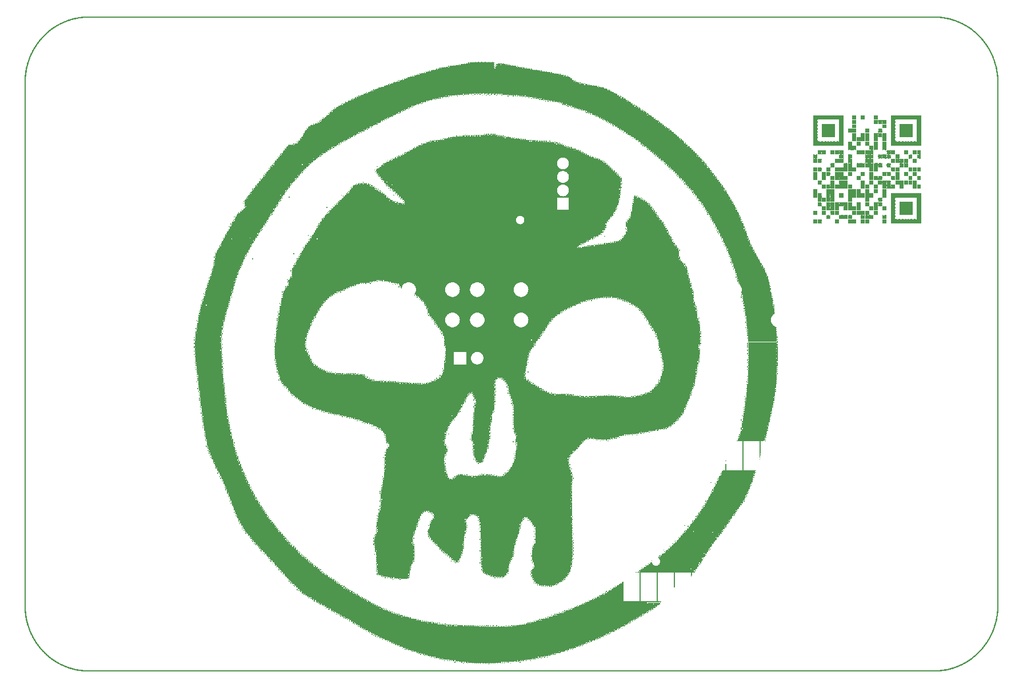
<source format=gbo>
G04 MADE WITH FRITZING*
G04 WWW.FRITZING.ORG*
G04 DOUBLE SIDED*
G04 HOLES PLATED*
G04 CONTOUR ON CENTER OF CONTOUR VECTOR*
%ASAXBY*%
%FSLAX23Y23*%
%MOIN*%
%OFA0B0*%
%SFA1.0B1.0*%
%ADD10C,0.000100*%
%ADD11R,0.001000X0.001000*%
%LNSILK0*%
G90*
G70*
G54D10*
G36*
X2753Y3539D02*
X2753Y3534D01*
X2747Y3534D01*
X2747Y3539D01*
X2753Y3539D01*
G37*
D02*
G36*
X2880Y3534D02*
X2880Y3529D01*
X2874Y3529D01*
X2874Y3534D01*
X2880Y3534D01*
G37*
D02*
G36*
X2478Y3534D02*
X2478Y3529D01*
X2473Y3529D01*
X2473Y3534D01*
X2478Y3534D01*
G37*
D02*
G36*
X2910Y3529D02*
X2910Y3524D01*
X2905Y3524D01*
X2905Y3529D01*
X2910Y3529D01*
G37*
D02*
G36*
X2188Y3452D02*
X2188Y3447D01*
X2183Y3447D01*
X2183Y3452D01*
X2188Y3452D01*
G37*
D02*
G36*
X3245Y3437D02*
X3245Y3432D01*
X3240Y3432D01*
X3240Y3437D01*
X3245Y3437D01*
G37*
D02*
G36*
X3271Y3432D02*
X3271Y3427D01*
X3266Y3427D01*
X3266Y3432D01*
X3271Y3432D01*
G37*
D02*
G36*
X2133Y3432D02*
X2133Y3427D01*
X2127Y3427D01*
X2127Y3432D01*
X2133Y3432D01*
G37*
D02*
G36*
X3352Y3417D02*
X3352Y3412D01*
X3347Y3412D01*
X3347Y3417D01*
X3352Y3417D01*
G37*
D02*
G36*
X2000Y3381D02*
X2000Y3376D01*
X1995Y3376D01*
X1995Y3381D01*
X2000Y3381D01*
G37*
D02*
G36*
X2661Y3371D02*
X2661Y3366D01*
X2656Y3366D01*
X2656Y3371D01*
X2661Y3371D01*
G37*
D02*
G36*
X2646Y3371D02*
X2646Y3366D01*
X2641Y3366D01*
X2641Y3371D01*
X2646Y3371D01*
G37*
D02*
G36*
X2631Y3371D02*
X2631Y3366D01*
X2625Y3366D01*
X2625Y3371D01*
X2631Y3371D01*
G37*
D02*
G36*
X2788Y3366D02*
X2788Y3361D01*
X2783Y3361D01*
X2783Y3366D01*
X2788Y3366D01*
G37*
D02*
G36*
X2758Y3366D02*
X2758Y3361D01*
X2753Y3361D01*
X2753Y3366D01*
X2758Y3366D01*
G37*
D02*
G36*
X2717Y3366D02*
X2717Y3361D01*
X2712Y3361D01*
X2712Y3366D01*
X2717Y3366D01*
G37*
D02*
G36*
X2697Y3366D02*
X2697Y3361D01*
X2692Y3361D01*
X2692Y3366D01*
X2697Y3366D01*
G37*
D02*
G36*
X2676Y3366D02*
X2676Y3361D01*
X2671Y3361D01*
X2671Y3366D01*
X2676Y3366D01*
G37*
D02*
G36*
X2620Y3366D02*
X2620Y3361D01*
X2615Y3361D01*
X2615Y3366D01*
X2620Y3366D01*
G37*
D02*
G36*
X2564Y3366D02*
X2564Y3361D01*
X2559Y3361D01*
X2559Y3366D01*
X2564Y3366D01*
G37*
D02*
G36*
X2824Y3361D02*
X2824Y3356D01*
X2819Y3356D01*
X2819Y3361D01*
X2824Y3361D01*
G37*
D02*
G36*
X2529Y3361D02*
X2529Y3356D01*
X2524Y3356D01*
X2524Y3361D01*
X2529Y3361D01*
G37*
D02*
G36*
X2910Y3356D02*
X2910Y3351D01*
X2905Y3351D01*
X2905Y3356D01*
X2910Y3356D01*
G37*
D02*
G36*
X2478Y3356D02*
X2478Y3351D01*
X2473Y3351D01*
X2473Y3356D01*
X2478Y3356D01*
G37*
D02*
G36*
X2946Y3351D02*
X2946Y3346D01*
X2941Y3346D01*
X2941Y3351D01*
X2946Y3351D01*
G37*
D02*
G36*
X2976Y3346D02*
X2976Y3341D01*
X2971Y3341D01*
X2971Y3346D01*
X2976Y3346D01*
G37*
D02*
G36*
X2961Y3346D02*
X2961Y3341D01*
X2956Y3341D01*
X2956Y3346D01*
X2961Y3346D01*
G37*
D02*
G36*
X1919Y3346D02*
X1919Y3341D01*
X1914Y3341D01*
X1914Y3346D01*
X1919Y3346D01*
G37*
D02*
G36*
X3007Y3341D02*
X3007Y3336D01*
X3002Y3336D01*
X3002Y3341D01*
X3007Y3341D01*
G37*
D02*
G36*
X2402Y3341D02*
X2402Y3336D01*
X2397Y3336D01*
X2397Y3341D01*
X2402Y3341D01*
G37*
D02*
G36*
X3032Y3336D02*
X3032Y3330D01*
X3027Y3330D01*
X3027Y3336D01*
X3032Y3336D01*
G37*
D02*
G36*
X3057Y3330D02*
X3057Y3325D01*
X3052Y3325D01*
X3052Y3330D01*
X3057Y3330D01*
G37*
D02*
G36*
X3042Y3330D02*
X3042Y3325D01*
X3037Y3325D01*
X3037Y3330D01*
X3042Y3330D01*
G37*
D02*
G36*
X3093Y3325D02*
X3093Y3320D01*
X3088Y3320D01*
X3088Y3325D01*
X3093Y3325D01*
G37*
D02*
G36*
X3123Y3320D02*
X3123Y3315D01*
X3118Y3315D01*
X3118Y3320D01*
X3123Y3320D01*
G37*
D02*
G36*
X2321Y3315D02*
X2321Y3310D01*
X2315Y3310D01*
X2315Y3315D01*
X2321Y3315D01*
G37*
D02*
G36*
X1858Y3315D02*
X1858Y3310D01*
X1853Y3310D01*
X1853Y3315D01*
X1858Y3315D01*
G37*
D02*
G36*
X3174Y3300D02*
X3174Y3295D01*
X3169Y3295D01*
X3169Y3300D01*
X3174Y3300D01*
G37*
D02*
G36*
X3195Y3295D02*
X3195Y3290D01*
X3190Y3290D01*
X3190Y3295D01*
X3195Y3295D01*
G37*
D02*
G36*
X2265Y3295D02*
X2265Y3290D01*
X2260Y3290D01*
X2260Y3295D01*
X2265Y3295D01*
G37*
D02*
G36*
X1812Y3290D02*
X1812Y3285D01*
X1807Y3285D01*
X1807Y3290D01*
X1812Y3290D01*
G37*
D02*
G36*
X2244Y3285D02*
X2244Y3280D01*
X2239Y3280D01*
X2239Y3285D01*
X2244Y3285D01*
G37*
D02*
G36*
X3606Y3280D02*
X3606Y3275D01*
X3601Y3275D01*
X3601Y3280D01*
X3606Y3280D01*
G37*
D02*
G36*
X3240Y3280D02*
X3240Y3275D01*
X3235Y3275D01*
X3235Y3280D01*
X3240Y3280D01*
G37*
D02*
G36*
X3256Y3275D02*
X3256Y3270D01*
X3251Y3270D01*
X3251Y3275D01*
X3256Y3275D01*
G37*
D02*
G36*
X2209Y3270D02*
X2209Y3264D01*
X2204Y3264D01*
X2204Y3270D01*
X2209Y3270D01*
G37*
D02*
G36*
X3281Y3264D02*
X3281Y3259D01*
X3276Y3259D01*
X3276Y3264D01*
X3281Y3264D01*
G37*
D02*
G36*
X3296Y3259D02*
X3296Y3254D01*
X3291Y3254D01*
X3291Y3259D01*
X3296Y3259D01*
G37*
D02*
G36*
X2188Y3259D02*
X2188Y3254D01*
X2183Y3254D01*
X2183Y3259D01*
X2188Y3259D01*
G37*
D02*
G36*
X1777Y3259D02*
X1777Y3254D01*
X1772Y3254D01*
X1772Y3259D01*
X1777Y3259D01*
G37*
D02*
G36*
X3342Y3239D02*
X3342Y3234D01*
X3337Y3234D01*
X3337Y3239D01*
X3342Y3239D01*
G37*
D02*
G36*
X1746Y3234D02*
X1746Y3229D01*
X1741Y3229D01*
X1741Y3234D01*
X1746Y3234D01*
G37*
D02*
G36*
X2122Y3229D02*
X2122Y3224D01*
X2117Y3224D01*
X2117Y3229D01*
X2122Y3229D01*
G37*
D02*
G36*
X3383Y3219D02*
X3383Y3214D01*
X3378Y3214D01*
X3378Y3219D01*
X3383Y3219D01*
G37*
D02*
G36*
X1731Y3219D02*
X1731Y3214D01*
X1726Y3214D01*
X1726Y3219D01*
X1731Y3219D01*
G37*
D02*
G36*
X3403Y3209D02*
X3403Y3203D01*
X3398Y3203D01*
X3398Y3209D01*
X3403Y3209D01*
G37*
D02*
G36*
X3439Y3188D02*
X3439Y3183D01*
X3433Y3183D01*
X3433Y3188D01*
X3439Y3188D01*
G37*
D02*
G36*
X1650Y3173D02*
X1650Y3168D01*
X1645Y3168D01*
X1645Y3173D01*
X1650Y3173D01*
G37*
D02*
G36*
X2006Y3168D02*
X2006Y3163D01*
X2000Y3163D01*
X2000Y3168D01*
X2006Y3168D01*
G37*
D02*
G36*
X3479Y3163D02*
X3479Y3158D01*
X3474Y3158D01*
X3474Y3163D01*
X3479Y3163D01*
G37*
D02*
G36*
X3500Y3148D02*
X3500Y3142D01*
X3494Y3142D01*
X3494Y3148D01*
X3500Y3148D01*
G37*
D02*
G36*
X1970Y3148D02*
X1970Y3142D01*
X1965Y3142D01*
X1965Y3148D01*
X1970Y3148D01*
G37*
D02*
G36*
X2686Y3137D02*
X2686Y3132D01*
X2681Y3132D01*
X2681Y3137D01*
X2686Y3137D01*
G37*
D02*
G36*
X2773Y3132D02*
X2773Y3127D01*
X2768Y3127D01*
X2768Y3132D01*
X2773Y3132D01*
G37*
D02*
G36*
X2661Y3132D02*
X2661Y3127D01*
X2656Y3127D01*
X2656Y3132D01*
X2661Y3132D01*
G37*
D02*
G36*
X2631Y3132D02*
X2631Y3127D01*
X2625Y3127D01*
X2625Y3132D01*
X2631Y3132D01*
G37*
D02*
G36*
X2620Y3132D02*
X2620Y3127D01*
X2615Y3127D01*
X2615Y3132D01*
X2620Y3132D01*
G37*
D02*
G36*
X2590Y3132D02*
X2590Y3127D01*
X2585Y3127D01*
X2585Y3132D01*
X2590Y3132D01*
G37*
D02*
G36*
X2575Y3132D02*
X2575Y3127D01*
X2570Y3127D01*
X2570Y3132D01*
X2575Y3132D01*
G37*
D02*
G36*
X2798Y3127D02*
X2798Y3122D01*
X2793Y3122D01*
X2793Y3127D01*
X2798Y3127D01*
G37*
D02*
G36*
X1929Y3127D02*
X1929Y3122D01*
X1924Y3122D01*
X1924Y3127D01*
X1929Y3127D01*
G37*
D02*
G36*
X3540Y3122D02*
X3540Y3117D01*
X3535Y3117D01*
X3535Y3122D01*
X3540Y3122D01*
G37*
D02*
G36*
X3550Y3112D02*
X3550Y3107D01*
X3545Y3107D01*
X3545Y3112D01*
X3550Y3112D01*
G37*
D02*
G36*
X2900Y3112D02*
X2900Y3107D01*
X2895Y3107D01*
X2895Y3112D01*
X2900Y3112D01*
G37*
D02*
G36*
X2448Y3112D02*
X2448Y3107D01*
X2443Y3107D01*
X2443Y3112D01*
X2448Y3112D01*
G37*
D02*
G36*
X2397Y3102D02*
X2397Y3097D01*
X2392Y3097D01*
X2392Y3102D01*
X2397Y3102D01*
G37*
D02*
G36*
X3068Y3097D02*
X3068Y3092D01*
X3062Y3092D01*
X3062Y3097D01*
X3068Y3097D01*
G37*
D02*
G36*
X2371Y3097D02*
X2371Y3092D01*
X2366Y3092D01*
X2366Y3097D01*
X2371Y3097D01*
G37*
D02*
G36*
X1873Y3097D02*
X1873Y3092D01*
X1868Y3092D01*
X1868Y3097D01*
X1873Y3097D01*
G37*
D02*
G36*
X3098Y3092D02*
X3098Y3087D01*
X3093Y3087D01*
X3093Y3092D01*
X3098Y3092D01*
G37*
D02*
G36*
X2346Y3092D02*
X2346Y3087D01*
X2341Y3087D01*
X2341Y3092D01*
X2346Y3092D01*
G37*
D02*
G36*
X1594Y3092D02*
X1594Y3087D01*
X1589Y3087D01*
X1589Y3092D01*
X1594Y3092D01*
G37*
D02*
G36*
X3123Y3087D02*
X3123Y3081D01*
X3118Y3081D01*
X3118Y3087D01*
X3123Y3087D01*
G37*
D02*
G36*
X2321Y3081D02*
X2321Y3076D01*
X2315Y3076D01*
X2315Y3081D01*
X2321Y3081D01*
G37*
D02*
G36*
X1574Y3081D02*
X1574Y3076D01*
X1568Y3076D01*
X1568Y3081D01*
X1574Y3081D01*
G37*
D02*
G36*
X3606Y3076D02*
X3606Y3071D01*
X3601Y3071D01*
X3601Y3076D01*
X3606Y3076D01*
G37*
D02*
G36*
X1838Y3076D02*
X1838Y3071D01*
X1833Y3071D01*
X1833Y3076D01*
X1838Y3076D01*
G37*
D02*
G36*
X3611Y3071D02*
X3611Y3066D01*
X3606Y3066D01*
X3606Y3071D01*
X3611Y3071D01*
G37*
D02*
G36*
X3159Y3071D02*
X3159Y3066D01*
X3154Y3066D01*
X3154Y3071D01*
X3159Y3071D01*
G37*
D02*
G36*
X2280Y3061D02*
X2280Y3056D01*
X2275Y3056D01*
X2275Y3061D01*
X2280Y3061D01*
G37*
D02*
G36*
X3637Y3051D02*
X3637Y3046D01*
X3632Y3046D01*
X3632Y3051D01*
X3637Y3051D01*
G37*
D02*
G36*
X2249Y3046D02*
X2249Y3041D01*
X2244Y3041D01*
X2244Y3046D01*
X2249Y3046D01*
G37*
D02*
G36*
X3256Y3036D02*
X3256Y3031D01*
X3251Y3031D01*
X3251Y3036D01*
X3256Y3036D01*
G37*
D02*
G36*
X2224Y3031D02*
X2224Y3026D01*
X2219Y3026D01*
X2219Y3031D01*
X2224Y3031D01*
G37*
D02*
G36*
X1497Y3021D02*
X1497Y3015D01*
X1492Y3015D01*
X1492Y3021D01*
X1497Y3021D01*
G37*
D02*
G36*
X3682Y3010D02*
X3682Y3005D01*
X3677Y3005D01*
X3677Y3010D01*
X3682Y3010D01*
G37*
D02*
G36*
X1731Y3010D02*
X1731Y3005D01*
X1726Y3005D01*
X1726Y3010D01*
X1731Y3010D01*
G37*
D02*
G36*
X1482Y3005D02*
X1482Y3000D01*
X1477Y3000D01*
X1477Y3005D01*
X1482Y3005D01*
G37*
D02*
G36*
X3332Y3000D02*
X3332Y2995D01*
X3327Y2995D01*
X3327Y3000D01*
X3332Y3000D01*
G37*
D02*
G36*
X2143Y2990D02*
X2143Y2985D01*
X2138Y2985D01*
X2138Y2990D01*
X2143Y2990D01*
G37*
D02*
G36*
X2122Y2985D02*
X2122Y2980D01*
X2117Y2980D01*
X2117Y2985D01*
X2122Y2985D01*
G37*
D02*
G36*
X3723Y2980D02*
X3723Y2975D01*
X3718Y2975D01*
X3718Y2980D01*
X3723Y2980D01*
G37*
D02*
G36*
X3383Y2980D02*
X3383Y2975D01*
X3378Y2975D01*
X3378Y2980D01*
X3383Y2980D01*
G37*
D02*
G36*
X3738Y2965D02*
X3738Y2960D01*
X3733Y2960D01*
X3733Y2965D01*
X3738Y2965D01*
G37*
D02*
G36*
X3743Y2960D02*
X3743Y2954D01*
X3738Y2954D01*
X3738Y2960D01*
X3743Y2960D01*
G37*
D02*
G36*
X2061Y2949D02*
X2061Y2944D01*
X2056Y2944D01*
X2056Y2949D01*
X2061Y2949D01*
G37*
D02*
G36*
X1431Y2939D02*
X1431Y2934D01*
X1426Y2934D01*
X1426Y2939D01*
X1431Y2939D01*
G37*
D02*
G36*
X3769Y2934D02*
X3769Y2929D01*
X3764Y2929D01*
X3764Y2934D01*
X3769Y2934D01*
G37*
D02*
G36*
X2046Y2929D02*
X2046Y2924D01*
X2041Y2924D01*
X2041Y2929D01*
X2046Y2929D01*
G37*
D02*
G36*
X1640Y2929D02*
X1640Y2924D01*
X1635Y2924D01*
X1635Y2929D01*
X1640Y2929D01*
G37*
D02*
G36*
X2051Y2919D02*
X2051Y2914D01*
X2046Y2914D01*
X2046Y2919D01*
X2051Y2919D01*
G37*
D02*
G36*
X1624Y2914D02*
X1624Y2909D01*
X1619Y2909D01*
X1619Y2914D01*
X1624Y2914D01*
G37*
D02*
G36*
X1406Y2909D02*
X1406Y2904D01*
X1401Y2904D01*
X1401Y2909D01*
X1406Y2909D01*
G37*
D02*
G36*
X3464Y2904D02*
X3464Y2899D01*
X3459Y2899D01*
X3459Y2904D01*
X3464Y2904D01*
G37*
D02*
G36*
X1401Y2899D02*
X1401Y2893D01*
X1396Y2893D01*
X1396Y2899D01*
X1401Y2899D01*
G37*
D02*
G36*
X3815Y2893D02*
X3815Y2888D01*
X3810Y2888D01*
X3810Y2893D01*
X3815Y2893D01*
G37*
D02*
G36*
X3830Y2878D02*
X3830Y2873D01*
X3825Y2873D01*
X3825Y2878D01*
X3830Y2878D01*
G37*
D02*
G36*
X1380Y2878D02*
X1380Y2873D01*
X1375Y2873D01*
X1375Y2878D01*
X1380Y2878D01*
G37*
D02*
G36*
X2092Y2863D02*
X2092Y2858D01*
X2087Y2858D01*
X2087Y2863D01*
X2092Y2863D01*
G37*
D02*
G36*
X1980Y2858D02*
X1980Y2848D01*
X1975Y2848D01*
X1975Y2858D01*
X1980Y2858D01*
G37*
D02*
G36*
X3489Y2853D02*
X3489Y2848D01*
X3484Y2848D01*
X3484Y2853D01*
X3489Y2853D01*
G37*
D02*
G36*
X1960Y2853D02*
X1960Y2848D01*
X1955Y2848D01*
X1955Y2853D01*
X1960Y2853D01*
G37*
D02*
G36*
X3855Y2848D02*
X3855Y2843D01*
X3850Y2843D01*
X3850Y2848D01*
X3855Y2848D01*
G37*
D02*
G36*
X1939Y2848D02*
X1939Y2843D01*
X1934Y2843D01*
X1934Y2848D01*
X1939Y2848D01*
G37*
D02*
G36*
X2117Y2838D02*
X2117Y2832D01*
X2112Y2832D01*
X2112Y2838D01*
X2117Y2838D01*
G37*
D02*
G36*
X2046Y2832D02*
X2046Y2827D01*
X2041Y2827D01*
X2041Y2832D01*
X2046Y2832D01*
G37*
D02*
G36*
X3870Y2827D02*
X3870Y2822D01*
X3865Y2822D01*
X3865Y2827D01*
X3870Y2827D01*
G37*
D02*
G36*
X1909Y2827D02*
X1909Y2822D01*
X1904Y2822D01*
X1904Y2827D01*
X1909Y2827D01*
G37*
D02*
G36*
X2127Y2822D02*
X2127Y2817D01*
X2122Y2817D01*
X2122Y2822D01*
X2127Y2822D01*
G37*
D02*
G36*
X1335Y2817D02*
X1335Y2812D01*
X1330Y2812D01*
X1330Y2817D01*
X1335Y2817D01*
G37*
D02*
G36*
X4089Y2812D02*
X4089Y2807D01*
X4084Y2807D01*
X4084Y2812D01*
X4089Y2812D01*
G37*
D02*
G36*
X3886Y2812D02*
X3886Y2807D01*
X3881Y2807D01*
X3881Y2812D01*
X3886Y2812D01*
G37*
D02*
G36*
X2138Y2812D02*
X2138Y2807D01*
X2133Y2807D01*
X2133Y2812D01*
X2138Y2812D01*
G37*
D02*
G36*
X2077Y2807D02*
X2077Y2802D01*
X2072Y2802D01*
X2072Y2807D01*
X2077Y2807D01*
G37*
D02*
G36*
X1889Y2797D02*
X1889Y2792D01*
X1884Y2792D01*
X1884Y2797D01*
X1889Y2797D01*
G37*
D02*
G36*
X3906Y2787D02*
X3906Y2782D01*
X3901Y2782D01*
X3901Y2787D01*
X3906Y2787D01*
G37*
D02*
G36*
X3479Y2787D02*
X3479Y2782D01*
X3474Y2782D01*
X3474Y2787D01*
X3479Y2787D01*
G37*
D02*
G36*
X2158Y2782D02*
X2158Y2777D01*
X2153Y2777D01*
X2153Y2782D01*
X2158Y2782D01*
G37*
D02*
G36*
X1853Y2782D02*
X1853Y2777D01*
X1848Y2777D01*
X1848Y2782D01*
X1853Y2782D01*
G37*
D02*
G36*
X3916Y2777D02*
X3916Y2772D01*
X3911Y2772D01*
X3911Y2777D01*
X3916Y2777D01*
G37*
D02*
G36*
X1863Y2777D02*
X1863Y2772D01*
X1858Y2772D01*
X1858Y2777D01*
X1863Y2777D01*
G37*
D02*
G36*
X1548Y2772D02*
X1548Y2766D01*
X1543Y2766D01*
X1543Y2772D01*
X1548Y2772D01*
G37*
D02*
G36*
X3601Y2766D02*
X3601Y2761D01*
X3596Y2761D01*
X3596Y2766D01*
X3601Y2766D01*
G37*
D02*
G36*
X3926Y2761D02*
X3926Y2756D01*
X3921Y2756D01*
X3921Y2761D01*
X3926Y2761D01*
G37*
D02*
G36*
X3616Y2756D02*
X3616Y2751D01*
X3611Y2751D01*
X3611Y2756D01*
X3616Y2756D01*
G37*
D02*
G36*
X3474Y2756D02*
X3474Y2751D01*
X3469Y2751D01*
X3469Y2756D01*
X3474Y2756D01*
G37*
D02*
G36*
X1497Y2751D02*
X1497Y2746D01*
X1492Y2746D01*
X1492Y2751D01*
X1497Y2751D01*
G37*
D02*
G36*
X2214Y2746D02*
X2214Y2741D01*
X2209Y2741D01*
X2209Y2746D01*
X2214Y2746D01*
G37*
D02*
G36*
X2168Y2746D02*
X2168Y2741D01*
X2163Y2741D01*
X2163Y2746D01*
X2168Y2746D01*
G37*
D02*
G36*
X1284Y2746D02*
X1284Y2741D01*
X1279Y2741D01*
X1279Y2746D01*
X1284Y2746D01*
G37*
D02*
G36*
X3942Y2736D02*
X3942Y2731D01*
X3937Y2731D01*
X3937Y2736D01*
X3942Y2736D01*
G37*
D02*
G36*
X2209Y2736D02*
X2209Y2731D01*
X2204Y2731D01*
X2204Y2736D01*
X2209Y2736D01*
G37*
D02*
G36*
X1279Y2736D02*
X1279Y2731D01*
X1274Y2731D01*
X1274Y2736D01*
X1279Y2736D01*
G37*
D02*
G36*
X3647Y2731D02*
X3647Y2726D01*
X3642Y2726D01*
X3642Y2731D01*
X3647Y2731D01*
G37*
D02*
G36*
X1812Y2726D02*
X1812Y2721D01*
X1807Y2721D01*
X1807Y2726D01*
X1812Y2726D01*
G37*
D02*
G36*
X1477Y2721D02*
X1477Y2716D01*
X1472Y2716D01*
X1472Y2721D01*
X1477Y2721D01*
G37*
D02*
G36*
X1802Y2716D02*
X1802Y2711D01*
X1797Y2711D01*
X1797Y2716D01*
X1802Y2716D01*
G37*
D02*
G36*
X3962Y2711D02*
X3962Y2705D01*
X3957Y2705D01*
X3957Y2711D01*
X3962Y2711D01*
G37*
D02*
G36*
X1767Y2711D02*
X1767Y2705D01*
X1762Y2705D01*
X1762Y2711D01*
X1767Y2711D01*
G37*
D02*
G36*
X3667Y2705D02*
X3667Y2700D01*
X3662Y2700D01*
X3662Y2705D01*
X3667Y2705D01*
G37*
D02*
G36*
X3459Y2705D02*
X3459Y2700D01*
X3454Y2700D01*
X3454Y2705D01*
X3459Y2705D01*
G37*
D02*
G36*
X1792Y2705D02*
X1792Y2700D01*
X1787Y2700D01*
X1787Y2705D01*
X1792Y2705D01*
G37*
D02*
G36*
X3972Y2695D02*
X3972Y2690D01*
X3967Y2690D01*
X3967Y2695D01*
X3972Y2695D01*
G37*
D02*
G36*
X3540Y2695D02*
X3540Y2690D01*
X3535Y2690D01*
X3535Y2695D01*
X3540Y2695D01*
G37*
D02*
G36*
X1269Y2695D02*
X1269Y2690D01*
X1264Y2690D01*
X1264Y2695D01*
X1269Y2695D01*
G37*
D02*
G36*
X1777Y2685D02*
X1777Y2680D01*
X1772Y2680D01*
X1772Y2685D01*
X1777Y2685D01*
G37*
D02*
G36*
X3688Y2680D02*
X3688Y2675D01*
X3682Y2675D01*
X3682Y2680D01*
X3688Y2680D01*
G37*
D02*
G36*
X1772Y2680D02*
X1772Y2675D01*
X1767Y2675D01*
X1767Y2680D01*
X1772Y2680D01*
G37*
D02*
G36*
X3444Y2675D02*
X3444Y2670D01*
X3439Y2670D01*
X3439Y2675D01*
X3444Y2675D01*
G37*
D02*
G36*
X3987Y2670D02*
X3987Y2665D01*
X3982Y2665D01*
X3982Y2670D01*
X3987Y2670D01*
G37*
D02*
G36*
X1447Y2670D02*
X1447Y2665D01*
X1441Y2665D01*
X1441Y2670D01*
X1447Y2670D01*
G37*
D02*
G36*
X3698Y2660D02*
X3698Y2655D01*
X3693Y2655D01*
X3693Y2660D01*
X3698Y2660D01*
G37*
D02*
G36*
X3428Y2655D02*
X3428Y2650D01*
X3423Y2650D01*
X3423Y2655D01*
X3428Y2655D01*
G37*
D02*
G36*
X1228Y2655D02*
X1228Y2650D01*
X1223Y2650D01*
X1223Y2655D01*
X1228Y2655D01*
G37*
D02*
G36*
X4008Y2639D02*
X4008Y2634D01*
X4003Y2634D01*
X4003Y2639D01*
X4008Y2639D01*
G37*
D02*
G36*
X3520Y2639D02*
X3520Y2634D01*
X3515Y2634D01*
X3515Y2639D01*
X3520Y2639D01*
G37*
D02*
G36*
X1223Y2634D02*
X1223Y2629D01*
X1218Y2629D01*
X1218Y2634D01*
X1223Y2634D01*
G37*
D02*
G36*
X3408Y2629D02*
X3408Y2624D01*
X3403Y2624D01*
X3403Y2629D01*
X3408Y2629D01*
G37*
D02*
G36*
X1421Y2629D02*
X1421Y2624D01*
X1416Y2624D01*
X1416Y2629D01*
X1421Y2629D01*
G37*
D02*
G36*
X4023Y2614D02*
X4023Y2609D01*
X4018Y2609D01*
X4018Y2614D01*
X4023Y2614D01*
G37*
D02*
G36*
X1721Y2614D02*
X1721Y2609D01*
X1716Y2609D01*
X1716Y2614D01*
X1721Y2614D01*
G37*
D02*
G36*
X1208Y2614D02*
X1208Y2609D01*
X1203Y2609D01*
X1203Y2614D01*
X1208Y2614D01*
G37*
D02*
G36*
X1406Y2604D02*
X1406Y2599D01*
X1401Y2599D01*
X1401Y2604D01*
X1406Y2604D01*
G37*
D02*
G36*
X1711Y2599D02*
X1711Y2594D01*
X1706Y2594D01*
X1706Y2599D01*
X1711Y2599D01*
G37*
D02*
G36*
X1198Y2599D02*
X1198Y2594D01*
X1192Y2594D01*
X1192Y2599D01*
X1198Y2599D01*
G37*
D02*
G36*
X4033Y2594D02*
X4033Y2589D01*
X4028Y2589D01*
X4028Y2594D01*
X4033Y2594D01*
G37*
D02*
G36*
X3510Y2589D02*
X3510Y2583D01*
X3505Y2583D01*
X3505Y2589D01*
X3510Y2589D01*
G37*
D02*
G36*
X3515Y2583D02*
X3515Y2578D01*
X3510Y2578D01*
X3510Y2583D01*
X3515Y2583D01*
G37*
D02*
G36*
X1391Y2583D02*
X1391Y2578D01*
X1386Y2578D01*
X1386Y2583D01*
X1391Y2583D01*
G37*
D02*
G36*
X4043Y2578D02*
X4043Y2573D01*
X4038Y2573D01*
X4038Y2578D01*
X4043Y2578D01*
G37*
D02*
G36*
X1386Y2578D02*
X1386Y2573D01*
X1380Y2573D01*
X1380Y2578D01*
X1386Y2578D01*
G37*
D02*
G36*
X4048Y2568D02*
X4048Y2563D01*
X4043Y2563D01*
X4043Y2568D01*
X4048Y2568D01*
G37*
D02*
G36*
X4053Y2558D02*
X4053Y2553D01*
X4048Y2553D01*
X4048Y2558D01*
X4053Y2558D01*
G37*
D02*
G36*
X3769Y2553D02*
X3769Y2548D01*
X3764Y2548D01*
X3764Y2553D01*
X3769Y2553D01*
G37*
D02*
G36*
X3367Y2553D02*
X3367Y2548D01*
X3362Y2548D01*
X3362Y2553D01*
X3367Y2553D01*
G37*
D02*
G36*
X1660Y2548D02*
X1660Y2543D01*
X1655Y2543D01*
X1655Y2548D01*
X1660Y2548D01*
G37*
D02*
G36*
X3494Y2543D02*
X3494Y2538D01*
X3489Y2538D01*
X3489Y2543D01*
X3494Y2543D01*
G37*
D02*
G36*
X3388Y2543D02*
X3388Y2538D01*
X3383Y2538D01*
X3383Y2543D01*
X3388Y2543D01*
G37*
D02*
G36*
X1675Y2543D02*
X1675Y2538D01*
X1670Y2538D01*
X1670Y2543D01*
X1675Y2543D01*
G37*
D02*
G36*
X3327Y2533D02*
X3327Y2528D01*
X3322Y2528D01*
X3322Y2533D01*
X3327Y2533D01*
G37*
D02*
G36*
X1162Y2533D02*
X1162Y2528D01*
X1157Y2528D01*
X1157Y2533D01*
X1162Y2533D01*
G37*
D02*
G36*
X4069Y2528D02*
X4069Y2523D01*
X4064Y2523D01*
X4064Y2528D01*
X4069Y2528D01*
G37*
D02*
G36*
X1665Y2523D02*
X1665Y2517D01*
X1660Y2517D01*
X1660Y2523D01*
X1665Y2523D01*
G37*
D02*
G36*
X4074Y2512D02*
X4074Y2507D01*
X4069Y2507D01*
X4069Y2512D01*
X4074Y2512D01*
G37*
D02*
G36*
X3789Y2512D02*
X3789Y2507D01*
X3784Y2507D01*
X3784Y2512D01*
X3789Y2512D01*
G37*
D02*
G36*
X3423Y2507D02*
X3423Y2502D01*
X3418Y2502D01*
X3418Y2507D01*
X3423Y2507D01*
G37*
D02*
G36*
X3352Y2497D02*
X3352Y2492D01*
X3347Y2492D01*
X3347Y2497D01*
X3352Y2497D01*
G37*
D02*
G36*
X3266Y2497D02*
X3266Y2492D01*
X3261Y2492D01*
X3261Y2497D01*
X3266Y2497D01*
G37*
D02*
G36*
X4084Y2492D02*
X4084Y2487D01*
X4079Y2487D01*
X4079Y2492D01*
X4084Y2492D01*
G37*
D02*
G36*
X3799Y2492D02*
X3799Y2487D01*
X3794Y2487D01*
X3794Y2492D01*
X3799Y2492D01*
G37*
D02*
G36*
X3327Y2492D02*
X3327Y2487D01*
X3322Y2487D01*
X3322Y2492D01*
X3327Y2492D01*
G37*
D02*
G36*
X4089Y2482D02*
X4089Y2477D01*
X4084Y2477D01*
X4084Y2482D01*
X4089Y2482D01*
G37*
D02*
G36*
X1629Y2477D02*
X1629Y2472D01*
X1624Y2472D01*
X1624Y2477D01*
X1629Y2477D01*
G37*
D02*
G36*
X3825Y2462D02*
X3825Y2456D01*
X3820Y2456D01*
X3820Y2462D01*
X3825Y2462D01*
G37*
D02*
G36*
X4099Y2456D02*
X4099Y2451D01*
X4094Y2451D01*
X4094Y2456D01*
X4099Y2456D01*
G37*
D02*
G36*
X1116Y2446D02*
X1116Y2441D01*
X1111Y2441D01*
X1111Y2446D01*
X1116Y2446D01*
G37*
D02*
G36*
X1574Y2441D02*
X1574Y2436D01*
X1568Y2436D01*
X1568Y2441D01*
X1574Y2441D01*
G37*
D02*
G36*
X1609Y2436D02*
X1609Y2431D01*
X1604Y2431D01*
X1604Y2436D01*
X1609Y2436D01*
G37*
D02*
G36*
X1299Y2431D02*
X1299Y2426D01*
X1294Y2426D01*
X1294Y2431D01*
X1299Y2431D01*
G37*
D02*
G36*
X1111Y2421D02*
X1111Y2416D01*
X1106Y2416D01*
X1106Y2421D01*
X1111Y2421D01*
G37*
D02*
G36*
X1594Y2411D02*
X1594Y2406D01*
X1589Y2406D01*
X1589Y2411D01*
X1594Y2411D01*
G37*
D02*
G36*
X1335Y2411D02*
X1335Y2406D01*
X1330Y2406D01*
X1330Y2411D01*
X1335Y2411D01*
G37*
D02*
G36*
X4125Y2390D02*
X4125Y2385D01*
X4119Y2385D01*
X4119Y2390D01*
X4125Y2390D01*
G37*
D02*
G36*
X1106Y2385D02*
X1106Y2380D01*
X1101Y2380D01*
X1101Y2385D01*
X1106Y2385D01*
G37*
D02*
G36*
X4130Y2380D02*
X4130Y2375D01*
X4125Y2375D01*
X4125Y2380D01*
X4130Y2380D01*
G37*
D02*
G36*
X1579Y2380D02*
X1579Y2375D01*
X1574Y2375D01*
X1574Y2380D01*
X1579Y2380D01*
G37*
D02*
G36*
X1106Y2375D02*
X1106Y2370D01*
X1101Y2370D01*
X1101Y2375D01*
X1106Y2375D01*
G37*
D02*
G36*
X4135Y2365D02*
X4135Y2360D01*
X4130Y2360D01*
X4130Y2365D01*
X4135Y2365D01*
G37*
D02*
G36*
X4140Y2350D02*
X4140Y2345D01*
X4135Y2345D01*
X4135Y2350D01*
X4140Y2350D01*
G37*
D02*
G36*
X1096Y2345D02*
X1096Y2340D01*
X1091Y2340D01*
X1091Y2345D01*
X1096Y2345D01*
G37*
D02*
G36*
X1558Y2340D02*
X1558Y2334D01*
X1553Y2334D01*
X1553Y2340D01*
X1558Y2340D01*
G37*
D02*
G36*
X1253Y2329D02*
X1253Y2324D01*
X1248Y2324D01*
X1248Y2329D01*
X1253Y2329D01*
G37*
D02*
G36*
X3876Y2324D02*
X3876Y2319D01*
X3870Y2319D01*
X3870Y2324D01*
X3876Y2324D01*
G37*
D02*
G36*
X4155Y2304D02*
X4155Y2299D01*
X4150Y2299D01*
X4150Y2304D01*
X4155Y2304D01*
G37*
D02*
G36*
X1081Y2299D02*
X1081Y2294D01*
X1076Y2294D01*
X1076Y2299D01*
X1081Y2299D01*
G37*
D02*
G36*
X4160Y2289D02*
X4160Y2284D01*
X4155Y2284D01*
X4155Y2289D01*
X4160Y2289D01*
G37*
D02*
G36*
X1538Y2289D02*
X1538Y2284D01*
X1533Y2284D01*
X1533Y2289D01*
X1538Y2289D01*
G37*
D02*
G36*
X2061Y2279D02*
X2061Y2274D01*
X2056Y2274D01*
X2056Y2279D01*
X2061Y2279D01*
G37*
D02*
G36*
X3891Y2268D02*
X3891Y2263D01*
X3886Y2263D01*
X3886Y2268D01*
X3891Y2268D01*
G37*
D02*
G36*
X2021Y2268D02*
X2021Y2263D01*
X2016Y2263D01*
X2016Y2268D01*
X2021Y2268D01*
G37*
D02*
G36*
X2168Y2263D02*
X2168Y2258D01*
X2163Y2258D01*
X2163Y2263D01*
X2168Y2263D01*
G37*
D02*
G36*
X2153Y2263D02*
X2153Y2258D01*
X2148Y2258D01*
X2148Y2263D01*
X2153Y2263D01*
G37*
D02*
G36*
X2188Y2248D02*
X2188Y2243D01*
X2183Y2243D01*
X2183Y2248D01*
X2188Y2248D01*
G37*
D02*
G36*
X1528Y2248D02*
X1528Y2243D01*
X1523Y2243D01*
X1523Y2248D01*
X1528Y2248D01*
G37*
D02*
G36*
X1060Y2233D02*
X1060Y2228D01*
X1055Y2228D01*
X1055Y2233D01*
X1060Y2233D01*
G37*
D02*
G36*
X1868Y2228D02*
X1868Y2223D01*
X1863Y2223D01*
X1863Y2228D01*
X1868Y2228D01*
G37*
D02*
G36*
X1848Y2218D02*
X1848Y2213D01*
X1843Y2213D01*
X1843Y2218D01*
X1848Y2218D01*
G37*
D02*
G36*
X1508Y2218D02*
X1508Y2213D01*
X1502Y2213D01*
X1502Y2218D01*
X1508Y2218D01*
G37*
D02*
G36*
X1218Y2218D02*
X1218Y2213D01*
X1213Y2213D01*
X1213Y2218D01*
X1218Y2218D01*
G37*
D02*
G36*
X3906Y2207D02*
X3906Y2202D01*
X3901Y2202D01*
X3901Y2207D01*
X3906Y2207D01*
G37*
D02*
G36*
X1050Y2207D02*
X1050Y2202D01*
X1045Y2202D01*
X1045Y2207D01*
X1050Y2207D01*
G37*
D02*
G36*
X1812Y2202D02*
X1812Y2197D01*
X1807Y2197D01*
X1807Y2202D01*
X1812Y2202D01*
G37*
D02*
G36*
X2280Y2197D02*
X2280Y2192D01*
X2275Y2192D01*
X2275Y2197D01*
X2280Y2197D01*
G37*
D02*
G36*
X4186Y2187D02*
X4186Y2182D01*
X4180Y2182D01*
X4180Y2187D01*
X4186Y2187D01*
G37*
D02*
G36*
X2295Y2187D02*
X2295Y2182D01*
X2290Y2182D01*
X2290Y2187D01*
X2295Y2187D01*
G37*
D02*
G36*
X1213Y2187D02*
X1213Y2182D01*
X1208Y2182D01*
X1208Y2187D01*
X1213Y2187D01*
G37*
D02*
G36*
X3413Y2182D02*
X3413Y2177D01*
X3408Y2177D01*
X3408Y2182D01*
X3413Y2182D01*
G37*
D02*
G36*
X3383Y2182D02*
X3383Y2177D01*
X3378Y2177D01*
X3378Y2182D01*
X3383Y2182D01*
G37*
D02*
G36*
X3464Y2177D02*
X3464Y2172D01*
X3459Y2172D01*
X3459Y2177D01*
X3464Y2177D01*
G37*
D02*
G36*
X3342Y2177D02*
X3342Y2172D01*
X3337Y2172D01*
X3337Y2177D01*
X3342Y2177D01*
G37*
D02*
G36*
X3479Y2172D02*
X3479Y2167D01*
X3474Y2167D01*
X3474Y2172D01*
X3479Y2172D01*
G37*
D02*
G36*
X2310Y2172D02*
X2310Y2167D01*
X2305Y2167D01*
X2305Y2172D01*
X2310Y2172D01*
G37*
D02*
G36*
X3494Y2167D02*
X3494Y2162D01*
X3489Y2162D01*
X3489Y2167D01*
X3494Y2167D01*
G37*
D02*
G36*
X3311Y2167D02*
X3311Y2162D01*
X3306Y2162D01*
X3306Y2167D01*
X3311Y2167D01*
G37*
D02*
G36*
X3296Y2167D02*
X3296Y2162D01*
X3291Y2162D01*
X3291Y2167D01*
X3296Y2167D01*
G37*
D02*
G36*
X1040Y2167D02*
X1040Y2162D01*
X1035Y2162D01*
X1035Y2167D01*
X1040Y2167D01*
G37*
D02*
G36*
X4191Y2162D02*
X4191Y2157D01*
X4186Y2157D01*
X4186Y2162D01*
X4191Y2162D01*
G37*
D02*
G36*
X3281Y2162D02*
X3281Y2157D01*
X3276Y2157D01*
X3276Y2162D01*
X3281Y2162D01*
G37*
D02*
G36*
X3520Y2157D02*
X3520Y2152D01*
X3515Y2152D01*
X3515Y2157D01*
X3520Y2157D01*
G37*
D02*
G36*
X1492Y2152D02*
X1492Y2146D01*
X1487Y2146D01*
X1487Y2152D01*
X1492Y2152D01*
G37*
D02*
G36*
X3535Y2146D02*
X3535Y2141D01*
X3530Y2141D01*
X3530Y2146D01*
X3535Y2146D01*
G37*
D02*
G36*
X1198Y2146D02*
X1198Y2141D01*
X1192Y2141D01*
X1192Y2146D01*
X1198Y2146D01*
G37*
D02*
G36*
X4374Y2141D02*
X4374Y2136D01*
X4368Y2136D01*
X4368Y2141D01*
X4374Y2141D01*
G37*
D02*
G36*
X3550Y2141D02*
X3550Y2136D01*
X3545Y2136D01*
X3545Y2141D01*
X3550Y2141D01*
G37*
D02*
G36*
X3921Y2131D02*
X3921Y2126D01*
X3916Y2126D01*
X3916Y2131D01*
X3921Y2131D01*
G37*
D02*
G36*
X3179Y2121D02*
X3179Y2116D01*
X3174Y2116D01*
X3174Y2121D01*
X3179Y2121D01*
G37*
D02*
G36*
X3586Y2116D02*
X3586Y2111D01*
X3581Y2111D01*
X3581Y2116D01*
X3586Y2116D01*
G37*
D02*
G36*
X3926Y2111D02*
X3926Y2106D01*
X3921Y2106D01*
X3921Y2111D01*
X3926Y2111D01*
G37*
D02*
G36*
X3591Y2111D02*
X3591Y2106D01*
X3586Y2106D01*
X3586Y2111D01*
X3591Y2111D01*
G37*
D02*
G36*
X3159Y2111D02*
X3159Y2106D01*
X3154Y2106D01*
X3154Y2111D01*
X3159Y2111D01*
G37*
D02*
G36*
X4201Y2106D02*
X4201Y2101D01*
X4196Y2101D01*
X4196Y2106D01*
X4201Y2106D01*
G37*
D02*
G36*
X1025Y2106D02*
X1025Y2101D01*
X1020Y2101D01*
X1020Y2106D01*
X1025Y2106D01*
G37*
D02*
G36*
X1482Y2101D02*
X1482Y2096D01*
X1477Y2096D01*
X1477Y2101D01*
X1482Y2101D01*
G37*
D02*
G36*
X3601Y2096D02*
X3601Y2091D01*
X3596Y2091D01*
X3596Y2096D01*
X3601Y2096D01*
G37*
D02*
G36*
X3134Y2096D02*
X3134Y2091D01*
X3129Y2091D01*
X3129Y2096D01*
X3134Y2096D01*
G37*
D02*
G36*
X1182Y2096D02*
X1182Y2091D01*
X1177Y2091D01*
X1177Y2096D01*
X1182Y2096D01*
G37*
D02*
G36*
X2356Y2091D02*
X2356Y2085D01*
X2351Y2085D01*
X2351Y2091D01*
X2356Y2091D01*
G37*
D02*
G36*
X3611Y2085D02*
X3611Y2080D01*
X3606Y2080D01*
X3606Y2085D01*
X3611Y2085D01*
G37*
D02*
G36*
X2361Y2080D02*
X2361Y2075D01*
X2356Y2075D01*
X2356Y2080D01*
X2361Y2080D01*
G37*
D02*
G36*
X1482Y2080D02*
X1482Y2075D01*
X1477Y2075D01*
X1477Y2080D01*
X1482Y2080D01*
G37*
D02*
G36*
X4206Y2075D02*
X4206Y2070D01*
X4201Y2070D01*
X4201Y2075D01*
X4206Y2075D01*
G37*
D02*
G36*
X1177Y2075D02*
X1177Y2070D01*
X1172Y2070D01*
X1172Y2075D01*
X1177Y2075D01*
G37*
D02*
G36*
X1701Y2070D02*
X1701Y2065D01*
X1696Y2065D01*
X1696Y2070D01*
X1701Y2070D01*
G37*
D02*
G36*
X3937Y2065D02*
X3937Y2060D01*
X3931Y2060D01*
X3931Y2065D01*
X3937Y2065D01*
G37*
D02*
G36*
X3621Y2065D02*
X3621Y2060D01*
X3616Y2060D01*
X3616Y2065D01*
X3621Y2065D01*
G37*
D02*
G36*
X1477Y2060D02*
X1477Y2055D01*
X1472Y2055D01*
X1472Y2060D01*
X1477Y2060D01*
G37*
D02*
G36*
X2382Y2055D02*
X2382Y2050D01*
X2376Y2050D01*
X2376Y2055D01*
X2382Y2055D01*
G37*
D02*
G36*
X3632Y2050D02*
X3632Y2045D01*
X3627Y2045D01*
X3627Y2050D01*
X3632Y2050D01*
G37*
D02*
G36*
X1690Y2050D02*
X1690Y2045D01*
X1685Y2045D01*
X1685Y2050D01*
X1690Y2050D01*
G37*
D02*
G36*
X1477Y2050D02*
X1477Y2045D01*
X1472Y2045D01*
X1472Y2050D01*
X1477Y2050D01*
G37*
D02*
G36*
X1010Y2050D02*
X1010Y2045D01*
X1004Y2045D01*
X1004Y2050D01*
X1010Y2050D01*
G37*
D02*
G36*
X4211Y2040D02*
X4211Y2035D01*
X4206Y2035D01*
X4206Y2040D01*
X4211Y2040D01*
G37*
D02*
G36*
X3942Y2035D02*
X3942Y2030D01*
X3937Y2030D01*
X3937Y2035D01*
X3942Y2035D01*
G37*
D02*
G36*
X3068Y2035D02*
X3068Y2030D01*
X3062Y2030D01*
X3062Y2035D01*
X3068Y2035D01*
G37*
D02*
G36*
X2397Y2030D02*
X2397Y2025D01*
X2392Y2025D01*
X2392Y2030D01*
X2397Y2030D01*
G37*
D02*
G36*
X1680Y2030D02*
X1680Y2025D01*
X1675Y2025D01*
X1675Y2030D01*
X1680Y2030D01*
G37*
D02*
G36*
X2407Y2019D02*
X2407Y2014D01*
X2402Y2014D01*
X2402Y2019D01*
X2407Y2019D01*
G37*
D02*
G36*
X1162Y2014D02*
X1162Y2009D01*
X1157Y2009D01*
X1157Y2014D01*
X1162Y2014D01*
G37*
D02*
G36*
X4211Y2009D02*
X4211Y2004D01*
X4206Y2004D01*
X4206Y2009D01*
X4211Y2009D01*
G37*
D02*
G36*
X3657Y2009D02*
X3657Y2004D01*
X3652Y2004D01*
X3652Y2009D01*
X3657Y2009D01*
G37*
D02*
G36*
X3662Y2004D02*
X3662Y1999D01*
X3657Y1999D01*
X3657Y2004D01*
X3662Y2004D01*
G37*
D02*
G36*
X1004Y2004D02*
X1004Y1999D01*
X999Y1999D01*
X999Y2004D01*
X1004Y2004D01*
G37*
D02*
G36*
X4216Y1999D02*
X4216Y1994D01*
X4211Y1994D01*
X4211Y1999D01*
X4216Y1999D01*
G37*
D02*
G36*
X3667Y1994D02*
X3667Y1989D01*
X3662Y1989D01*
X3662Y1994D01*
X3667Y1994D01*
G37*
D02*
G36*
X4216Y1989D02*
X4216Y1984D01*
X4211Y1984D01*
X4211Y1989D01*
X4216Y1989D01*
G37*
D02*
G36*
X1162Y1989D02*
X1162Y1984D01*
X1157Y1984D01*
X1157Y1989D01*
X1162Y1989D01*
G37*
D02*
G36*
X3947Y1984D02*
X3947Y1979D01*
X3942Y1979D01*
X3942Y1984D01*
X3947Y1984D01*
G37*
D02*
G36*
X3032Y1984D02*
X3032Y1979D01*
X3027Y1979D01*
X3027Y1984D01*
X3032Y1984D01*
G37*
D02*
G36*
X2432Y1984D02*
X2432Y1979D01*
X2427Y1979D01*
X2427Y1984D01*
X2432Y1984D01*
G37*
D02*
G36*
X2437Y1974D02*
X2437Y1969D01*
X2432Y1969D01*
X2432Y1974D01*
X2437Y1974D01*
G37*
D02*
G36*
X1157Y1974D02*
X1157Y1969D01*
X1152Y1969D01*
X1152Y1974D01*
X1157Y1974D01*
G37*
D02*
G36*
X3022Y1969D02*
X3022Y1964D01*
X3017Y1964D01*
X3017Y1969D01*
X3022Y1969D01*
G37*
D02*
G36*
X1462Y1969D02*
X1462Y1964D01*
X1457Y1964D01*
X1457Y1969D01*
X1462Y1969D01*
G37*
D02*
G36*
X3017Y1964D02*
X3017Y1958D01*
X3012Y1958D01*
X3012Y1964D01*
X3017Y1964D01*
G37*
D02*
G36*
X3688Y1958D02*
X3688Y1953D01*
X3682Y1953D01*
X3682Y1958D01*
X3688Y1958D01*
G37*
D02*
G36*
X2443Y1953D02*
X2443Y1948D01*
X2437Y1948D01*
X2437Y1953D01*
X2443Y1953D01*
G37*
D02*
G36*
X994Y1953D02*
X994Y1948D01*
X989Y1948D01*
X989Y1953D01*
X994Y1953D01*
G37*
D02*
G36*
X1650Y1948D02*
X1650Y1943D01*
X1645Y1943D01*
X1645Y1948D01*
X1650Y1948D01*
G37*
D02*
G36*
X3947Y1943D02*
X3947Y1938D01*
X3942Y1938D01*
X3942Y1943D01*
X3947Y1943D01*
G37*
D02*
G36*
X1157Y1943D02*
X1157Y1938D01*
X1152Y1938D01*
X1152Y1943D01*
X1157Y1943D01*
G37*
D02*
G36*
X1462Y1938D02*
X1462Y1933D01*
X1457Y1933D01*
X1457Y1938D01*
X1462Y1938D01*
G37*
D02*
G36*
X994Y1938D02*
X994Y1933D01*
X989Y1933D01*
X989Y1938D01*
X994Y1938D01*
G37*
D02*
G36*
X1462Y1928D02*
X1462Y1923D01*
X1457Y1923D01*
X1457Y1928D01*
X1462Y1928D01*
G37*
D02*
G36*
X1152Y1923D02*
X1152Y1918D01*
X1147Y1918D01*
X1147Y1923D01*
X1152Y1923D01*
G37*
D02*
G36*
X4221Y1918D02*
X4221Y1913D01*
X4216Y1913D01*
X4216Y1918D01*
X4221Y1918D01*
G37*
D02*
G36*
X1645Y1913D02*
X1645Y1908D01*
X1640Y1908D01*
X1640Y1913D01*
X1645Y1913D01*
G37*
D02*
G36*
X1157Y1913D02*
X1157Y1908D01*
X1152Y1908D01*
X1152Y1913D01*
X1157Y1913D01*
G37*
D02*
G36*
X4221Y1908D02*
X4221Y1903D01*
X4216Y1903D01*
X4216Y1908D01*
X4221Y1908D01*
G37*
D02*
G36*
X2981Y1908D02*
X2981Y1903D01*
X2976Y1903D01*
X2976Y1908D01*
X2981Y1908D01*
G37*
D02*
G36*
X4221Y1897D02*
X4221Y1892D01*
X4216Y1892D01*
X4216Y1897D01*
X4221Y1897D01*
G37*
D02*
G36*
X1157Y1892D02*
X1157Y1887D01*
X1152Y1887D01*
X1152Y1892D01*
X1157Y1892D01*
G37*
D02*
G36*
X3703Y1887D02*
X3703Y1882D01*
X3698Y1882D01*
X3698Y1887D01*
X3703Y1887D01*
G37*
D02*
G36*
X1655Y1882D02*
X1655Y1877D01*
X1650Y1877D01*
X1650Y1882D01*
X1655Y1882D01*
G37*
D02*
G36*
X4221Y1877D02*
X4221Y1872D01*
X4216Y1872D01*
X4216Y1877D01*
X4221Y1877D01*
G37*
D02*
G36*
X994Y1872D02*
X994Y1867D01*
X989Y1867D01*
X989Y1872D01*
X994Y1872D01*
G37*
D02*
G36*
X1660Y1867D02*
X1660Y1862D01*
X1655Y1862D01*
X1655Y1867D01*
X1660Y1867D01*
G37*
D02*
G36*
X4221Y1857D02*
X4221Y1852D01*
X4216Y1852D01*
X4216Y1857D01*
X4221Y1857D01*
G37*
D02*
G36*
X1157Y1852D02*
X1157Y1847D01*
X1152Y1847D01*
X1152Y1852D01*
X1157Y1852D01*
G37*
D02*
G36*
X994Y1852D02*
X994Y1847D01*
X989Y1847D01*
X989Y1852D01*
X994Y1852D01*
G37*
D02*
G36*
X2946Y1847D02*
X2946Y1842D01*
X2941Y1842D01*
X2941Y1847D01*
X2946Y1847D01*
G37*
D02*
G36*
X3718Y1836D02*
X3718Y1831D01*
X3713Y1831D01*
X3713Y1836D01*
X3718Y1836D01*
G37*
D02*
G36*
X2453Y1836D02*
X2453Y1831D01*
X2448Y1831D01*
X2448Y1836D01*
X2453Y1836D01*
G37*
D02*
G36*
X4221Y1821D02*
X4221Y1816D01*
X4216Y1816D01*
X4216Y1821D01*
X4221Y1821D01*
G37*
D02*
G36*
X1462Y1821D02*
X1462Y1816D01*
X1457Y1816D01*
X1457Y1821D01*
X1462Y1821D01*
G37*
D02*
G36*
X3723Y1816D02*
X3723Y1811D01*
X3718Y1811D01*
X3718Y1816D01*
X3723Y1816D01*
G37*
D02*
G36*
X3937Y1811D02*
X3937Y1806D01*
X3931Y1806D01*
X3931Y1811D01*
X3937Y1811D01*
G37*
D02*
G36*
X4221Y1806D02*
X4221Y1801D01*
X4216Y1801D01*
X4216Y1806D01*
X4221Y1806D01*
G37*
D02*
G36*
X2941Y1806D02*
X2941Y1801D01*
X2935Y1801D01*
X2935Y1806D01*
X2941Y1806D01*
G37*
D02*
G36*
X1690Y1806D02*
X1690Y1801D01*
X1685Y1801D01*
X1685Y1806D01*
X1690Y1806D01*
G37*
D02*
G36*
X999Y1806D02*
X999Y1801D01*
X994Y1801D01*
X994Y1806D01*
X999Y1806D01*
G37*
D02*
G36*
X1162Y1801D02*
X1162Y1796D01*
X1157Y1796D01*
X1157Y1801D01*
X1162Y1801D01*
G37*
D02*
G36*
X3723Y1786D02*
X3723Y1781D01*
X3718Y1781D01*
X3718Y1786D01*
X3723Y1786D01*
G37*
D02*
G36*
X4221Y1781D02*
X4221Y1776D01*
X4216Y1776D01*
X4216Y1781D01*
X4221Y1781D01*
G37*
D02*
G36*
X999Y1776D02*
X999Y1770D01*
X994Y1770D01*
X994Y1776D01*
X999Y1776D01*
G37*
D02*
G36*
X2443Y1770D02*
X2443Y1765D01*
X2437Y1765D01*
X2437Y1770D01*
X2443Y1770D01*
G37*
D02*
G36*
X1162Y1770D02*
X1162Y1765D01*
X1157Y1765D01*
X1157Y1770D01*
X1162Y1770D01*
G37*
D02*
G36*
X4221Y1765D02*
X4221Y1760D01*
X4216Y1760D01*
X4216Y1765D01*
X4221Y1765D01*
G37*
D02*
G36*
X1004Y1765D02*
X1004Y1760D01*
X999Y1760D01*
X999Y1765D01*
X1004Y1765D01*
G37*
D02*
G36*
X3723Y1760D02*
X3723Y1755D01*
X3718Y1755D01*
X3718Y1760D01*
X3723Y1760D01*
G37*
D02*
G36*
X2443Y1755D02*
X2443Y1750D01*
X2437Y1750D01*
X2437Y1755D01*
X2443Y1755D01*
G37*
D02*
G36*
X1767Y1755D02*
X1767Y1750D01*
X1762Y1750D01*
X1762Y1755D01*
X1767Y1755D01*
G37*
D02*
G36*
X1162Y1755D02*
X1162Y1750D01*
X1157Y1750D01*
X1157Y1755D01*
X1162Y1755D01*
G37*
D02*
G36*
X3926Y1750D02*
X3926Y1745D01*
X3921Y1745D01*
X3921Y1750D01*
X3926Y1750D01*
G37*
D02*
G36*
X2941Y1750D02*
X2941Y1745D01*
X2935Y1745D01*
X2935Y1750D01*
X2941Y1750D01*
G37*
D02*
G36*
X1792Y1750D02*
X1792Y1745D01*
X1787Y1745D01*
X1787Y1750D01*
X1792Y1750D01*
G37*
D02*
G36*
X1782Y1750D02*
X1782Y1745D01*
X1777Y1745D01*
X1777Y1750D01*
X1782Y1750D01*
G37*
D02*
G36*
X1477Y1750D02*
X1477Y1745D01*
X1472Y1745D01*
X1472Y1750D01*
X1477Y1750D01*
G37*
D02*
G36*
X1817Y1745D02*
X1817Y1740D01*
X1812Y1740D01*
X1812Y1745D01*
X1817Y1745D01*
G37*
D02*
G36*
X1162Y1745D02*
X1162Y1740D01*
X1157Y1740D01*
X1157Y1745D01*
X1162Y1745D01*
G37*
D02*
G36*
X4394Y1740D02*
X4394Y1735D01*
X4389Y1735D01*
X4389Y1740D01*
X4394Y1740D01*
G37*
D02*
G36*
X2925Y1740D02*
X2925Y1735D01*
X2920Y1735D01*
X2920Y1740D01*
X2925Y1740D01*
G37*
D02*
G36*
X1934Y1740D02*
X1934Y1735D01*
X1929Y1735D01*
X1929Y1740D01*
X1934Y1740D01*
G37*
D02*
G36*
X1914Y1740D02*
X1914Y1735D01*
X1909Y1735D01*
X1909Y1740D01*
X1914Y1740D01*
G37*
D02*
G36*
X2427Y1730D02*
X2427Y1725D01*
X2422Y1725D01*
X2422Y1730D01*
X2427Y1730D01*
G37*
D02*
G36*
X1995Y1725D02*
X1995Y1720D01*
X1990Y1720D01*
X1990Y1725D01*
X1995Y1725D01*
G37*
D02*
G36*
X2006Y1720D02*
X2006Y1715D01*
X2000Y1715D01*
X2000Y1720D01*
X2006Y1720D01*
G37*
D02*
G36*
X2407Y1715D02*
X2407Y1709D01*
X2402Y1709D01*
X2402Y1715D01*
X2407Y1715D01*
G37*
D02*
G36*
X2016Y1715D02*
X2016Y1709D01*
X2011Y1709D01*
X2011Y1715D01*
X2016Y1715D01*
G37*
D02*
G36*
X3703Y1704D02*
X3703Y1699D01*
X3698Y1699D01*
X3698Y1704D01*
X3703Y1704D01*
G37*
D02*
G36*
X2397Y1704D02*
X2397Y1699D01*
X2392Y1699D01*
X2392Y1704D01*
X2397Y1704D01*
G37*
D02*
G36*
X2041Y1704D02*
X2041Y1699D01*
X2036Y1699D01*
X2036Y1704D01*
X2041Y1704D01*
G37*
D02*
G36*
X1487Y1704D02*
X1487Y1699D01*
X1482Y1699D01*
X1482Y1704D01*
X1487Y1704D01*
G37*
D02*
G36*
X2753Y1699D02*
X2753Y1694D01*
X2747Y1694D01*
X2747Y1699D01*
X2753Y1699D01*
G37*
D02*
G36*
X2376Y1699D02*
X2376Y1694D01*
X2371Y1694D01*
X2371Y1699D01*
X2376Y1699D01*
G37*
D02*
G36*
X2133Y1699D02*
X2133Y1694D01*
X2127Y1694D01*
X2127Y1699D01*
X2133Y1699D01*
G37*
D02*
G36*
X2097Y1699D02*
X2097Y1694D01*
X2092Y1694D01*
X2092Y1699D01*
X2097Y1699D01*
G37*
D02*
G36*
X4216Y1694D02*
X4216Y1689D01*
X4211Y1689D01*
X4211Y1694D01*
X4216Y1694D01*
G37*
D02*
G36*
X2183Y1694D02*
X2183Y1689D01*
X2178Y1689D01*
X2178Y1694D01*
X2183Y1694D01*
G37*
D02*
G36*
X1010Y1694D02*
X1010Y1689D01*
X1004Y1689D01*
X1004Y1694D01*
X1010Y1694D01*
G37*
D02*
G36*
X2961Y1689D02*
X2961Y1684D01*
X2956Y1684D01*
X2956Y1689D01*
X2961Y1689D01*
G37*
D02*
G36*
X2356Y1689D02*
X2356Y1684D01*
X2351Y1684D01*
X2351Y1689D01*
X2356Y1689D01*
G37*
D02*
G36*
X2249Y1689D02*
X2249Y1684D01*
X2244Y1684D01*
X2244Y1689D01*
X2249Y1689D01*
G37*
D02*
G36*
X2971Y1684D02*
X2971Y1679D01*
X2966Y1679D01*
X2966Y1684D01*
X2971Y1684D01*
G37*
D02*
G36*
X1167Y1684D02*
X1167Y1679D01*
X1162Y1679D01*
X1162Y1684D01*
X1167Y1684D01*
G37*
D02*
G36*
X2813Y1679D02*
X2813Y1674D01*
X2808Y1674D01*
X2808Y1679D01*
X2813Y1679D01*
G37*
D02*
G36*
X3688Y1674D02*
X3688Y1669D01*
X3682Y1669D01*
X3682Y1674D01*
X3688Y1674D01*
G37*
D02*
G36*
X1513Y1669D02*
X1513Y1664D01*
X1508Y1664D01*
X1508Y1669D01*
X1513Y1669D01*
G37*
D02*
G36*
X2819Y1664D02*
X2819Y1659D01*
X2813Y1659D01*
X2813Y1664D01*
X2819Y1664D01*
G37*
D02*
G36*
X1523Y1664D02*
X1523Y1659D01*
X1518Y1659D01*
X1518Y1664D01*
X1523Y1664D01*
G37*
D02*
G36*
X2753Y1659D02*
X2753Y1654D01*
X2747Y1654D01*
X2747Y1659D01*
X2753Y1659D01*
G37*
D02*
G36*
X1015Y1654D02*
X1015Y1648D01*
X1010Y1648D01*
X1010Y1654D01*
X1015Y1654D01*
G37*
D02*
G36*
X3027Y1648D02*
X3027Y1643D01*
X3022Y1643D01*
X3022Y1648D01*
X3027Y1648D01*
G37*
D02*
G36*
X2824Y1643D02*
X2824Y1638D01*
X2819Y1638D01*
X2819Y1643D01*
X2824Y1643D01*
G37*
D02*
G36*
X2753Y1638D02*
X2753Y1633D01*
X2747Y1633D01*
X2747Y1638D01*
X2753Y1638D01*
G37*
D02*
G36*
X1543Y1638D02*
X1543Y1633D01*
X1538Y1633D01*
X1538Y1638D01*
X1543Y1638D01*
G37*
D02*
G36*
X1020Y1638D02*
X1020Y1633D01*
X1015Y1633D01*
X1015Y1638D01*
X1020Y1638D01*
G37*
D02*
G36*
X3896Y1633D02*
X3896Y1628D01*
X3891Y1628D01*
X3891Y1633D01*
X3896Y1633D01*
G37*
D02*
G36*
X3627Y1628D02*
X3627Y1623D01*
X3621Y1623D01*
X3621Y1628D01*
X3627Y1628D01*
G37*
D02*
G36*
X3078Y1628D02*
X3078Y1623D01*
X3073Y1623D01*
X3073Y1628D01*
X3078Y1628D01*
G37*
D02*
G36*
X2824Y1628D02*
X2824Y1623D01*
X2819Y1623D01*
X2819Y1628D01*
X2824Y1628D01*
G37*
D02*
G36*
X3164Y1623D02*
X3164Y1618D01*
X3159Y1618D01*
X3159Y1623D01*
X3164Y1623D01*
G37*
D02*
G36*
X2600Y1623D02*
X2600Y1618D01*
X2595Y1618D01*
X2595Y1623D01*
X2600Y1623D01*
G37*
D02*
G36*
X3891Y1618D02*
X3891Y1613D01*
X3886Y1613D01*
X3886Y1618D01*
X3891Y1618D01*
G37*
D02*
G36*
X3601Y1618D02*
X3601Y1613D01*
X3596Y1613D01*
X3596Y1618D01*
X3601Y1618D01*
G37*
D02*
G36*
X3205Y1618D02*
X3205Y1613D01*
X3200Y1613D01*
X3200Y1618D01*
X3205Y1618D01*
G37*
D02*
G36*
X2595Y1618D02*
X2595Y1613D01*
X2590Y1613D01*
X2590Y1618D01*
X2595Y1618D01*
G37*
D02*
G36*
X1563Y1618D02*
X1563Y1613D01*
X1558Y1613D01*
X1558Y1618D01*
X1563Y1618D01*
G37*
D02*
G36*
X3566Y1613D02*
X3566Y1608D01*
X3560Y1608D01*
X3560Y1613D01*
X3566Y1613D01*
G37*
D02*
G36*
X3479Y1613D02*
X3479Y1608D01*
X3474Y1608D01*
X3474Y1613D01*
X3479Y1613D01*
G37*
D02*
G36*
X3459Y1613D02*
X3459Y1608D01*
X3454Y1608D01*
X3454Y1613D01*
X3459Y1613D01*
G37*
D02*
G36*
X3337Y1613D02*
X3337Y1608D01*
X3332Y1608D01*
X3332Y1613D01*
X3337Y1613D01*
G37*
D02*
G36*
X3245Y1613D02*
X3245Y1608D01*
X3240Y1608D01*
X3240Y1613D01*
X3245Y1613D01*
G37*
D02*
G36*
X1568Y1613D02*
X1568Y1608D01*
X1563Y1608D01*
X1563Y1613D01*
X1568Y1613D01*
G37*
D02*
G36*
X1177Y1613D02*
X1177Y1608D01*
X1172Y1608D01*
X1172Y1613D01*
X1177Y1613D01*
G37*
D02*
G36*
X4206Y1608D02*
X4206Y1603D01*
X4201Y1603D01*
X4201Y1608D01*
X4206Y1608D01*
G37*
D02*
G36*
X3545Y1608D02*
X3545Y1603D01*
X3540Y1603D01*
X3540Y1608D01*
X3545Y1608D01*
G37*
D02*
G36*
X3510Y1608D02*
X3510Y1603D01*
X3505Y1603D01*
X3505Y1608D01*
X3510Y1608D01*
G37*
D02*
G36*
X4379Y1603D02*
X4379Y1598D01*
X4374Y1598D01*
X4374Y1603D01*
X4379Y1603D01*
G37*
D02*
G36*
X1579Y1603D02*
X1579Y1598D01*
X1574Y1598D01*
X1574Y1603D01*
X1579Y1603D01*
G37*
D02*
G36*
X1025Y1598D02*
X1025Y1593D01*
X1020Y1593D01*
X1020Y1598D01*
X1025Y1598D01*
G37*
D02*
G36*
X4206Y1593D02*
X4206Y1587D01*
X4201Y1587D01*
X4201Y1593D01*
X4206Y1593D01*
G37*
D02*
G36*
X2839Y1593D02*
X2839Y1587D01*
X2834Y1587D01*
X2834Y1593D01*
X2839Y1593D01*
G37*
D02*
G36*
X2625Y1587D02*
X2625Y1582D01*
X2620Y1582D01*
X2620Y1587D01*
X2625Y1587D01*
G37*
D02*
G36*
X1025Y1587D02*
X1025Y1582D01*
X1020Y1582D01*
X1020Y1587D01*
X1025Y1587D01*
G37*
D02*
G36*
X2575Y1577D02*
X2575Y1572D01*
X2570Y1572D01*
X2570Y1577D01*
X2575Y1577D01*
G37*
D02*
G36*
X2844Y1567D02*
X2844Y1562D01*
X2839Y1562D01*
X2839Y1567D01*
X2844Y1567D01*
G37*
D02*
G36*
X2631Y1567D02*
X2631Y1562D01*
X2625Y1562D01*
X2625Y1567D01*
X2631Y1567D01*
G37*
D02*
G36*
X2747Y1562D02*
X2747Y1557D01*
X2742Y1557D01*
X2742Y1562D01*
X2747Y1562D01*
G37*
D02*
G36*
X1640Y1562D02*
X1640Y1557D01*
X1635Y1557D01*
X1635Y1562D01*
X1640Y1562D01*
G37*
D02*
G36*
X2849Y1557D02*
X2849Y1552D01*
X2844Y1552D01*
X2844Y1557D01*
X2849Y1557D01*
G37*
D02*
G36*
X1182Y1552D02*
X1182Y1547D01*
X1177Y1547D01*
X1177Y1552D01*
X1182Y1552D01*
G37*
D02*
G36*
X2625Y1547D02*
X2625Y1542D01*
X2620Y1542D01*
X2620Y1547D01*
X2625Y1547D01*
G37*
D02*
G36*
X1030Y1547D02*
X1030Y1542D01*
X1025Y1542D01*
X1025Y1547D01*
X1030Y1547D01*
G37*
D02*
G36*
X4201Y1542D02*
X4201Y1537D01*
X4196Y1537D01*
X4196Y1542D01*
X4201Y1542D01*
G37*
D02*
G36*
X3860Y1537D02*
X3860Y1532D01*
X3855Y1532D01*
X3855Y1537D01*
X3860Y1537D01*
G37*
D02*
G36*
X1685Y1537D02*
X1685Y1532D01*
X1680Y1532D01*
X1680Y1537D01*
X1685Y1537D01*
G37*
D02*
G36*
X1701Y1532D02*
X1701Y1527D01*
X1696Y1527D01*
X1696Y1532D01*
X1701Y1532D01*
G37*
D02*
G36*
X1030Y1532D02*
X1030Y1527D01*
X1025Y1527D01*
X1025Y1532D01*
X1030Y1532D01*
G37*
D02*
G36*
X2742Y1521D02*
X2742Y1516D01*
X2737Y1516D01*
X2737Y1521D01*
X2742Y1521D01*
G37*
D02*
G36*
X2544Y1521D02*
X2544Y1516D01*
X2539Y1516D01*
X2539Y1521D01*
X2544Y1521D01*
G37*
D02*
G36*
X4363Y1516D02*
X4363Y1511D01*
X4358Y1511D01*
X4358Y1516D01*
X4363Y1516D01*
G37*
D02*
G36*
X1751Y1516D02*
X1751Y1511D01*
X1746Y1511D01*
X1746Y1516D01*
X1751Y1516D01*
G37*
D02*
G36*
X1777Y1511D02*
X1777Y1506D01*
X1772Y1506D01*
X1772Y1511D01*
X1777Y1511D01*
G37*
D02*
G36*
X1035Y1511D02*
X1035Y1506D01*
X1030Y1506D01*
X1030Y1511D01*
X1035Y1511D01*
G37*
D02*
G36*
X1792Y1506D02*
X1792Y1501D01*
X1787Y1501D01*
X1787Y1506D01*
X1792Y1506D01*
G37*
D02*
G36*
X1812Y1501D02*
X1812Y1496D01*
X1807Y1496D01*
X1807Y1501D01*
X1812Y1501D01*
G37*
D02*
G36*
X4191Y1496D02*
X4191Y1491D01*
X4186Y1491D01*
X4186Y1496D01*
X4191Y1496D01*
G37*
D02*
G36*
X1192Y1496D02*
X1192Y1491D01*
X1187Y1491D01*
X1187Y1496D01*
X1192Y1496D01*
G37*
D02*
G36*
X1858Y1491D02*
X1858Y1486D01*
X1853Y1486D01*
X1853Y1491D01*
X1858Y1491D01*
G37*
D02*
G36*
X2620Y1486D02*
X2620Y1481D01*
X2615Y1481D01*
X2615Y1486D01*
X2620Y1486D01*
G37*
D02*
G36*
X1192Y1481D02*
X1192Y1476D01*
X1187Y1476D01*
X1187Y1481D01*
X1192Y1481D01*
G37*
D02*
G36*
X1040Y1476D02*
X1040Y1471D01*
X1035Y1471D01*
X1035Y1476D01*
X1040Y1476D01*
G37*
D02*
G36*
X4186Y1471D02*
X4186Y1466D01*
X4180Y1466D01*
X4180Y1471D01*
X4186Y1471D01*
G37*
D02*
G36*
X3815Y1471D02*
X3815Y1466D01*
X3810Y1466D01*
X3810Y1471D01*
X3815Y1471D01*
G37*
D02*
G36*
X2509Y1471D02*
X2509Y1466D01*
X2504Y1466D01*
X2504Y1471D01*
X2509Y1471D01*
G37*
D02*
G36*
X1945Y1466D02*
X1945Y1460D01*
X1939Y1460D01*
X1939Y1466D01*
X1945Y1466D01*
G37*
D02*
G36*
X1975Y1455D02*
X1975Y1450D01*
X1970Y1450D01*
X1970Y1455D01*
X1975Y1455D01*
G37*
D02*
G36*
X1198Y1455D02*
X1198Y1450D01*
X1192Y1450D01*
X1192Y1455D01*
X1198Y1455D01*
G37*
D02*
G36*
X3794Y1450D02*
X3794Y1445D01*
X3789Y1445D01*
X3789Y1450D01*
X3794Y1450D01*
G37*
D02*
G36*
X1990Y1450D02*
X1990Y1445D01*
X1985Y1445D01*
X1985Y1450D01*
X1990Y1450D01*
G37*
D02*
G36*
X2031Y1435D02*
X2031Y1430D01*
X2026Y1430D01*
X2026Y1435D01*
X2031Y1435D01*
G37*
D02*
G36*
X1045Y1435D02*
X1045Y1430D01*
X1040Y1430D01*
X1040Y1435D01*
X1045Y1435D01*
G37*
D02*
G36*
X3769Y1430D02*
X3769Y1425D01*
X3764Y1425D01*
X3764Y1430D01*
X3769Y1430D01*
G37*
D02*
G36*
X2478Y1425D02*
X2478Y1420D01*
X2473Y1420D01*
X2473Y1425D01*
X2478Y1425D01*
G37*
D02*
G36*
X1045Y1425D02*
X1045Y1420D01*
X1040Y1420D01*
X1040Y1425D01*
X1045Y1425D01*
G37*
D02*
G36*
X3749Y1420D02*
X3749Y1415D01*
X3743Y1415D01*
X3743Y1420D01*
X3749Y1420D01*
G37*
D02*
G36*
X2854Y1420D02*
X2854Y1415D01*
X2849Y1415D01*
X2849Y1420D01*
X2854Y1420D01*
G37*
D02*
G36*
X2056Y1420D02*
X2056Y1415D01*
X2051Y1415D01*
X2051Y1420D01*
X2056Y1420D01*
G37*
D02*
G36*
X3733Y1415D02*
X3733Y1410D01*
X3728Y1410D01*
X3728Y1415D01*
X3733Y1415D01*
G37*
D02*
G36*
X2077Y1415D02*
X2077Y1410D01*
X2072Y1410D01*
X2072Y1415D01*
X2077Y1415D01*
G37*
D02*
G36*
X1208Y1415D02*
X1208Y1410D01*
X1203Y1410D01*
X1203Y1415D01*
X1208Y1415D01*
G37*
D02*
G36*
X3647Y1399D02*
X3647Y1394D01*
X3642Y1394D01*
X3642Y1399D01*
X3647Y1399D01*
G37*
D02*
G36*
X2722Y1399D02*
X2722Y1394D01*
X2717Y1394D01*
X2717Y1399D01*
X2722Y1399D01*
G37*
D02*
G36*
X3616Y1394D02*
X3616Y1389D01*
X3611Y1389D01*
X3611Y1394D01*
X3616Y1394D01*
G37*
D02*
G36*
X2610Y1394D02*
X2610Y1389D01*
X2605Y1389D01*
X2605Y1394D01*
X2610Y1394D01*
G37*
D02*
G36*
X2478Y1389D02*
X2478Y1384D01*
X2473Y1384D01*
X2473Y1389D01*
X2478Y1389D01*
G37*
D02*
G36*
X1055Y1389D02*
X1055Y1384D01*
X1050Y1384D01*
X1050Y1389D01*
X1055Y1389D01*
G37*
D02*
G36*
X3576Y1384D02*
X3576Y1379D01*
X3571Y1379D01*
X3571Y1384D01*
X3576Y1384D01*
G37*
D02*
G36*
X3550Y1384D02*
X3550Y1379D01*
X3545Y1379D01*
X3545Y1384D01*
X3550Y1384D01*
G37*
D02*
G36*
X2102Y1384D02*
X2102Y1379D01*
X2097Y1379D01*
X2097Y1384D01*
X2102Y1384D01*
G37*
D02*
G36*
X1213Y1384D02*
X1213Y1379D01*
X1208Y1379D01*
X1208Y1384D01*
X1213Y1384D01*
G37*
D02*
G36*
X2722Y1379D02*
X2722Y1374D01*
X2717Y1374D01*
X2717Y1379D01*
X2722Y1379D01*
G37*
D02*
G36*
X1055Y1379D02*
X1055Y1374D01*
X1050Y1374D01*
X1050Y1379D01*
X1055Y1379D01*
G37*
D02*
G36*
X3474Y1369D02*
X3474Y1364D01*
X3469Y1364D01*
X3469Y1369D01*
X3474Y1369D01*
G37*
D02*
G36*
X2107Y1369D02*
X2107Y1364D01*
X2102Y1364D01*
X2102Y1369D01*
X2107Y1369D01*
G37*
D02*
G36*
X3454Y1364D02*
X3454Y1359D01*
X3449Y1359D01*
X3449Y1364D01*
X3454Y1364D01*
G37*
D02*
G36*
X3322Y1359D02*
X3322Y1354D01*
X3317Y1354D01*
X3317Y1359D01*
X3322Y1359D01*
G37*
D02*
G36*
X3291Y1359D02*
X3291Y1354D01*
X3286Y1354D01*
X3286Y1359D01*
X3291Y1359D01*
G37*
D02*
G36*
X2605Y1359D02*
X2605Y1354D01*
X2600Y1354D01*
X2600Y1359D01*
X2605Y1359D01*
G37*
D02*
G36*
X3342Y1354D02*
X3342Y1349D01*
X3337Y1349D01*
X3337Y1354D01*
X3342Y1354D01*
G37*
D02*
G36*
X1060Y1354D02*
X1060Y1349D01*
X1055Y1349D01*
X1055Y1354D01*
X1060Y1354D01*
G37*
D02*
G36*
X3408Y1349D02*
X3408Y1344D01*
X3403Y1344D01*
X3403Y1349D01*
X3408Y1349D01*
G37*
D02*
G36*
X3362Y1349D02*
X3362Y1344D01*
X3357Y1344D01*
X3357Y1349D01*
X3362Y1349D01*
G37*
D02*
G36*
X2854Y1344D02*
X2854Y1338D01*
X2849Y1338D01*
X2849Y1344D01*
X2854Y1344D01*
G37*
D02*
G36*
X1228Y1338D02*
X1228Y1333D01*
X1223Y1333D01*
X1223Y1338D01*
X1228Y1338D01*
G37*
D02*
G36*
X2869Y1328D02*
X2869Y1323D01*
X2864Y1323D01*
X2864Y1328D01*
X2869Y1328D01*
G37*
D02*
G36*
X2458Y1328D02*
X2458Y1323D01*
X2453Y1323D01*
X2453Y1328D01*
X2458Y1328D01*
G37*
D02*
G36*
X2122Y1323D02*
X2122Y1318D01*
X2117Y1318D01*
X2117Y1323D01*
X2122Y1323D01*
G37*
D02*
G36*
X1228Y1323D02*
X1228Y1318D01*
X1223Y1318D01*
X1223Y1323D01*
X1228Y1323D01*
G37*
D02*
G36*
X1065Y1318D02*
X1065Y1313D01*
X1060Y1313D01*
X1060Y1318D01*
X1065Y1318D01*
G37*
D02*
G36*
X2473Y1313D02*
X2473Y1308D01*
X2468Y1308D01*
X2468Y1313D01*
X2473Y1313D01*
G37*
D02*
G36*
X1070Y1313D02*
X1070Y1308D01*
X1065Y1308D01*
X1065Y1313D01*
X1070Y1313D01*
G37*
D02*
G36*
X2707Y1308D02*
X2707Y1303D01*
X2702Y1303D01*
X2702Y1308D01*
X2707Y1308D01*
G37*
D02*
G36*
X1076Y1293D02*
X1076Y1288D01*
X1070Y1288D01*
X1070Y1293D01*
X1076Y1293D01*
G37*
D02*
G36*
X2620Y1283D02*
X2620Y1278D01*
X2615Y1278D01*
X2615Y1283D01*
X2620Y1283D01*
G37*
D02*
G36*
X1081Y1278D02*
X1081Y1272D01*
X1076Y1272D01*
X1076Y1278D01*
X1081Y1278D01*
G37*
D02*
G36*
X2859Y1272D02*
X2859Y1267D01*
X2854Y1267D01*
X2854Y1272D01*
X2859Y1272D01*
G37*
D02*
G36*
X1243Y1272D02*
X1243Y1267D01*
X1238Y1267D01*
X1238Y1272D01*
X1243Y1272D01*
G37*
D02*
G36*
X2463Y1267D02*
X2463Y1262D01*
X2458Y1262D01*
X2458Y1267D01*
X2463Y1267D01*
G37*
D02*
G36*
X3190Y1262D02*
X3190Y1257D01*
X3184Y1257D01*
X3184Y1262D01*
X3190Y1262D01*
G37*
D02*
G36*
X2692Y1262D02*
X2692Y1257D01*
X2686Y1257D01*
X2686Y1262D01*
X2692Y1262D01*
G37*
D02*
G36*
X1086Y1262D02*
X1086Y1257D01*
X1081Y1257D01*
X1081Y1262D01*
X1086Y1262D01*
G37*
D02*
G36*
X2097Y1252D02*
X2097Y1247D01*
X2092Y1247D01*
X2092Y1252D01*
X2097Y1252D01*
G37*
D02*
G36*
X1091Y1252D02*
X1091Y1247D01*
X1086Y1247D01*
X1086Y1252D01*
X1091Y1252D01*
G37*
D02*
G36*
X2859Y1247D02*
X2859Y1242D01*
X2854Y1242D01*
X2854Y1247D01*
X2859Y1247D01*
G37*
D02*
G36*
X2625Y1242D02*
X2625Y1237D01*
X2620Y1237D01*
X2620Y1242D01*
X2625Y1242D01*
G37*
D02*
G36*
X2458Y1242D02*
X2458Y1237D01*
X2453Y1237D01*
X2453Y1242D01*
X2458Y1242D01*
G37*
D02*
G36*
X3179Y1232D02*
X3179Y1227D01*
X3174Y1227D01*
X3174Y1232D01*
X3179Y1232D01*
G37*
D02*
G36*
X2681Y1232D02*
X2681Y1227D01*
X2676Y1227D01*
X2676Y1232D01*
X2681Y1232D01*
G37*
D02*
G36*
X2102Y1232D02*
X2102Y1227D01*
X2097Y1227D01*
X2097Y1232D01*
X2102Y1232D01*
G37*
D02*
G36*
X2651Y1217D02*
X2651Y1211D01*
X2646Y1211D01*
X2646Y1217D01*
X2651Y1217D01*
G37*
D02*
G36*
X2458Y1217D02*
X2458Y1211D01*
X2453Y1211D01*
X2453Y1217D01*
X2458Y1217D01*
G37*
D02*
G36*
X3184Y1211D02*
X3184Y1206D01*
X3179Y1206D01*
X3179Y1211D01*
X3184Y1211D01*
G37*
D02*
G36*
X2102Y1211D02*
X2102Y1206D01*
X2097Y1206D01*
X2097Y1211D01*
X2102Y1211D01*
G37*
D02*
G36*
X3195Y1186D02*
X3195Y1181D01*
X3190Y1181D01*
X3190Y1186D01*
X3195Y1186D01*
G37*
D02*
G36*
X2463Y1186D02*
X2463Y1181D01*
X2458Y1181D01*
X2458Y1186D01*
X2463Y1186D01*
G37*
D02*
G36*
X2824Y1176D02*
X2824Y1171D01*
X2819Y1171D01*
X2819Y1176D01*
X2824Y1176D01*
G37*
D02*
G36*
X2808Y1161D02*
X2808Y1156D01*
X2803Y1156D01*
X2803Y1161D01*
X2808Y1161D01*
G37*
D02*
G36*
X1131Y1161D02*
X1131Y1156D01*
X1126Y1156D01*
X1126Y1161D01*
X1131Y1161D01*
G37*
D02*
G36*
X4064Y1156D02*
X4064Y1150D01*
X4059Y1150D01*
X4059Y1156D01*
X4064Y1156D01*
G37*
D02*
G36*
X2686Y1156D02*
X2686Y1150D01*
X2681Y1150D01*
X2681Y1156D01*
X2686Y1156D01*
G37*
D02*
G36*
X2671Y1156D02*
X2671Y1150D01*
X2666Y1150D01*
X2666Y1156D01*
X2671Y1156D01*
G37*
D02*
G36*
X3200Y1150D02*
X3200Y1145D01*
X3195Y1145D01*
X3195Y1150D01*
X3200Y1150D01*
G37*
D02*
G36*
X2798Y1150D02*
X2798Y1145D01*
X2793Y1145D01*
X2793Y1150D01*
X2798Y1150D01*
G37*
D02*
G36*
X2742Y1150D02*
X2742Y1145D01*
X2737Y1145D01*
X2737Y1150D01*
X2742Y1150D01*
G37*
D02*
G36*
X2727Y1150D02*
X2727Y1145D01*
X2722Y1145D01*
X2722Y1150D01*
X2727Y1150D01*
G37*
D02*
G36*
X2656Y1150D02*
X2656Y1145D01*
X2651Y1145D01*
X2651Y1150D01*
X2656Y1150D01*
G37*
D02*
G36*
X2585Y1150D02*
X2585Y1145D01*
X2580Y1145D01*
X2580Y1150D01*
X2585Y1150D01*
G37*
D02*
G36*
X1294Y1145D02*
X1294Y1140D01*
X1289Y1140D01*
X1289Y1145D01*
X1294Y1145D01*
G37*
D02*
G36*
X2514Y1140D02*
X2514Y1135D01*
X2509Y1135D01*
X2509Y1140D01*
X2514Y1140D01*
G37*
D02*
G36*
X2092Y1140D02*
X2092Y1135D01*
X2087Y1135D01*
X2087Y1140D01*
X2092Y1140D01*
G37*
D02*
G36*
X1142Y1140D02*
X1142Y1135D01*
X1137Y1135D01*
X1137Y1140D01*
X1142Y1140D01*
G37*
D02*
G36*
X2509Y1135D02*
X2509Y1130D01*
X2504Y1130D01*
X2504Y1135D01*
X2509Y1135D01*
G37*
D02*
G36*
X3205Y1130D02*
X3205Y1125D01*
X3200Y1125D01*
X3200Y1130D01*
X3205Y1130D01*
G37*
D02*
G36*
X1147Y1130D02*
X1147Y1125D01*
X1142Y1125D01*
X1142Y1130D01*
X1147Y1130D01*
G37*
D02*
G36*
X4048Y1125D02*
X4048Y1120D01*
X4043Y1120D01*
X4043Y1125D01*
X4048Y1125D01*
G37*
D02*
G36*
X2092Y1125D02*
X2092Y1120D01*
X2087Y1120D01*
X2087Y1125D01*
X2092Y1125D01*
G37*
D02*
G36*
X4008Y1105D02*
X4008Y1100D01*
X4003Y1100D01*
X4003Y1105D01*
X4008Y1105D01*
G37*
D02*
G36*
X3200Y1105D02*
X3200Y1100D01*
X3195Y1100D01*
X3195Y1105D01*
X3200Y1105D01*
G37*
D02*
G36*
X4033Y1100D02*
X4033Y1095D01*
X4028Y1095D01*
X4028Y1100D01*
X4033Y1100D01*
G37*
D02*
G36*
X4241Y1089D02*
X4241Y1084D01*
X4236Y1084D01*
X4236Y1089D01*
X4241Y1089D01*
G37*
D02*
G36*
X2087Y1089D02*
X2087Y1084D01*
X2082Y1084D01*
X2082Y1089D01*
X2087Y1089D01*
G37*
D02*
G36*
X1325Y1079D02*
X1325Y1074D01*
X1319Y1074D01*
X1319Y1079D01*
X1325Y1079D01*
G37*
D02*
G36*
X1172Y1079D02*
X1172Y1074D01*
X1167Y1074D01*
X1167Y1079D01*
X1172Y1079D01*
G37*
D02*
G36*
X1330Y1069D02*
X1330Y1064D01*
X1325Y1064D01*
X1325Y1069D01*
X1330Y1069D01*
G37*
D02*
G36*
X1177Y1064D02*
X1177Y1059D01*
X1172Y1059D01*
X1172Y1064D01*
X1177Y1064D01*
G37*
D02*
G36*
X2077Y1054D02*
X2077Y1049D01*
X2072Y1049D01*
X2072Y1054D01*
X2077Y1054D01*
G37*
D02*
G36*
X4226Y1049D02*
X4226Y1044D01*
X4221Y1044D01*
X4221Y1049D01*
X4226Y1049D01*
G37*
D02*
G36*
X2077Y1044D02*
X2077Y1039D01*
X2072Y1039D01*
X2072Y1044D01*
X2077Y1044D01*
G37*
D02*
G36*
X4216Y1029D02*
X4216Y1023D01*
X4211Y1023D01*
X4211Y1029D01*
X4216Y1029D01*
G37*
D02*
G36*
X1192Y1023D02*
X1192Y1018D01*
X1187Y1018D01*
X1187Y1023D01*
X1192Y1023D01*
G37*
D02*
G36*
X4201Y998D02*
X4201Y993D01*
X4196Y993D01*
X4196Y998D01*
X4201Y998D01*
G37*
D02*
G36*
X3977Y998D02*
X3977Y993D01*
X3972Y993D01*
X3972Y998D01*
X3977Y998D01*
G37*
D02*
G36*
X2077Y998D02*
X2077Y993D01*
X2072Y993D01*
X2072Y998D01*
X2077Y998D01*
G37*
D02*
G36*
X1203Y998D02*
X1203Y993D01*
X1198Y993D01*
X1198Y998D01*
X1203Y998D01*
G37*
D02*
G36*
X1375Y988D02*
X1375Y983D01*
X1370Y983D01*
X1370Y988D01*
X1375Y988D01*
G37*
D02*
G36*
X1208Y983D02*
X1208Y978D01*
X1203Y978D01*
X1203Y983D01*
X1208Y983D01*
G37*
D02*
G36*
X3962Y968D02*
X3962Y962D01*
X3957Y962D01*
X3957Y968D01*
X3962Y968D01*
G37*
D02*
G36*
X2077Y968D02*
X2077Y962D01*
X2072Y962D01*
X2072Y968D01*
X2077Y968D01*
G37*
D02*
G36*
X3957Y962D02*
X3957Y957D01*
X3952Y957D01*
X3952Y962D01*
X3957Y962D01*
G37*
D02*
G36*
X2072Y947D02*
X2072Y942D01*
X2066Y942D01*
X2066Y947D01*
X2072Y947D01*
G37*
D02*
G36*
X2361Y932D02*
X2361Y927D01*
X2356Y927D01*
X2356Y932D01*
X2361Y932D01*
G37*
D02*
G36*
X1411Y932D02*
X1411Y927D01*
X1406Y927D01*
X1406Y932D01*
X1411Y932D01*
G37*
D02*
G36*
X1228Y932D02*
X1228Y927D01*
X1223Y927D01*
X1223Y932D01*
X1228Y932D01*
G37*
D02*
G36*
X2376Y927D02*
X2376Y922D01*
X2371Y922D01*
X2371Y927D01*
X2376Y927D01*
G37*
D02*
G36*
X2382Y922D02*
X2382Y917D01*
X2376Y917D01*
X2376Y922D01*
X2382Y922D01*
G37*
D02*
G36*
X4145Y917D02*
X4145Y912D01*
X4140Y912D01*
X4140Y917D01*
X4145Y917D01*
G37*
D02*
G36*
X2387Y912D02*
X2387Y907D01*
X2382Y907D01*
X2382Y912D01*
X2387Y912D01*
G37*
D02*
G36*
X2061Y912D02*
X2061Y907D01*
X2056Y907D01*
X2056Y912D01*
X2061Y912D01*
G37*
D02*
G36*
X1238Y912D02*
X1238Y907D01*
X1233Y907D01*
X1233Y912D01*
X1238Y912D01*
G37*
D02*
G36*
X3921Y907D02*
X3921Y901D01*
X3916Y901D01*
X3916Y907D01*
X3921Y907D01*
G37*
D02*
G36*
X3200Y907D02*
X3200Y901D01*
X3195Y901D01*
X3195Y907D01*
X3200Y907D01*
G37*
D02*
G36*
X2920Y896D02*
X2920Y891D01*
X2915Y891D01*
X2915Y896D01*
X2920Y896D01*
G37*
D02*
G36*
X1436Y896D02*
X1436Y891D01*
X1431Y891D01*
X1431Y896D01*
X1436Y896D01*
G37*
D02*
G36*
X2915Y891D02*
X2915Y886D01*
X2910Y886D01*
X2910Y891D01*
X2915Y891D01*
G37*
D02*
G36*
X2310Y891D02*
X2310Y886D01*
X2305Y886D01*
X2305Y891D01*
X2310Y891D01*
G37*
D02*
G36*
X2941Y886D02*
X2941Y881D01*
X2935Y881D01*
X2935Y886D01*
X2941Y886D01*
G37*
D02*
G36*
X2651Y886D02*
X2651Y881D01*
X2646Y881D01*
X2646Y886D01*
X2651Y886D01*
G37*
D02*
G36*
X3901Y881D02*
X3901Y876D01*
X3896Y876D01*
X3896Y881D01*
X3901Y881D01*
G37*
D02*
G36*
X2747Y3137D02*
X2747Y3132D01*
X2742Y3132D01*
X2742Y3137D01*
X2747Y3137D01*
G37*
D02*
G36*
X2737Y3137D02*
X2737Y3132D01*
X2732Y3132D01*
X2732Y3137D01*
X2737Y3137D01*
G37*
D02*
G36*
X2727Y3137D02*
X2727Y3132D01*
X2717Y3132D01*
X2717Y3137D01*
X2727Y3137D01*
G37*
D02*
G36*
X2712Y3137D02*
X2712Y3132D01*
X2702Y3132D01*
X2702Y3137D01*
X2712Y3137D01*
G37*
D02*
G36*
X2697Y3137D02*
X2697Y3132D01*
X2692Y3132D01*
X2692Y3137D01*
X2697Y3137D01*
G37*
D02*
G36*
X2763Y3132D02*
X2763Y3127D01*
X2768Y3127D01*
X2768Y3122D01*
X2763Y3122D01*
X2763Y3127D01*
X2753Y3127D01*
X2753Y3132D01*
X2763Y3132D01*
G37*
D02*
G36*
X2747Y3132D02*
X2747Y3127D01*
X2727Y3127D01*
X2727Y3132D01*
X2747Y3132D01*
G37*
D02*
G36*
X2747Y3132D02*
X2747Y3127D01*
X2727Y3127D01*
X2727Y3132D01*
X2747Y3132D01*
G37*
D02*
G36*
X2722Y3132D02*
X2722Y3127D01*
X2707Y3127D01*
X2707Y3132D01*
X2722Y3132D01*
G37*
D02*
G36*
X2722Y3132D02*
X2722Y3127D01*
X2707Y3127D01*
X2707Y3132D01*
X2722Y3132D01*
G37*
D02*
G36*
X2702Y3132D02*
X2702Y3127D01*
X2686Y3127D01*
X2686Y3132D01*
X2702Y3132D01*
G37*
D02*
G36*
X2681Y3132D02*
X2681Y3127D01*
X2676Y3127D01*
X2676Y3132D01*
X2681Y3132D01*
G37*
D02*
G36*
X2671Y3132D02*
X2671Y3127D01*
X2666Y3127D01*
X2666Y3132D01*
X2671Y3132D01*
G37*
D02*
G36*
X2651Y3132D02*
X2651Y3127D01*
X2656Y3127D01*
X2656Y3122D01*
X2646Y3122D01*
X2646Y3132D01*
X2651Y3132D01*
G37*
D02*
G36*
X2641Y3132D02*
X2641Y3122D01*
X2631Y3122D01*
X2631Y3127D01*
X2636Y3127D01*
X2636Y3132D01*
X2641Y3132D01*
G37*
D02*
G36*
X2610Y3132D02*
X2610Y3127D01*
X2615Y3127D01*
X2615Y3122D01*
X2605Y3122D01*
X2605Y3132D01*
X2610Y3132D01*
G37*
D02*
G36*
X2600Y3132D02*
X2600Y3122D01*
X2590Y3122D01*
X2590Y3127D01*
X2595Y3127D01*
X2595Y3132D01*
X2600Y3132D01*
G37*
D02*
G36*
X2788Y3127D02*
X2788Y3122D01*
X2783Y3122D01*
X2783Y3127D01*
X2788Y3127D01*
G37*
D02*
G36*
X2778Y3127D02*
X2778Y3122D01*
X2773Y3122D01*
X2773Y3127D01*
X2778Y3127D01*
G37*
D02*
G36*
X2758Y3127D02*
X2758Y3122D01*
X2661Y3122D01*
X2661Y3127D01*
X2758Y3127D01*
G37*
D02*
G36*
X2758Y3127D02*
X2758Y3122D01*
X2661Y3122D01*
X2661Y3127D01*
X2758Y3127D01*
G37*
D02*
G36*
X2758Y3127D02*
X2758Y3122D01*
X2661Y3122D01*
X2661Y3127D01*
X2758Y3127D01*
G37*
D02*
G36*
X2758Y3127D02*
X2758Y3122D01*
X2661Y3122D01*
X2661Y3127D01*
X2758Y3127D01*
G37*
D02*
G36*
X2758Y3127D02*
X2758Y3122D01*
X2661Y3122D01*
X2661Y3127D01*
X2758Y3127D01*
G37*
D02*
G36*
X2758Y3127D02*
X2758Y3122D01*
X2661Y3122D01*
X2661Y3127D01*
X2758Y3127D01*
G37*
D02*
G36*
X2625Y3127D02*
X2625Y3122D01*
X2620Y3122D01*
X2620Y3127D01*
X2625Y3127D01*
G37*
D02*
G36*
X2585Y3127D02*
X2585Y3122D01*
X2575Y3122D01*
X2575Y3127D01*
X2585Y3127D01*
G37*
D02*
G36*
X2570Y3127D02*
X2570Y3122D01*
X2554Y3122D01*
X2554Y3127D01*
X2570Y3127D01*
G37*
D02*
G36*
X2549Y3127D02*
X2549Y3122D01*
X2544Y3122D01*
X2544Y3127D01*
X2549Y3127D01*
G37*
D02*
G36*
X2539Y3127D02*
X2539Y3122D01*
X2534Y3122D01*
X2534Y3127D01*
X2539Y3127D01*
G37*
D02*
G36*
X2524Y3127D02*
X2524Y3122D01*
X2519Y3122D01*
X2519Y3127D01*
X2524Y3127D01*
G37*
D02*
G36*
X2824Y3122D02*
X2824Y3117D01*
X2819Y3117D01*
X2819Y3122D01*
X2824Y3122D01*
G37*
D02*
G36*
X2813Y3122D02*
X2813Y3117D01*
X2798Y3117D01*
X2798Y3122D01*
X2813Y3122D01*
G37*
D02*
G36*
X2793Y3122D02*
X2793Y3117D01*
X2519Y3117D01*
X2519Y3122D01*
X2793Y3122D01*
G37*
D02*
G36*
X2793Y3122D02*
X2793Y3117D01*
X2519Y3117D01*
X2519Y3122D01*
X2793Y3122D01*
G37*
D02*
G36*
X2793Y3122D02*
X2793Y3117D01*
X2519Y3117D01*
X2519Y3122D01*
X2793Y3122D01*
G37*
D02*
G36*
X2793Y3122D02*
X2793Y3117D01*
X2519Y3117D01*
X2519Y3122D01*
X2793Y3122D01*
G37*
D02*
G36*
X2793Y3122D02*
X2793Y3117D01*
X2519Y3117D01*
X2519Y3122D01*
X2793Y3122D01*
G37*
D02*
G36*
X2793Y3122D02*
X2793Y3117D01*
X2519Y3117D01*
X2519Y3122D01*
X2793Y3122D01*
G37*
D02*
G36*
X2793Y3122D02*
X2793Y3117D01*
X2519Y3117D01*
X2519Y3122D01*
X2793Y3122D01*
G37*
D02*
G36*
X2793Y3122D02*
X2793Y3117D01*
X2519Y3117D01*
X2519Y3122D01*
X2793Y3122D01*
G37*
D02*
G36*
X2793Y3122D02*
X2793Y3117D01*
X2519Y3117D01*
X2519Y3122D01*
X2793Y3122D01*
G37*
D02*
G36*
X2793Y3122D02*
X2793Y3117D01*
X2519Y3117D01*
X2519Y3122D01*
X2793Y3122D01*
G37*
D02*
G36*
X2793Y3122D02*
X2793Y3117D01*
X2519Y3117D01*
X2519Y3122D01*
X2793Y3122D01*
G37*
D02*
G36*
X2793Y3122D02*
X2793Y3117D01*
X2519Y3117D01*
X2519Y3122D01*
X2793Y3122D01*
G37*
D02*
G36*
X2793Y3122D02*
X2793Y3117D01*
X2519Y3117D01*
X2519Y3122D01*
X2793Y3122D01*
G37*
D02*
G36*
X2793Y3122D02*
X2793Y3117D01*
X2519Y3117D01*
X2519Y3122D01*
X2793Y3122D01*
G37*
D02*
G36*
X2514Y3122D02*
X2514Y3117D01*
X2509Y3117D01*
X2509Y3122D01*
X2514Y3122D01*
G37*
D02*
G36*
X2504Y3122D02*
X2504Y3117D01*
X2498Y3117D01*
X2498Y3122D01*
X2504Y3122D01*
G37*
D02*
G36*
X2859Y3117D02*
X2859Y3112D01*
X2854Y3112D01*
X2854Y3117D01*
X2859Y3117D01*
G37*
D02*
G36*
X2849Y3117D02*
X2849Y3112D01*
X2844Y3112D01*
X2844Y3117D01*
X2849Y3117D01*
G37*
D02*
G36*
X2839Y3117D02*
X2839Y3112D01*
X2808Y3112D01*
X2808Y3117D01*
X2839Y3117D01*
G37*
D02*
G36*
X2839Y3117D02*
X2839Y3112D01*
X2808Y3112D01*
X2808Y3117D01*
X2839Y3117D01*
G37*
D02*
G36*
X2803Y3117D02*
X2803Y3112D01*
X2483Y3112D01*
X2483Y3117D01*
X2803Y3117D01*
G37*
D02*
G36*
X2803Y3117D02*
X2803Y3112D01*
X2483Y3112D01*
X2483Y3117D01*
X2803Y3117D01*
G37*
D02*
G36*
X2803Y3117D02*
X2803Y3112D01*
X2483Y3112D01*
X2483Y3117D01*
X2803Y3117D01*
G37*
D02*
G36*
X2803Y3117D02*
X2803Y3112D01*
X2483Y3112D01*
X2483Y3117D01*
X2803Y3117D01*
G37*
D02*
G36*
X2478Y3117D02*
X2478Y3112D01*
X2473Y3112D01*
X2473Y3117D01*
X2478Y3117D01*
G37*
D02*
G36*
X2885Y3112D02*
X2885Y3107D01*
X2880Y3107D01*
X2880Y3112D01*
X2885Y3112D01*
G37*
D02*
G36*
X2874Y3112D02*
X2874Y3107D01*
X2864Y3107D01*
X2864Y3112D01*
X2874Y3112D01*
G37*
D02*
G36*
X2859Y3112D02*
X2859Y3107D01*
X2493Y3107D01*
X2493Y3112D01*
X2859Y3112D01*
G37*
D02*
G36*
X2859Y3112D02*
X2859Y3107D01*
X2493Y3107D01*
X2493Y3112D01*
X2859Y3112D01*
G37*
D02*
G36*
X2859Y3112D02*
X2859Y3107D01*
X2493Y3107D01*
X2493Y3112D01*
X2859Y3112D01*
G37*
D02*
G36*
X2859Y3112D02*
X2859Y3107D01*
X2493Y3107D01*
X2493Y3112D01*
X2859Y3112D01*
G37*
D02*
G36*
X2488Y3112D02*
X2488Y3107D01*
X2463Y3107D01*
X2463Y3112D01*
X2488Y3112D01*
G37*
D02*
G36*
X2488Y3112D02*
X2488Y3107D01*
X2463Y3107D01*
X2463Y3112D01*
X2488Y3112D01*
G37*
D02*
G36*
X2458Y3112D02*
X2458Y3107D01*
X2453Y3107D01*
X2453Y3112D01*
X2458Y3112D01*
G37*
D02*
G36*
X2925Y3107D02*
X2925Y3102D01*
X2920Y3102D01*
X2920Y3107D01*
X2925Y3107D01*
G37*
D02*
G36*
X2915Y3107D02*
X2915Y3102D01*
X2910Y3102D01*
X2910Y3107D01*
X2915Y3107D01*
G37*
D02*
G36*
X2905Y3107D02*
X2905Y3102D01*
X2900Y3102D01*
X2900Y3107D01*
X2905Y3107D01*
G37*
D02*
G36*
X2895Y3107D02*
X2895Y3102D01*
X2448Y3102D01*
X2448Y3107D01*
X2895Y3107D01*
G37*
D02*
G36*
X2895Y3107D02*
X2895Y3102D01*
X2448Y3102D01*
X2448Y3107D01*
X2895Y3107D01*
G37*
D02*
G36*
X2895Y3107D02*
X2895Y3102D01*
X2448Y3102D01*
X2448Y3107D01*
X2895Y3107D01*
G37*
D02*
G36*
X2895Y3107D02*
X2895Y3102D01*
X2448Y3102D01*
X2448Y3107D01*
X2895Y3107D01*
G37*
D02*
G36*
X2895Y3107D02*
X2895Y3102D01*
X2448Y3102D01*
X2448Y3107D01*
X2895Y3107D01*
G37*
D02*
G36*
X2443Y3107D02*
X2443Y3102D01*
X2437Y3102D01*
X2437Y3107D01*
X2443Y3107D01*
G37*
D02*
G36*
X2432Y3107D02*
X2432Y3102D01*
X2427Y3102D01*
X2427Y3107D01*
X2432Y3107D01*
G37*
D02*
G36*
X2996Y3102D02*
X2996Y3092D01*
X2986Y3092D01*
X2986Y3097D01*
X2991Y3097D01*
X2991Y3102D01*
X2996Y3102D01*
G37*
D02*
G36*
X2981Y3102D02*
X2981Y3097D01*
X2976Y3097D01*
X2976Y3102D01*
X2981Y3102D01*
G37*
D02*
G36*
X2971Y3102D02*
X2971Y3097D01*
X2966Y3097D01*
X2966Y3102D01*
X2971Y3102D01*
G37*
D02*
G36*
X2961Y3102D02*
X2961Y3097D01*
X2402Y3097D01*
X2402Y3102D01*
X2961Y3102D01*
G37*
D02*
G36*
X2961Y3102D02*
X2961Y3097D01*
X2402Y3097D01*
X2402Y3102D01*
X2961Y3102D01*
G37*
D02*
G36*
X2961Y3102D02*
X2961Y3097D01*
X2402Y3097D01*
X2402Y3102D01*
X2961Y3102D01*
G37*
D02*
G36*
X2961Y3102D02*
X2961Y3097D01*
X2402Y3097D01*
X2402Y3102D01*
X2961Y3102D01*
G37*
D02*
G36*
X2961Y3102D02*
X2961Y3097D01*
X2402Y3097D01*
X2402Y3102D01*
X2961Y3102D01*
G37*
D02*
G36*
X2961Y3102D02*
X2961Y3097D01*
X2402Y3097D01*
X2402Y3102D01*
X2961Y3102D01*
G37*
D02*
G36*
X3047Y3097D02*
X3047Y3087D01*
X3042Y3087D01*
X3042Y3097D01*
X3047Y3097D01*
G37*
D02*
G36*
X3037Y3097D02*
X3037Y3087D01*
X3032Y3087D01*
X3032Y3097D01*
X3037Y3097D01*
G37*
D02*
G36*
X3027Y3097D02*
X3027Y3092D01*
X3022Y3092D01*
X3022Y3097D01*
X3027Y3097D01*
G37*
D02*
G36*
X3017Y3097D02*
X3017Y3092D01*
X3012Y3092D01*
X3012Y3097D01*
X3017Y3097D01*
G37*
D02*
G36*
X3007Y3097D02*
X3007Y3092D01*
X3002Y3092D01*
X3002Y3097D01*
X3007Y3097D01*
G37*
D02*
G36*
X2981Y3097D02*
X2981Y3092D01*
X2961Y3092D01*
X2961Y3097D01*
X2981Y3097D01*
G37*
D02*
G36*
X2981Y3097D02*
X2981Y3092D01*
X2961Y3092D01*
X2961Y3097D01*
X2981Y3097D01*
G37*
D02*
G36*
X2956Y3097D02*
X2956Y3092D01*
X2951Y3092D01*
X2951Y3097D01*
X2956Y3097D01*
G37*
D02*
G36*
X2946Y3097D02*
X2946Y3092D01*
X2412Y3092D01*
X2412Y3097D01*
X2946Y3097D01*
G37*
D02*
G36*
X2407Y3097D02*
X2407Y3092D01*
X2397Y3092D01*
X2397Y3097D01*
X2407Y3097D01*
G37*
D02*
G36*
X2392Y3097D02*
X2392Y3092D01*
X2376Y3092D01*
X2376Y3097D01*
X2392Y3097D01*
G37*
D02*
G36*
X3083Y3092D02*
X3083Y3087D01*
X3078Y3087D01*
X3078Y3092D01*
X3083Y3092D01*
G37*
D02*
G36*
X3073Y3092D02*
X3073Y3087D01*
X3068Y3087D01*
X3068Y3092D01*
X3073Y3092D01*
G37*
D02*
G36*
X3057Y3092D02*
X3057Y3087D01*
X3052Y3087D01*
X3052Y3092D01*
X3057Y3092D01*
G37*
D02*
G36*
X3027Y3092D02*
X3027Y3087D01*
X2371Y3087D01*
X2371Y3092D01*
X3027Y3092D01*
G37*
D02*
G36*
X3027Y3092D02*
X3027Y3087D01*
X2371Y3087D01*
X2371Y3092D01*
X3027Y3092D01*
G37*
D02*
G36*
X3027Y3092D02*
X3027Y3087D01*
X2371Y3087D01*
X2371Y3092D01*
X3027Y3092D01*
G37*
D02*
G36*
X3027Y3092D02*
X3027Y3087D01*
X2371Y3087D01*
X2371Y3092D01*
X3027Y3092D01*
G37*
D02*
G36*
X3027Y3092D02*
X3027Y3087D01*
X2371Y3087D01*
X2371Y3092D01*
X3027Y3092D01*
G37*
D02*
G36*
X3027Y3092D02*
X3027Y3087D01*
X2371Y3087D01*
X2371Y3092D01*
X3027Y3092D01*
G37*
D02*
G36*
X3027Y3092D02*
X3027Y3087D01*
X2371Y3087D01*
X2371Y3092D01*
X3027Y3092D01*
G37*
D02*
G36*
X3027Y3092D02*
X3027Y3087D01*
X2371Y3087D01*
X2371Y3092D01*
X3027Y3092D01*
G37*
D02*
G36*
X3027Y3092D02*
X3027Y3087D01*
X2371Y3087D01*
X2371Y3092D01*
X3027Y3092D01*
G37*
D02*
G36*
X2366Y3092D02*
X2366Y3087D01*
X2356Y3087D01*
X2356Y3092D01*
X2366Y3092D01*
G37*
D02*
G36*
X3113Y3087D02*
X3113Y3081D01*
X3118Y3081D01*
X3118Y3076D01*
X3108Y3076D01*
X3108Y3081D01*
X3098Y3081D01*
X3098Y3087D01*
X3113Y3087D01*
G37*
D02*
G36*
X3093Y3087D02*
X3093Y3081D01*
X2346Y3081D01*
X2346Y3087D01*
X3093Y3087D01*
G37*
D02*
G36*
X3093Y3087D02*
X3093Y3081D01*
X2346Y3081D01*
X2346Y3087D01*
X3093Y3087D01*
G37*
D02*
G36*
X3093Y3087D02*
X3093Y3081D01*
X2346Y3081D01*
X2346Y3087D01*
X3093Y3087D01*
G37*
D02*
G36*
X3093Y3087D02*
X3093Y3081D01*
X2346Y3081D01*
X2346Y3087D01*
X3093Y3087D01*
G37*
D02*
G36*
X3093Y3087D02*
X3093Y3081D01*
X2346Y3081D01*
X2346Y3087D01*
X3093Y3087D01*
G37*
D02*
G36*
X3093Y3087D02*
X3093Y3081D01*
X2346Y3081D01*
X2346Y3087D01*
X3093Y3087D01*
G37*
D02*
G36*
X3093Y3087D02*
X3093Y3081D01*
X2346Y3081D01*
X2346Y3087D01*
X3093Y3087D01*
G37*
D02*
G36*
X3139Y3081D02*
X3139Y3076D01*
X3134Y3076D01*
X3134Y3081D01*
X3139Y3081D01*
G37*
D02*
G36*
X3129Y3081D02*
X3129Y3076D01*
X3123Y3076D01*
X3123Y3081D01*
X3129Y3081D01*
G37*
D02*
G36*
X3103Y3081D02*
X3103Y3076D01*
X2326Y3076D01*
X2326Y3081D01*
X3103Y3081D01*
G37*
D02*
G36*
X3103Y3081D02*
X3103Y3076D01*
X2326Y3076D01*
X2326Y3081D01*
X3103Y3081D01*
G37*
D02*
G36*
X3149Y3076D02*
X3149Y3071D01*
X3144Y3071D01*
X3144Y3076D01*
X3149Y3076D01*
G37*
D02*
G36*
X3139Y3076D02*
X3139Y3071D01*
X2321Y3071D01*
X2321Y3076D01*
X3139Y3076D01*
G37*
D02*
G36*
X3139Y3076D02*
X3139Y3071D01*
X2321Y3071D01*
X2321Y3076D01*
X3139Y3076D01*
G37*
D02*
G36*
X3139Y3076D02*
X3139Y3071D01*
X2321Y3071D01*
X2321Y3076D01*
X3139Y3076D01*
G37*
D02*
G36*
X3139Y3076D02*
X3139Y3071D01*
X2321Y3071D01*
X2321Y3076D01*
X3139Y3076D01*
G37*
D02*
G36*
X3149Y3071D02*
X3149Y3066D01*
X2300Y3066D01*
X2300Y3071D01*
X3149Y3071D01*
G37*
D02*
G36*
X3149Y3071D02*
X3149Y3066D01*
X2300Y3066D01*
X2300Y3071D01*
X3149Y3071D01*
G37*
D02*
G36*
X3174Y3066D02*
X3174Y3056D01*
X3169Y3056D01*
X3169Y3066D01*
X3174Y3066D01*
G37*
D02*
G36*
X3164Y3066D02*
X3164Y3061D01*
X3159Y3061D01*
X3159Y3066D01*
X3164Y3066D01*
G37*
D02*
G36*
X3154Y3066D02*
X3154Y3061D01*
X2300Y3061D01*
X2300Y3066D01*
X3154Y3066D01*
G37*
D02*
G36*
X2295Y3066D02*
X2295Y3061D01*
X2290Y3061D01*
X2290Y3066D01*
X2295Y3066D01*
G37*
D02*
G36*
X3195Y3061D02*
X3195Y3051D01*
X3190Y3051D01*
X3190Y3061D01*
X3195Y3061D01*
G37*
D02*
G36*
X3184Y3061D02*
X3184Y3056D01*
X3179Y3056D01*
X3179Y3061D01*
X3184Y3061D01*
G37*
D02*
G36*
X3164Y3061D02*
X3164Y3056D01*
X2285Y3056D01*
X2285Y3061D01*
X3164Y3061D01*
G37*
D02*
G36*
X3164Y3061D02*
X3164Y3056D01*
X2285Y3056D01*
X2285Y3061D01*
X3164Y3061D01*
G37*
D02*
G36*
X3164Y3061D02*
X3164Y3056D01*
X2285Y3056D01*
X2285Y3061D01*
X3164Y3061D01*
G37*
D02*
G36*
X3184Y3056D02*
X3184Y3051D01*
X2280Y3051D01*
X2280Y3056D01*
X3184Y3056D01*
G37*
D02*
G36*
X3184Y3056D02*
X3184Y3051D01*
X2280Y3051D01*
X2280Y3056D01*
X3184Y3056D01*
G37*
D02*
G36*
X3184Y3056D02*
X3184Y3051D01*
X2280Y3051D01*
X2280Y3056D01*
X3184Y3056D01*
G37*
D02*
G36*
X2275Y3056D02*
X2275Y3051D01*
X2270Y3051D01*
X2270Y3056D01*
X2275Y3056D01*
G37*
D02*
G36*
X3220Y3051D02*
X3220Y3046D01*
X2265Y3046D01*
X2265Y3051D01*
X3220Y3051D01*
G37*
D02*
G36*
X3220Y3051D02*
X3220Y3046D01*
X2265Y3046D01*
X2265Y3051D01*
X3220Y3051D01*
G37*
D02*
G36*
X3220Y3051D02*
X3220Y3046D01*
X2265Y3046D01*
X2265Y3051D01*
X3220Y3051D01*
G37*
D02*
G36*
X3235Y3046D02*
X3235Y3041D01*
X3230Y3041D01*
X3230Y3046D01*
X3235Y3046D01*
G37*
D02*
G36*
X3225Y3046D02*
X3225Y3041D01*
X3220Y3041D01*
X3220Y3046D01*
X3225Y3046D01*
G37*
D02*
G36*
X3215Y3046D02*
X3215Y3041D01*
X3210Y3041D01*
X3210Y3046D01*
X3215Y3046D01*
G37*
D02*
G36*
X3205Y3046D02*
X3205Y3041D01*
X2255Y3041D01*
X2255Y3046D01*
X3205Y3046D01*
G37*
D02*
G36*
X3245Y3041D02*
X3245Y3036D01*
X3240Y3036D01*
X3240Y3041D01*
X3245Y3041D01*
G37*
D02*
G36*
X3235Y3041D02*
X3235Y3036D01*
X2249Y3036D01*
X2249Y3041D01*
X3235Y3041D01*
G37*
D02*
G36*
X3235Y3041D02*
X3235Y3036D01*
X2249Y3036D01*
X2249Y3041D01*
X3235Y3041D01*
G37*
D02*
G36*
X3235Y3041D02*
X3235Y3036D01*
X2249Y3036D01*
X2249Y3041D01*
X3235Y3041D01*
G37*
D02*
G36*
X3235Y3041D02*
X3235Y3036D01*
X2249Y3036D01*
X2249Y3041D01*
X3235Y3041D01*
G37*
D02*
G36*
X3245Y3036D02*
X3245Y3031D01*
X2234Y3031D01*
X2234Y3036D01*
X3245Y3036D01*
G37*
D02*
G36*
X3245Y3036D02*
X3245Y3031D01*
X2234Y3031D01*
X2234Y3036D01*
X3245Y3036D01*
G37*
D02*
G36*
X3261Y3031D02*
X3261Y3026D01*
X3256Y3026D01*
X3256Y3031D01*
X3261Y3031D01*
G37*
D02*
G36*
X3251Y3031D02*
X3251Y3026D01*
X2229Y3026D01*
X2229Y3031D01*
X3251Y3031D01*
G37*
D02*
G36*
X3271Y3026D02*
X3271Y3021D01*
X3266Y3021D01*
X3266Y3026D01*
X3271Y3026D01*
G37*
D02*
G36*
X3261Y3026D02*
X3261Y3021D01*
X2224Y3021D01*
X2224Y3026D01*
X3261Y3026D01*
G37*
D02*
G36*
X3261Y3026D02*
X3261Y3021D01*
X2224Y3021D01*
X2224Y3026D01*
X3261Y3026D01*
G37*
D02*
G36*
X2219Y3026D02*
X2219Y3021D01*
X2214Y3021D01*
X2214Y3026D01*
X2219Y3026D01*
G37*
D02*
G36*
X3281Y3021D02*
X3281Y3015D01*
X3276Y3015D01*
X3276Y3021D01*
X3281Y3021D01*
G37*
D02*
G36*
X3271Y3021D02*
X3271Y3015D01*
X2214Y3015D01*
X2214Y3021D01*
X3271Y3021D01*
G37*
D02*
G36*
X3271Y3021D02*
X3271Y3015D01*
X2214Y3015D01*
X2214Y3021D01*
X3271Y3021D01*
G37*
D02*
G36*
X3271Y3021D02*
X3271Y3015D01*
X2214Y3015D01*
X2214Y3021D01*
X3271Y3021D01*
G37*
D02*
G36*
X2209Y3021D02*
X2209Y3015D01*
X2204Y3015D01*
X2204Y3021D01*
X2209Y3021D01*
G37*
D02*
G36*
X3291Y3015D02*
X3291Y3010D01*
X3286Y3010D01*
X3286Y3015D01*
X3291Y3015D01*
G37*
D02*
G36*
X3281Y3015D02*
X3281Y3010D01*
X2204Y3010D01*
X2204Y3015D01*
X3281Y3015D01*
G37*
D02*
G36*
X3281Y3015D02*
X3281Y3010D01*
X2204Y3010D01*
X2204Y3015D01*
X3281Y3015D01*
G37*
D02*
G36*
X3281Y3015D02*
X3281Y3010D01*
X2204Y3010D01*
X2204Y3015D01*
X3281Y3015D01*
G37*
D02*
G36*
X2199Y3015D02*
X2199Y3010D01*
X2194Y3010D01*
X2194Y3015D01*
X2199Y3015D01*
G37*
D02*
G36*
X3306Y3010D02*
X3306Y3005D01*
X3301Y3005D01*
X3301Y3010D01*
X3306Y3010D01*
G37*
D02*
G36*
X3296Y3010D02*
X3296Y3005D01*
X2194Y3005D01*
X2194Y3010D01*
X3296Y3010D01*
G37*
D02*
G36*
X3296Y3010D02*
X3296Y3005D01*
X2194Y3005D01*
X2194Y3010D01*
X3296Y3010D01*
G37*
D02*
G36*
X3296Y3010D02*
X3296Y3005D01*
X2194Y3005D01*
X2194Y3010D01*
X3296Y3010D01*
G37*
D02*
G36*
X2188Y3010D02*
X2188Y3005D01*
X2183Y3005D01*
X2183Y3010D01*
X2188Y3010D01*
G37*
D02*
G36*
X3317Y3005D02*
X3317Y3000D01*
X3311Y3000D01*
X3311Y3005D01*
X3317Y3005D01*
G37*
D02*
G36*
X3306Y3005D02*
X3306Y3000D01*
X2183Y3000D01*
X2183Y3005D01*
X3306Y3005D01*
G37*
D02*
G36*
X3306Y3005D02*
X3306Y3000D01*
X2183Y3000D01*
X2183Y3005D01*
X3306Y3005D01*
G37*
D02*
G36*
X3306Y3005D02*
X3306Y3000D01*
X2183Y3000D01*
X2183Y3005D01*
X3306Y3005D01*
G37*
D02*
G36*
X2178Y3005D02*
X2178Y3000D01*
X2173Y3000D01*
X2173Y3005D01*
X2178Y3005D01*
G37*
D02*
G36*
X2168Y3000D02*
X2168Y2995D01*
X2163Y2995D01*
X2163Y3000D01*
X2168Y3000D01*
G37*
D02*
G36*
X3347Y2995D02*
X3347Y2990D01*
X3342Y2990D01*
X3342Y2995D01*
X3347Y2995D01*
G37*
D02*
G36*
X3337Y2995D02*
X3337Y2990D01*
X3332Y2990D01*
X3332Y2995D01*
X3337Y2995D01*
G37*
D02*
G36*
X2153Y2995D02*
X2153Y2990D01*
X2148Y2990D01*
X2148Y2995D01*
X2153Y2995D01*
G37*
D02*
G36*
X3357Y2990D02*
X3357Y2985D01*
X3352Y2985D01*
X3352Y2990D01*
X3357Y2990D01*
G37*
D02*
G36*
X3372Y2985D02*
X3372Y2980D01*
X3367Y2980D01*
X3367Y2985D01*
X3372Y2985D01*
G37*
D02*
G36*
X2138Y2985D02*
X2138Y2980D01*
X2133Y2980D01*
X2133Y2985D01*
X2138Y2985D01*
G37*
D02*
G36*
X3388Y2975D02*
X3388Y2970D01*
X3383Y2970D01*
X3383Y2975D01*
X3388Y2975D01*
G37*
D02*
G36*
X3403Y2965D02*
X3403Y2960D01*
X3398Y2960D01*
X3398Y2965D01*
X3403Y2965D01*
G37*
D02*
G36*
X3413Y2954D02*
X3413Y2949D01*
X3408Y2949D01*
X3408Y2954D01*
X3413Y2954D01*
G37*
D02*
G36*
X3423Y2944D02*
X3423Y2939D01*
X3418Y2939D01*
X3418Y2944D01*
X3423Y2944D01*
G37*
D02*
G36*
X3433Y2934D02*
X3433Y2929D01*
X3428Y2929D01*
X3428Y2934D01*
X3433Y2934D01*
G37*
D02*
G36*
X3433Y2929D02*
X3433Y2924D01*
X2051Y2924D01*
X2051Y2929D01*
X3433Y2929D01*
G37*
D02*
G36*
X3433Y2929D02*
X3433Y2924D01*
X2051Y2924D01*
X2051Y2929D01*
X3433Y2929D01*
G37*
D02*
G36*
X3444Y2924D02*
X3444Y2919D01*
X3439Y2919D01*
X3439Y2924D01*
X3444Y2924D01*
G37*
D02*
G36*
X3454Y2914D02*
X3454Y2909D01*
X3449Y2909D01*
X3449Y2914D01*
X3454Y2914D01*
G37*
D02*
G36*
X3469Y2899D02*
X3469Y2893D01*
X3464Y2893D01*
X3464Y2899D01*
X3469Y2899D01*
G37*
D02*
G36*
X3484Y2883D02*
X3484Y2878D01*
X3479Y2878D01*
X3479Y2883D01*
X3484Y2883D01*
G37*
D02*
G36*
X3484Y2868D02*
X3484Y2863D01*
X3479Y2863D01*
X3479Y2868D01*
X3484Y2868D01*
G37*
D02*
G36*
X2112Y2858D02*
X2112Y2853D01*
X2097Y2853D01*
X2097Y2858D01*
X2112Y2858D01*
G37*
D02*
G36*
X2000Y2853D02*
X2000Y2848D01*
X1995Y2848D01*
X1995Y2853D01*
X2000Y2853D01*
G37*
D02*
G36*
X1990Y2853D02*
X1990Y2848D01*
X1985Y2848D01*
X1985Y2853D01*
X1990Y2853D01*
G37*
D02*
G36*
X1970Y2853D02*
X1970Y2848D01*
X1975Y2848D01*
X1975Y2843D01*
X1960Y2843D01*
X1960Y2848D01*
X1965Y2848D01*
X1965Y2853D01*
X1970Y2853D01*
G37*
D02*
G36*
X2011Y2848D02*
X2011Y2843D01*
X2006Y2843D01*
X2006Y2848D01*
X2011Y2848D01*
G37*
D02*
G36*
X2000Y2848D02*
X2000Y2843D01*
X1980Y2843D01*
X1980Y2848D01*
X2000Y2848D01*
G37*
D02*
G36*
X2000Y2848D02*
X2000Y2843D01*
X1980Y2843D01*
X1980Y2848D01*
X2000Y2848D01*
G37*
D02*
G36*
X1955Y2848D02*
X1955Y2843D01*
X1945Y2843D01*
X1945Y2848D01*
X1955Y2848D01*
G37*
D02*
G36*
X2143Y2843D02*
X2143Y2838D01*
X2117Y2838D01*
X2117Y2843D01*
X2143Y2843D01*
G37*
D02*
G36*
X2021Y2843D02*
X2021Y2838D01*
X1939Y2838D01*
X1939Y2843D01*
X2021Y2843D01*
G37*
D02*
G36*
X2021Y2843D02*
X2021Y2838D01*
X1939Y2838D01*
X1939Y2843D01*
X2021Y2843D01*
G37*
D02*
G36*
X2021Y2843D02*
X2021Y2838D01*
X1939Y2838D01*
X1939Y2843D01*
X2021Y2843D01*
G37*
D02*
G36*
X2021Y2843D02*
X2021Y2838D01*
X1939Y2838D01*
X1939Y2843D01*
X2021Y2843D01*
G37*
D02*
G36*
X1934Y2843D02*
X1934Y2838D01*
X1929Y2838D01*
X1929Y2843D01*
X1934Y2843D01*
G37*
D02*
G36*
X2031Y2838D02*
X2031Y2832D01*
X2036Y2832D01*
X2036Y2827D01*
X2031Y2827D01*
X2031Y2832D01*
X2021Y2832D01*
X2021Y2838D01*
X2031Y2838D01*
G37*
D02*
G36*
X2016Y2838D02*
X2016Y2832D01*
X1919Y2832D01*
X1919Y2838D01*
X2016Y2838D01*
G37*
D02*
G36*
X2016Y2838D02*
X2016Y2832D01*
X1919Y2832D01*
X1919Y2838D01*
X2016Y2838D01*
G37*
D02*
G36*
X2026Y2832D02*
X2026Y2827D01*
X1914Y2827D01*
X1914Y2832D01*
X2026Y2832D01*
G37*
D02*
G36*
X2026Y2832D02*
X2026Y2827D01*
X1914Y2827D01*
X1914Y2832D01*
X2026Y2832D01*
G37*
D02*
G36*
X2041Y2827D02*
X2041Y2822D01*
X1914Y2822D01*
X1914Y2827D01*
X2041Y2827D01*
G37*
D02*
G36*
X2041Y2827D02*
X2041Y2822D01*
X1914Y2822D01*
X1914Y2827D01*
X2041Y2827D01*
G37*
D02*
G36*
X2056Y2822D02*
X2056Y2817D01*
X2046Y2817D01*
X2046Y2812D01*
X1904Y2812D01*
X1904Y2817D01*
X1909Y2817D01*
X1909Y2822D01*
X2056Y2822D01*
G37*
D02*
G36*
X3479Y2817D02*
X3479Y2812D01*
X3474Y2812D01*
X3474Y2817D01*
X3479Y2817D01*
G37*
D02*
G36*
X2066Y2817D02*
X2066Y2807D01*
X2061Y2807D01*
X2061Y2817D01*
X2066Y2817D01*
G37*
D02*
G36*
X2056Y2817D02*
X2056Y2812D01*
X2051Y2812D01*
X2051Y2817D01*
X2056Y2817D01*
G37*
D02*
G36*
X2056Y2812D02*
X2056Y2807D01*
X1899Y2807D01*
X1899Y2812D01*
X2056Y2812D01*
G37*
D02*
G36*
X2056Y2812D02*
X2056Y2807D01*
X1899Y2807D01*
X1899Y2812D01*
X2056Y2812D01*
G37*
D02*
G36*
X2066Y2807D02*
X2066Y2802D01*
X1899Y2802D01*
X1899Y2807D01*
X2066Y2807D01*
G37*
D02*
G36*
X2066Y2807D02*
X2066Y2802D01*
X1899Y2802D01*
X1899Y2807D01*
X2066Y2807D01*
G37*
D02*
G36*
X2082Y2802D02*
X2082Y2797D01*
X2077Y2797D01*
X2077Y2802D01*
X2082Y2802D01*
G37*
D02*
G36*
X2072Y2802D02*
X2072Y2797D01*
X1889Y2797D01*
X1889Y2802D01*
X2072Y2802D01*
G37*
D02*
G36*
X2092Y2797D02*
X2092Y2792D01*
X2087Y2792D01*
X2087Y2797D01*
X2092Y2797D01*
G37*
D02*
G36*
X2082Y2797D02*
X2082Y2792D01*
X1894Y2792D01*
X1894Y2797D01*
X2082Y2797D01*
G37*
D02*
G36*
X2082Y2797D02*
X2082Y2792D01*
X1894Y2792D01*
X1894Y2797D01*
X2082Y2797D01*
G37*
D02*
G36*
X2092Y2792D02*
X2092Y2787D01*
X1889Y2787D01*
X1889Y2792D01*
X2092Y2792D01*
G37*
D02*
G36*
X2092Y2792D02*
X2092Y2787D01*
X1889Y2787D01*
X1889Y2792D01*
X2092Y2792D01*
G37*
D02*
G36*
X1884Y2792D02*
X1884Y2787D01*
X1878Y2787D01*
X1878Y2792D01*
X1884Y2792D01*
G37*
D02*
G36*
X2102Y2787D02*
X2102Y2782D01*
X1878Y2782D01*
X1878Y2787D01*
X2102Y2787D01*
G37*
D02*
G36*
X2102Y2787D02*
X2102Y2782D01*
X1878Y2782D01*
X1878Y2787D01*
X2102Y2787D01*
G37*
D02*
G36*
X2107Y2782D02*
X2107Y2777D01*
X2102Y2777D01*
X2102Y2782D01*
X2107Y2782D01*
G37*
D02*
G36*
X2097Y2782D02*
X2097Y2777D01*
X1873Y2777D01*
X1873Y2782D01*
X2097Y2782D01*
G37*
D02*
G36*
X3576Y2777D02*
X3576Y2772D01*
X3571Y2772D01*
X3571Y2777D01*
X3576Y2777D01*
G37*
D02*
G36*
X3566Y2777D02*
X3566Y2772D01*
X3560Y2772D01*
X3560Y2777D01*
X3566Y2777D01*
G37*
D02*
G36*
X2112Y2777D02*
X2112Y2772D01*
X1868Y2772D01*
X1868Y2777D01*
X2112Y2777D01*
G37*
D02*
G36*
X2112Y2777D02*
X2112Y2772D01*
X1868Y2772D01*
X1868Y2777D01*
X2112Y2777D01*
G37*
D02*
G36*
X3586Y2772D02*
X3586Y2766D01*
X3581Y2766D01*
X3581Y2772D01*
X3586Y2772D01*
G37*
D02*
G36*
X3576Y2772D02*
X3576Y2766D01*
X3555Y2766D01*
X3555Y2772D01*
X3576Y2772D01*
G37*
D02*
G36*
X3576Y2772D02*
X3576Y2766D01*
X3555Y2766D01*
X3555Y2772D01*
X3576Y2772D01*
G37*
D02*
G36*
X2122Y2772D02*
X2122Y2766D01*
X2117Y2766D01*
X2117Y2772D01*
X2122Y2772D01*
G37*
D02*
G36*
X2112Y2772D02*
X2112Y2766D01*
X1863Y2766D01*
X1863Y2772D01*
X2112Y2772D01*
G37*
D02*
G36*
X3591Y2766D02*
X3591Y2761D01*
X3576Y2761D01*
X3576Y2766D01*
X3591Y2766D01*
G37*
D02*
G36*
X3571Y2766D02*
X3571Y2761D01*
X3555Y2761D01*
X3555Y2766D01*
X3571Y2766D01*
G37*
D02*
G36*
X2122Y2766D02*
X2122Y2761D01*
X1858Y2761D01*
X1858Y2766D01*
X2122Y2766D01*
G37*
D02*
G36*
X2122Y2766D02*
X2122Y2761D01*
X1858Y2761D01*
X1858Y2766D01*
X2122Y2766D01*
G37*
D02*
G36*
X3606Y2761D02*
X3606Y2756D01*
X3601Y2756D01*
X3601Y2761D01*
X3606Y2761D01*
G37*
D02*
G36*
X3596Y2761D02*
X3596Y2756D01*
X3555Y2756D01*
X3555Y2761D01*
X3596Y2761D01*
G37*
D02*
G36*
X3596Y2761D02*
X3596Y2756D01*
X3555Y2756D01*
X3555Y2761D01*
X3596Y2761D01*
G37*
D02*
G36*
X2133Y2761D02*
X2133Y2756D01*
X2138Y2756D01*
X2138Y2751D01*
X2127Y2751D01*
X2127Y2746D01*
X1838Y2746D01*
X1838Y2741D01*
X1833Y2741D01*
X1833Y2746D01*
X1838Y2746D01*
X1838Y2751D01*
X1848Y2751D01*
X1848Y2756D01*
X1853Y2756D01*
X1853Y2761D01*
X2133Y2761D01*
G37*
D02*
G36*
X3606Y2756D02*
X3606Y2751D01*
X3550Y2751D01*
X3550Y2756D01*
X3606Y2756D01*
G37*
D02*
G36*
X3606Y2756D02*
X3606Y2751D01*
X3550Y2751D01*
X3550Y2756D01*
X3606Y2756D01*
G37*
D02*
G36*
X3621Y2751D02*
X3621Y2746D01*
X3616Y2746D01*
X3616Y2751D01*
X3621Y2751D01*
G37*
D02*
G36*
X3611Y2751D02*
X3611Y2746D01*
X3555Y2746D01*
X3555Y2751D01*
X3611Y2751D01*
G37*
D02*
G36*
X2148Y2751D02*
X2148Y2746D01*
X2133Y2746D01*
X2133Y2751D01*
X2148Y2751D01*
G37*
D02*
G36*
X3632Y2746D02*
X3632Y2741D01*
X3627Y2741D01*
X3627Y2746D01*
X3632Y2746D01*
G37*
D02*
G36*
X3621Y2746D02*
X3621Y2741D01*
X3550Y2741D01*
X3550Y2746D01*
X3621Y2746D01*
G37*
D02*
G36*
X3621Y2746D02*
X3621Y2741D01*
X3550Y2741D01*
X3550Y2746D01*
X3621Y2746D01*
G37*
D02*
G36*
X2158Y2746D02*
X2158Y2741D01*
X2153Y2741D01*
X2153Y2746D01*
X2158Y2746D01*
G37*
D02*
G36*
X2148Y2746D02*
X2148Y2741D01*
X1843Y2741D01*
X1843Y2746D01*
X2148Y2746D01*
G37*
D02*
G36*
X2148Y2746D02*
X2148Y2741D01*
X1843Y2741D01*
X1843Y2746D01*
X2148Y2746D01*
G37*
D02*
G36*
X3632Y2741D02*
X3632Y2736D01*
X3555Y2736D01*
X3555Y2741D01*
X3632Y2741D01*
G37*
D02*
G36*
X3632Y2741D02*
X3632Y2736D01*
X3555Y2736D01*
X3555Y2741D01*
X3632Y2741D01*
G37*
D02*
G36*
X2178Y2741D02*
X2178Y2736D01*
X2173Y2736D01*
X2173Y2741D01*
X2178Y2741D01*
G37*
D02*
G36*
X2163Y2741D02*
X2163Y2736D01*
X1833Y2736D01*
X1833Y2741D01*
X2163Y2741D01*
G37*
D02*
G36*
X2163Y2741D02*
X2163Y2736D01*
X1833Y2736D01*
X1833Y2741D01*
X2163Y2741D01*
G37*
D02*
G36*
X2163Y2741D02*
X2163Y2736D01*
X1833Y2736D01*
X1833Y2741D01*
X2163Y2741D01*
G37*
D02*
G36*
X3642Y2736D02*
X3642Y2731D01*
X3637Y2731D01*
X3637Y2726D01*
X3642Y2726D01*
X3642Y2721D01*
X3550Y2721D01*
X3550Y2731D01*
X3545Y2731D01*
X3545Y2736D01*
X3642Y2736D01*
G37*
D02*
G36*
X2199Y2736D02*
X2199Y2731D01*
X1823Y2731D01*
X1823Y2736D01*
X2199Y2736D01*
G37*
D02*
G36*
X2199Y2736D02*
X2199Y2731D01*
X1823Y2731D01*
X1823Y2736D01*
X2199Y2736D01*
G37*
D02*
G36*
X2204Y2731D02*
X2204Y2726D01*
X2183Y2726D01*
X2183Y2731D01*
X2204Y2731D01*
G37*
D02*
G36*
X2178Y2731D02*
X2178Y2726D01*
X1828Y2726D01*
X1828Y2731D01*
X2178Y2731D01*
G37*
D02*
G36*
X1823Y2731D02*
X1823Y2726D01*
X1817Y2726D01*
X1817Y2731D01*
X1823Y2731D01*
G37*
D02*
G36*
X3652Y2726D02*
X3652Y2721D01*
X3647Y2721D01*
X3647Y2726D01*
X3652Y2726D01*
G37*
D02*
G36*
X3652Y2721D02*
X3652Y2716D01*
X3545Y2716D01*
X3545Y2721D01*
X3652Y2721D01*
G37*
D02*
G36*
X3652Y2721D02*
X3652Y2716D01*
X3545Y2716D01*
X3545Y2721D01*
X3652Y2721D01*
G37*
D02*
G36*
X3662Y2716D02*
X3662Y2711D01*
X3657Y2711D01*
X3657Y2716D01*
X3662Y2716D01*
G37*
D02*
G36*
X3652Y2716D02*
X3652Y2711D01*
X3550Y2711D01*
X3550Y2716D01*
X3652Y2716D01*
G37*
D02*
G36*
X3662Y2711D02*
X3662Y2705D01*
X3545Y2705D01*
X3545Y2711D01*
X3662Y2711D01*
G37*
D02*
G36*
X3662Y2711D02*
X3662Y2705D01*
X3545Y2705D01*
X3545Y2711D01*
X3662Y2711D01*
G37*
D02*
G36*
X3657Y2705D02*
X3657Y2700D01*
X3662Y2700D01*
X3662Y2695D01*
X3545Y2695D01*
X3545Y2705D01*
X3657Y2705D01*
G37*
D02*
G36*
X3672Y2700D02*
X3672Y2695D01*
X3667Y2695D01*
X3667Y2700D01*
X3672Y2700D01*
G37*
D02*
G36*
X3672Y2695D02*
X3672Y2690D01*
X3545Y2690D01*
X3545Y2695D01*
X3672Y2695D01*
G37*
D02*
G36*
X3672Y2695D02*
X3672Y2690D01*
X3545Y2690D01*
X3545Y2695D01*
X3672Y2695D01*
G37*
D02*
G36*
X3677Y2690D02*
X3677Y2685D01*
X3672Y2685D01*
X3672Y2690D01*
X3677Y2690D01*
G37*
D02*
G36*
X3667Y2690D02*
X3667Y2685D01*
X3545Y2685D01*
X3545Y2690D01*
X3667Y2690D01*
G37*
D02*
G36*
X3677Y2685D02*
X3677Y2680D01*
X3540Y2680D01*
X3540Y2685D01*
X3677Y2685D01*
G37*
D02*
G36*
X3677Y2685D02*
X3677Y2680D01*
X3540Y2680D01*
X3540Y2685D01*
X3677Y2685D01*
G37*
D02*
G36*
X3677Y2680D02*
X3677Y2675D01*
X3682Y2675D01*
X3682Y2670D01*
X3688Y2670D01*
X3688Y2665D01*
X3693Y2665D01*
X3693Y2660D01*
X3688Y2660D01*
X3688Y2655D01*
X3693Y2655D01*
X3693Y2650D01*
X3530Y2650D01*
X3530Y2655D01*
X3540Y2655D01*
X3540Y2660D01*
X3535Y2660D01*
X3535Y2665D01*
X3540Y2665D01*
X3540Y2680D01*
X3677Y2680D01*
G37*
D02*
G36*
X3703Y2655D02*
X3703Y2650D01*
X3698Y2650D01*
X3698Y2655D01*
X3703Y2655D01*
G37*
D02*
G36*
X3703Y2650D02*
X3703Y2644D01*
X3535Y2644D01*
X3535Y2650D01*
X3703Y2650D01*
G37*
D02*
G36*
X3703Y2650D02*
X3703Y2644D01*
X3535Y2644D01*
X3535Y2650D01*
X3703Y2650D01*
G37*
D02*
G36*
X3708Y2644D02*
X3708Y2639D01*
X3703Y2639D01*
X3703Y2634D01*
X3525Y2634D01*
X3525Y2644D01*
X3708Y2644D01*
G37*
D02*
G36*
X3713Y2639D02*
X3713Y2634D01*
X3708Y2634D01*
X3708Y2639D01*
X3713Y2639D01*
G37*
D02*
G36*
X3718Y2634D02*
X3718Y2629D01*
X3520Y2629D01*
X3520Y2634D01*
X3718Y2634D01*
G37*
D02*
G36*
X3718Y2634D02*
X3718Y2629D01*
X3520Y2629D01*
X3520Y2634D01*
X3718Y2634D01*
G37*
D02*
G36*
X3718Y2629D02*
X3718Y2624D01*
X3515Y2624D01*
X3515Y2619D01*
X3510Y2619D01*
X3510Y2624D01*
X3515Y2624D01*
X3515Y2629D01*
X3718Y2629D01*
G37*
D02*
G36*
X3728Y2624D02*
X3728Y2619D01*
X3723Y2619D01*
X3723Y2624D01*
X3728Y2624D01*
G37*
D02*
G36*
X3718Y2624D02*
X3718Y2619D01*
X3520Y2619D01*
X3520Y2624D01*
X3718Y2624D01*
G37*
D02*
G36*
X3728Y2619D02*
X3728Y2614D01*
X3510Y2614D01*
X3510Y2619D01*
X3728Y2619D01*
G37*
D02*
G36*
X3728Y2619D02*
X3728Y2614D01*
X3510Y2614D01*
X3510Y2619D01*
X3728Y2619D01*
G37*
D02*
G36*
X3728Y2619D02*
X3728Y2614D01*
X3510Y2614D01*
X3510Y2619D01*
X3728Y2619D01*
G37*
D02*
G36*
X3728Y2614D02*
X3728Y2609D01*
X3738Y2609D01*
X3738Y2604D01*
X3733Y2604D01*
X3733Y2599D01*
X3743Y2599D01*
X3743Y2594D01*
X3738Y2594D01*
X3738Y2589D01*
X3749Y2589D01*
X3749Y2583D01*
X3743Y2583D01*
X3743Y2578D01*
X3754Y2578D01*
X3754Y2568D01*
X3749Y2568D01*
X3749Y2563D01*
X3510Y2563D01*
X3510Y2568D01*
X3520Y2568D01*
X3520Y2573D01*
X3515Y2573D01*
X3515Y2578D01*
X3520Y2578D01*
X3520Y2583D01*
X3515Y2583D01*
X3515Y2594D01*
X3510Y2594D01*
X3510Y2614D01*
X3728Y2614D01*
G37*
D02*
G36*
X3383Y2573D02*
X3383Y2568D01*
X3378Y2568D01*
X3378Y2573D01*
X3383Y2573D01*
G37*
D02*
G36*
X3759Y2568D02*
X3759Y2563D01*
X3754Y2563D01*
X3754Y2568D01*
X3759Y2568D01*
G37*
D02*
G36*
X3378Y2568D02*
X3378Y2563D01*
X3372Y2563D01*
X3372Y2558D01*
X3362Y2558D01*
X3362Y2553D01*
X3357Y2553D01*
X3357Y2548D01*
X3347Y2548D01*
X3347Y2543D01*
X3337Y2543D01*
X3337Y2538D01*
X3322Y2538D01*
X3322Y2533D01*
X3317Y2533D01*
X3317Y2528D01*
X1706Y2528D01*
X1706Y2523D01*
X1665Y2523D01*
X1665Y2528D01*
X1675Y2528D01*
X1675Y2538D01*
X1680Y2538D01*
X1680Y2548D01*
X1685Y2548D01*
X1685Y2553D01*
X1690Y2553D01*
X1690Y2563D01*
X1696Y2563D01*
X1696Y2568D01*
X3378Y2568D01*
G37*
D02*
G36*
X3759Y2563D02*
X3759Y2558D01*
X3510Y2558D01*
X3510Y2563D01*
X3759Y2563D01*
G37*
D02*
G36*
X3759Y2563D02*
X3759Y2558D01*
X3510Y2558D01*
X3510Y2563D01*
X3759Y2563D01*
G37*
D02*
G36*
X3759Y2558D02*
X3759Y2548D01*
X3764Y2548D01*
X3764Y2543D01*
X3769Y2543D01*
X3769Y2538D01*
X3774Y2538D01*
X3774Y2533D01*
X3764Y2533D01*
X3764Y2528D01*
X3489Y2528D01*
X3489Y2533D01*
X3494Y2533D01*
X3494Y2538D01*
X3500Y2538D01*
X3500Y2548D01*
X3505Y2548D01*
X3505Y2553D01*
X3510Y2553D01*
X3510Y2558D01*
X3759Y2558D01*
G37*
D02*
G36*
X3347Y2543D02*
X3347Y2538D01*
X3342Y2538D01*
X3342Y2543D01*
X3347Y2543D01*
G37*
D02*
G36*
X3332Y2538D02*
X3332Y2533D01*
X3327Y2533D01*
X3327Y2538D01*
X3332Y2538D01*
G37*
D02*
G36*
X3774Y2533D02*
X3774Y2528D01*
X3769Y2528D01*
X3769Y2533D01*
X3774Y2533D01*
G37*
D02*
G36*
X3774Y2528D02*
X3774Y2523D01*
X3484Y2523D01*
X3484Y2528D01*
X3774Y2528D01*
G37*
D02*
G36*
X3774Y2528D02*
X3774Y2523D01*
X3484Y2523D01*
X3484Y2528D01*
X3774Y2528D01*
G37*
D02*
G36*
X3317Y2528D02*
X3317Y2523D01*
X3311Y2523D01*
X3311Y2528D01*
X3317Y2528D01*
G37*
D02*
G36*
X3306Y2528D02*
X3306Y2523D01*
X1711Y2523D01*
X1711Y2528D01*
X3306Y2528D01*
G37*
D02*
G36*
X3784Y2523D02*
X3784Y2517D01*
X3474Y2517D01*
X3474Y2512D01*
X3469Y2512D01*
X3469Y2517D01*
X3474Y2517D01*
X3474Y2523D01*
X3784Y2523D01*
G37*
D02*
G36*
X3301Y2523D02*
X3301Y2517D01*
X1670Y2517D01*
X1670Y2523D01*
X3301Y2523D01*
G37*
D02*
G36*
X3301Y2523D02*
X3301Y2517D01*
X1670Y2517D01*
X1670Y2523D01*
X3301Y2523D01*
G37*
D02*
G36*
X3779Y2517D02*
X3779Y2512D01*
X3479Y2512D01*
X3479Y2517D01*
X3779Y2517D01*
G37*
D02*
G36*
X3291Y2517D02*
X3291Y2507D01*
X3286Y2507D01*
X3286Y2517D01*
X3291Y2517D01*
G37*
D02*
G36*
X3281Y2517D02*
X3281Y2507D01*
X3276Y2507D01*
X3276Y2502D01*
X3261Y2502D01*
X3261Y2497D01*
X3245Y2497D01*
X3245Y2492D01*
X1650Y2492D01*
X1650Y2497D01*
X1645Y2497D01*
X1645Y2502D01*
X1655Y2502D01*
X1655Y2512D01*
X1665Y2512D01*
X1665Y2517D01*
X3281Y2517D01*
G37*
D02*
G36*
X3779Y2512D02*
X3779Y2507D01*
X3459Y2507D01*
X3459Y2512D01*
X3779Y2512D01*
G37*
D02*
G36*
X3779Y2512D02*
X3779Y2507D01*
X3459Y2507D01*
X3459Y2512D01*
X3779Y2512D01*
G37*
D02*
G36*
X3454Y2512D02*
X3454Y2507D01*
X3449Y2507D01*
X3449Y2512D01*
X3454Y2512D01*
G37*
D02*
G36*
X3444Y2512D02*
X3444Y2502D01*
X3439Y2502D01*
X3439Y2512D01*
X3444Y2512D01*
G37*
D02*
G36*
X3784Y2507D02*
X3784Y2502D01*
X3449Y2502D01*
X3449Y2507D01*
X3784Y2507D01*
G37*
D02*
G36*
X3784Y2507D02*
X3784Y2502D01*
X3449Y2502D01*
X3449Y2507D01*
X3784Y2507D01*
G37*
D02*
G36*
X3433Y2507D02*
X3433Y2502D01*
X3428Y2502D01*
X3428Y2507D01*
X3433Y2507D01*
G37*
D02*
G36*
X3794Y2502D02*
X3794Y2497D01*
X3423Y2497D01*
X3423Y2502D01*
X3794Y2502D01*
G37*
D02*
G36*
X3794Y2502D02*
X3794Y2497D01*
X3423Y2497D01*
X3423Y2502D01*
X3794Y2502D01*
G37*
D02*
G36*
X3794Y2502D02*
X3794Y2497D01*
X3423Y2497D01*
X3423Y2502D01*
X3794Y2502D01*
G37*
D02*
G36*
X3418Y2502D02*
X3418Y2497D01*
X3403Y2497D01*
X3403Y2502D01*
X3418Y2502D01*
G37*
D02*
G36*
X3398Y2502D02*
X3398Y2497D01*
X3393Y2497D01*
X3393Y2502D01*
X3398Y2502D01*
G37*
D02*
G36*
X3388Y2502D02*
X3388Y2492D01*
X3378Y2492D01*
X3378Y2497D01*
X3383Y2497D01*
X3383Y2502D01*
X3388Y2502D01*
G37*
D02*
G36*
X3794Y2497D02*
X3794Y2492D01*
X3393Y2492D01*
X3393Y2497D01*
X3794Y2497D01*
G37*
D02*
G36*
X3794Y2497D02*
X3794Y2492D01*
X3393Y2492D01*
X3393Y2497D01*
X3794Y2497D01*
G37*
D02*
G36*
X3794Y2497D02*
X3794Y2492D01*
X3393Y2492D01*
X3393Y2497D01*
X3794Y2497D01*
G37*
D02*
G36*
X3372Y2497D02*
X3372Y2492D01*
X3367Y2492D01*
X3367Y2497D01*
X3372Y2497D01*
G37*
D02*
G36*
X3362Y2497D02*
X3362Y2492D01*
X3357Y2492D01*
X3357Y2497D01*
X3362Y2497D01*
G37*
D02*
G36*
X3256Y2497D02*
X3256Y2492D01*
X3251Y2492D01*
X3251Y2497D01*
X3256Y2497D01*
G37*
D02*
G36*
X3789Y2492D02*
X3789Y2487D01*
X3352Y2487D01*
X3352Y2492D01*
X3789Y2492D01*
G37*
D02*
G36*
X3789Y2492D02*
X3789Y2487D01*
X3352Y2487D01*
X3352Y2492D01*
X3789Y2492D01*
G37*
D02*
G36*
X3789Y2492D02*
X3789Y2487D01*
X3352Y2487D01*
X3352Y2492D01*
X3789Y2492D01*
G37*
D02*
G36*
X3789Y2492D02*
X3789Y2487D01*
X3352Y2487D01*
X3352Y2492D01*
X3789Y2492D01*
G37*
D02*
G36*
X3347Y2492D02*
X3347Y2487D01*
X3342Y2487D01*
X3342Y2492D01*
X3347Y2492D01*
G37*
D02*
G36*
X3337Y2492D02*
X3337Y2487D01*
X3332Y2487D01*
X3332Y2492D01*
X3337Y2492D01*
G37*
D02*
G36*
X3251Y2492D02*
X3251Y2487D01*
X3235Y2487D01*
X3235Y2482D01*
X3230Y2482D01*
X3230Y2477D01*
X3225Y2477D01*
X3225Y2472D01*
X1635Y2472D01*
X1635Y2482D01*
X1640Y2482D01*
X1640Y2492D01*
X3251Y2492D01*
G37*
D02*
G36*
X3804Y2487D02*
X3804Y2482D01*
X3799Y2482D01*
X3799Y2487D01*
X3804Y2487D01*
G37*
D02*
G36*
X3794Y2487D02*
X3794Y2482D01*
X3327Y2482D01*
X3327Y2487D01*
X3794Y2487D01*
G37*
D02*
G36*
X3794Y2487D02*
X3794Y2482D01*
X3327Y2482D01*
X3327Y2487D01*
X3794Y2487D01*
G37*
D02*
G36*
X3794Y2487D02*
X3794Y2482D01*
X3327Y2482D01*
X3327Y2487D01*
X3794Y2487D01*
G37*
D02*
G36*
X3322Y2487D02*
X3322Y2482D01*
X3306Y2482D01*
X3306Y2487D01*
X3322Y2487D01*
G37*
D02*
G36*
X3301Y2487D02*
X3301Y2482D01*
X3296Y2482D01*
X3296Y2487D01*
X3301Y2487D01*
G37*
D02*
G36*
X3291Y2487D02*
X3291Y2477D01*
X3286Y2477D01*
X3286Y2487D01*
X3291Y2487D01*
G37*
D02*
G36*
X3804Y2482D02*
X3804Y2477D01*
X3296Y2477D01*
X3296Y2482D01*
X3804Y2482D01*
G37*
D02*
G36*
X3804Y2482D02*
X3804Y2477D01*
X3296Y2477D01*
X3296Y2482D01*
X3804Y2482D01*
G37*
D02*
G36*
X3804Y2482D02*
X3804Y2477D01*
X3296Y2477D01*
X3296Y2482D01*
X3804Y2482D01*
G37*
D02*
G36*
X3804Y2482D02*
X3804Y2477D01*
X3296Y2477D01*
X3296Y2482D01*
X3804Y2482D01*
G37*
D02*
G36*
X3281Y2482D02*
X3281Y2477D01*
X3276Y2477D01*
X3276Y2482D01*
X3281Y2482D01*
G37*
D02*
G36*
X3271Y2482D02*
X3271Y2477D01*
X3266Y2477D01*
X3266Y2482D01*
X3271Y2482D01*
G37*
D02*
G36*
X3810Y2477D02*
X3810Y2472D01*
X3251Y2472D01*
X3251Y2477D01*
X3810Y2477D01*
G37*
D02*
G36*
X3810Y2477D02*
X3810Y2472D01*
X3251Y2472D01*
X3251Y2477D01*
X3810Y2477D01*
G37*
D02*
G36*
X3810Y2477D02*
X3810Y2472D01*
X3251Y2472D01*
X3251Y2477D01*
X3810Y2477D01*
G37*
D02*
G36*
X3810Y2477D02*
X3810Y2472D01*
X3251Y2472D01*
X3251Y2477D01*
X3810Y2477D01*
G37*
D02*
G36*
X3245Y2477D02*
X3245Y2472D01*
X3240Y2472D01*
X3240Y2477D01*
X3245Y2477D01*
G37*
D02*
G36*
X3235Y2477D02*
X3235Y2472D01*
X3230Y2472D01*
X3230Y2477D01*
X3235Y2477D01*
G37*
D02*
G36*
X3815Y2472D02*
X3815Y2467D01*
X3810Y2467D01*
X3810Y2472D01*
X3815Y2472D01*
G37*
D02*
G36*
X3804Y2472D02*
X3804Y2467D01*
X1629Y2467D01*
X1629Y2472D01*
X3804Y2472D01*
G37*
D02*
G36*
X3804Y2472D02*
X3804Y2467D01*
X1629Y2467D01*
X1629Y2472D01*
X3804Y2472D01*
G37*
D02*
G36*
X3804Y2472D02*
X3804Y2467D01*
X1629Y2467D01*
X1629Y2472D01*
X3804Y2472D01*
G37*
D02*
G36*
X3804Y2472D02*
X3804Y2467D01*
X1629Y2467D01*
X1629Y2472D01*
X3804Y2472D01*
G37*
D02*
G36*
X3815Y2467D02*
X3815Y2462D01*
X1629Y2462D01*
X1629Y2467D01*
X3815Y2467D01*
G37*
D02*
G36*
X3815Y2467D02*
X3815Y2462D01*
X1629Y2462D01*
X1629Y2467D01*
X3815Y2467D01*
G37*
D02*
G36*
X3815Y2462D02*
X3815Y2456D01*
X3820Y2456D01*
X3820Y2421D01*
X3815Y2421D01*
X3815Y2416D01*
X1604Y2416D01*
X1604Y2421D01*
X1599Y2421D01*
X1599Y2426D01*
X1609Y2426D01*
X1609Y2431D01*
X1614Y2431D01*
X1614Y2436D01*
X1609Y2436D01*
X1609Y2441D01*
X1614Y2441D01*
X1614Y2446D01*
X1619Y2446D01*
X1619Y2456D01*
X1624Y2456D01*
X1624Y2462D01*
X3815Y2462D01*
G37*
D02*
G36*
X3825Y2421D02*
X3825Y2416D01*
X3820Y2416D01*
X3820Y2421D01*
X3825Y2421D01*
G37*
D02*
G36*
X3825Y2416D02*
X3825Y2411D01*
X1594Y2411D01*
X1594Y2416D01*
X3825Y2416D01*
G37*
D02*
G36*
X3825Y2416D02*
X3825Y2411D01*
X1594Y2411D01*
X1594Y2416D01*
X3825Y2416D01*
G37*
D02*
G36*
X3825Y2411D02*
X3825Y2406D01*
X3820Y2406D01*
X3820Y2401D01*
X1594Y2401D01*
X1594Y2406D01*
X1599Y2406D01*
X1599Y2411D01*
X3825Y2411D01*
G37*
D02*
G36*
X3830Y2406D02*
X3830Y2401D01*
X3825Y2401D01*
X3825Y2406D01*
X3830Y2406D01*
G37*
D02*
G36*
X3830Y2401D02*
X3830Y2395D01*
X1589Y2395D01*
X1589Y2401D01*
X3830Y2401D01*
G37*
D02*
G36*
X3830Y2401D02*
X3830Y2395D01*
X1589Y2395D01*
X1589Y2401D01*
X3830Y2401D01*
G37*
D02*
G36*
X3835Y2395D02*
X3835Y2390D01*
X3840Y2390D01*
X3840Y2385D01*
X3845Y2385D01*
X3845Y2375D01*
X1584Y2375D01*
X1584Y2380D01*
X1579Y2380D01*
X1579Y2385D01*
X1584Y2385D01*
X1584Y2390D01*
X1589Y2390D01*
X1589Y2395D01*
X3835Y2395D01*
G37*
D02*
G36*
X3855Y2380D02*
X3855Y2375D01*
X3850Y2375D01*
X3850Y2380D01*
X3855Y2380D01*
G37*
D02*
G36*
X3855Y2375D02*
X3855Y2370D01*
X1579Y2370D01*
X1579Y2375D01*
X3855Y2375D01*
G37*
D02*
G36*
X3855Y2375D02*
X3855Y2370D01*
X1579Y2370D01*
X1579Y2375D01*
X3855Y2375D01*
G37*
D02*
G36*
X3860Y2370D02*
X3860Y2365D01*
X3855Y2365D01*
X3855Y2370D01*
X3860Y2370D01*
G37*
D02*
G36*
X3850Y2370D02*
X3850Y2365D01*
X1568Y2365D01*
X1568Y2370D01*
X3850Y2370D01*
G37*
D02*
G36*
X3865Y2365D02*
X3865Y2360D01*
X1574Y2360D01*
X1574Y2365D01*
X3865Y2365D01*
G37*
D02*
G36*
X3865Y2365D02*
X3865Y2360D01*
X1574Y2360D01*
X1574Y2365D01*
X3865Y2365D01*
G37*
D02*
G36*
X3865Y2360D02*
X3865Y2355D01*
X3860Y2355D01*
X3860Y2360D01*
X3865Y2360D01*
G37*
D02*
G36*
X3855Y2360D02*
X3855Y2355D01*
X1568Y2355D01*
X1568Y2360D01*
X3855Y2360D01*
G37*
D02*
G36*
X3870Y2355D02*
X3870Y2350D01*
X1563Y2350D01*
X1563Y2355D01*
X3870Y2355D01*
G37*
D02*
G36*
X3870Y2355D02*
X3870Y2350D01*
X1563Y2350D01*
X1563Y2355D01*
X3870Y2355D01*
G37*
D02*
G36*
X3865Y2350D02*
X3865Y2345D01*
X3870Y2345D01*
X3870Y2324D01*
X3865Y2324D01*
X3865Y2319D01*
X3870Y2319D01*
X3870Y2314D01*
X3876Y2314D01*
X3876Y2304D01*
X1558Y2304D01*
X1558Y2299D01*
X1553Y2299D01*
X1553Y2304D01*
X1558Y2304D01*
X1558Y2309D01*
X1563Y2309D01*
X1563Y2314D01*
X1558Y2314D01*
X1558Y2319D01*
X1563Y2319D01*
X1563Y2324D01*
X1558Y2324D01*
X1558Y2329D01*
X1563Y2329D01*
X1563Y2350D01*
X3865Y2350D01*
G37*
D02*
G36*
X3876Y2304D02*
X3876Y2299D01*
X1563Y2299D01*
X1563Y2304D01*
X3876Y2304D01*
G37*
D02*
G36*
X3876Y2299D02*
X3876Y2294D01*
X1553Y2294D01*
X1553Y2299D01*
X3876Y2299D01*
G37*
D02*
G36*
X3876Y2299D02*
X3876Y2294D01*
X1553Y2294D01*
X1553Y2299D01*
X3876Y2299D01*
G37*
D02*
G36*
X3881Y2289D02*
X3881Y2284D01*
X3876Y2284D01*
X3876Y2289D01*
X3881Y2289D01*
G37*
D02*
G36*
X3881Y2284D02*
X3881Y2279D01*
X2097Y2279D01*
X2097Y2284D01*
X3881Y2284D01*
G37*
D02*
G36*
X3881Y2284D02*
X3881Y2279D01*
X2097Y2279D01*
X2097Y2284D01*
X3881Y2284D01*
G37*
D02*
G36*
X2092Y2284D02*
X2092Y2274D01*
X2087Y2274D01*
X2087Y2279D01*
X2082Y2279D01*
X2082Y2284D01*
X2092Y2284D01*
G37*
D02*
G36*
X2077Y2284D02*
X2077Y2279D01*
X2072Y2279D01*
X2072Y2284D01*
X2077Y2284D01*
G37*
D02*
G36*
X2066Y2284D02*
X2066Y2279D01*
X2061Y2279D01*
X2061Y2284D01*
X2066Y2284D01*
G37*
D02*
G36*
X2112Y2279D02*
X2112Y2274D01*
X2107Y2274D01*
X2107Y2279D01*
X2112Y2279D01*
G37*
D02*
G36*
X2102Y2279D02*
X2102Y2274D01*
X2097Y2274D01*
X2097Y2279D01*
X2102Y2279D01*
G37*
D02*
G36*
X2046Y2279D02*
X2046Y2274D01*
X2041Y2274D01*
X2041Y2279D01*
X2046Y2279D01*
G37*
D02*
G36*
X2026Y2274D02*
X2026Y2268D01*
X2021Y2268D01*
X2021Y2274D01*
X2026Y2274D01*
G37*
D02*
G36*
X2016Y2274D02*
X2016Y2268D01*
X1960Y2268D01*
X1960Y2263D01*
X1939Y2263D01*
X1939Y2258D01*
X1924Y2258D01*
X1924Y2253D01*
X1914Y2253D01*
X1914Y2248D01*
X1899Y2248D01*
X1899Y2243D01*
X1889Y2243D01*
X1889Y2238D01*
X1878Y2238D01*
X1878Y2233D01*
X1863Y2233D01*
X1863Y2228D01*
X1858Y2228D01*
X1858Y2223D01*
X1843Y2223D01*
X1843Y2218D01*
X1823Y2218D01*
X1823Y2213D01*
X1513Y2213D01*
X1513Y2223D01*
X1518Y2223D01*
X1518Y2228D01*
X1523Y2228D01*
X1523Y2238D01*
X1528Y2238D01*
X1528Y2243D01*
X1533Y2243D01*
X1533Y2253D01*
X1543Y2253D01*
X1543Y2258D01*
X1538Y2258D01*
X1538Y2263D01*
X1543Y2263D01*
X1543Y2274D01*
X2016Y2274D01*
G37*
D02*
G36*
X1995Y2268D02*
X1995Y2263D01*
X1990Y2263D01*
X1990Y2268D01*
X1995Y2268D01*
G37*
D02*
G36*
X1980Y2268D02*
X1980Y2263D01*
X1975Y2263D01*
X1975Y2268D01*
X1980Y2268D01*
G37*
D02*
G36*
X1970Y2268D02*
X1970Y2263D01*
X1965Y2263D01*
X1965Y2268D01*
X1970Y2268D01*
G37*
D02*
G36*
X1950Y2263D02*
X1950Y2258D01*
X1945Y2258D01*
X1945Y2263D01*
X1950Y2263D01*
G37*
D02*
G36*
X1934Y2258D02*
X1934Y2253D01*
X1929Y2253D01*
X1929Y2258D01*
X1934Y2258D01*
G37*
D02*
G36*
X1924Y2253D02*
X1924Y2248D01*
X1919Y2248D01*
X1919Y2253D01*
X1924Y2253D01*
G37*
D02*
G36*
X1909Y2248D02*
X1909Y2243D01*
X1904Y2243D01*
X1904Y2248D01*
X1909Y2248D01*
G37*
D02*
G36*
X3896Y2243D02*
X3896Y2238D01*
X3891Y2238D01*
X3891Y2243D01*
X3896Y2243D01*
G37*
D02*
G36*
X1899Y2243D02*
X1899Y2238D01*
X1894Y2238D01*
X1894Y2243D01*
X1899Y2243D01*
G37*
D02*
G36*
X1889Y2238D02*
X1889Y2233D01*
X1884Y2233D01*
X1884Y2238D01*
X1889Y2238D01*
G37*
D02*
G36*
X1873Y2233D02*
X1873Y2228D01*
X1868Y2228D01*
X1868Y2233D01*
X1873Y2233D01*
G37*
D02*
G36*
X1833Y2218D02*
X1833Y2213D01*
X1828Y2213D01*
X1828Y2218D01*
X1833Y2218D01*
G37*
D02*
G36*
X1828Y2213D02*
X1828Y2207D01*
X1807Y2207D01*
X1807Y2202D01*
X1802Y2202D01*
X1802Y2197D01*
X1787Y2197D01*
X1787Y2192D01*
X1508Y2192D01*
X1508Y2197D01*
X1502Y2197D01*
X1502Y2202D01*
X1508Y2202D01*
X1508Y2207D01*
X1513Y2207D01*
X1513Y2213D01*
X1828Y2213D01*
G37*
D02*
G36*
X1797Y2197D02*
X1797Y2192D01*
X1792Y2192D01*
X1792Y2197D01*
X1797Y2197D01*
G37*
D02*
G36*
X1792Y2192D02*
X1792Y2187D01*
X1777Y2187D01*
X1777Y2177D01*
X1767Y2177D01*
X1767Y2167D01*
X1757Y2167D01*
X1757Y2162D01*
X1746Y2162D01*
X1746Y2157D01*
X1497Y2157D01*
X1497Y2167D01*
X1502Y2167D01*
X1502Y2172D01*
X1497Y2172D01*
X1497Y2177D01*
X1502Y2177D01*
X1502Y2182D01*
X1508Y2182D01*
X1508Y2187D01*
X1502Y2187D01*
X1502Y2192D01*
X1792Y2192D01*
G37*
D02*
G36*
X3906Y2187D02*
X3906Y2182D01*
X3433Y2182D01*
X3433Y2177D01*
X3428Y2177D01*
X3428Y2187D01*
X3906Y2187D01*
G37*
D02*
G36*
X3423Y2187D02*
X3423Y2182D01*
X3413Y2182D01*
X3413Y2187D01*
X3423Y2187D01*
G37*
D02*
G36*
X3408Y2187D02*
X3408Y2182D01*
X3403Y2182D01*
X3403Y2187D01*
X3408Y2187D01*
G37*
D02*
G36*
X3398Y2187D02*
X3398Y2177D01*
X3393Y2177D01*
X3393Y2187D01*
X3398Y2187D01*
G37*
D02*
G36*
X3388Y2187D02*
X3388Y2182D01*
X3383Y2182D01*
X3383Y2187D01*
X3388Y2187D01*
G37*
D02*
G36*
X3906Y2182D02*
X3906Y2177D01*
X3474Y2177D01*
X3474Y2172D01*
X3469Y2172D01*
X3469Y2177D01*
X3464Y2177D01*
X3464Y2182D01*
X3906Y2182D01*
G37*
D02*
G36*
X3459Y2182D02*
X3459Y2177D01*
X3454Y2177D01*
X3454Y2182D01*
X3459Y2182D01*
G37*
D02*
G36*
X3449Y2182D02*
X3449Y2177D01*
X3444Y2177D01*
X3444Y2182D01*
X3449Y2182D01*
G37*
D02*
G36*
X3357Y2182D02*
X3357Y2177D01*
X3352Y2177D01*
X3352Y2182D01*
X3357Y2182D01*
G37*
D02*
G36*
X3347Y2182D02*
X3347Y2177D01*
X3342Y2177D01*
X3342Y2182D01*
X3347Y2182D01*
G37*
D02*
G36*
X3337Y2182D02*
X3337Y2177D01*
X3317Y2177D01*
X3317Y2172D01*
X3291Y2172D01*
X3291Y2167D01*
X2321Y2167D01*
X2321Y2162D01*
X2315Y2162D01*
X2315Y2172D01*
X2310Y2172D01*
X2310Y2182D01*
X3337Y2182D01*
G37*
D02*
G36*
X3901Y2177D02*
X3901Y2172D01*
X3489Y2172D01*
X3489Y2167D01*
X3484Y2167D01*
X3484Y2172D01*
X3479Y2172D01*
X3479Y2177D01*
X3901Y2177D01*
G37*
D02*
G36*
X3327Y2177D02*
X3327Y2172D01*
X3322Y2172D01*
X3322Y2177D01*
X3327Y2177D01*
G37*
D02*
G36*
X3906Y2172D02*
X3906Y2167D01*
X3505Y2167D01*
X3505Y2157D01*
X3500Y2157D01*
X3500Y2167D01*
X3494Y2167D01*
X3494Y2172D01*
X3906Y2172D01*
G37*
D02*
G36*
X3301Y2172D02*
X3301Y2167D01*
X3296Y2167D01*
X3296Y2172D01*
X3301Y2172D01*
G37*
D02*
G36*
X3906Y2167D02*
X3906Y2162D01*
X3515Y2162D01*
X3515Y2157D01*
X3510Y2157D01*
X3510Y2167D01*
X3906Y2167D01*
G37*
D02*
G36*
X3286Y2167D02*
X3286Y2162D01*
X3281Y2162D01*
X3281Y2167D01*
X3286Y2167D01*
G37*
D02*
G36*
X3276Y2167D02*
X3276Y2162D01*
X3271Y2162D01*
X3271Y2157D01*
X3266Y2157D01*
X3266Y2162D01*
X2326Y2162D01*
X2326Y2167D01*
X3276Y2167D01*
G37*
D02*
G36*
X3906Y2162D02*
X3906Y2157D01*
X3901Y2157D01*
X3901Y2152D01*
X3525Y2152D01*
X3525Y2157D01*
X3520Y2157D01*
X3520Y2162D01*
X3906Y2162D01*
G37*
D02*
G36*
X3261Y2162D02*
X3261Y2157D01*
X3245Y2157D01*
X3245Y2152D01*
X3235Y2152D01*
X3235Y2146D01*
X2336Y2146D01*
X2336Y2141D01*
X2331Y2141D01*
X2331Y2157D01*
X2321Y2157D01*
X2321Y2162D01*
X3261Y2162D01*
G37*
D02*
G36*
X1757Y2162D02*
X1757Y2157D01*
X1751Y2157D01*
X1751Y2162D01*
X1757Y2162D01*
G37*
D02*
G36*
X3911Y2157D02*
X3911Y2152D01*
X3906Y2152D01*
X3906Y2157D01*
X3911Y2157D01*
G37*
D02*
G36*
X3256Y2157D02*
X3256Y2152D01*
X3251Y2152D01*
X3251Y2157D01*
X3256Y2157D01*
G37*
D02*
G36*
X1751Y2157D02*
X1751Y2152D01*
X1746Y2152D01*
X1746Y2146D01*
X1736Y2146D01*
X1736Y2141D01*
X1741Y2141D01*
X1741Y2136D01*
X1731Y2136D01*
X1731Y2126D01*
X1726Y2126D01*
X1726Y2121D01*
X1721Y2121D01*
X1721Y2111D01*
X1711Y2111D01*
X1711Y2106D01*
X1487Y2106D01*
X1487Y2111D01*
X1492Y2111D01*
X1492Y2116D01*
X1487Y2116D01*
X1487Y2121D01*
X1492Y2121D01*
X1492Y2126D01*
X1487Y2126D01*
X1487Y2131D01*
X1492Y2131D01*
X1492Y2136D01*
X1497Y2136D01*
X1497Y2141D01*
X1492Y2141D01*
X1492Y2146D01*
X1497Y2146D01*
X1497Y2157D01*
X1751Y2157D01*
G37*
D02*
G36*
X3911Y2152D02*
X3911Y2146D01*
X3540Y2146D01*
X3540Y2152D01*
X3911Y2152D01*
G37*
D02*
G36*
X3911Y2152D02*
X3911Y2146D01*
X3540Y2146D01*
X3540Y2152D01*
X3911Y2152D01*
G37*
D02*
G36*
X3245Y2152D02*
X3245Y2146D01*
X3240Y2146D01*
X3240Y2152D01*
X3245Y2152D01*
G37*
D02*
G36*
X3911Y2146D02*
X3911Y2141D01*
X3916Y2141D01*
X3916Y2136D01*
X3906Y2136D01*
X3906Y2131D01*
X3571Y2131D01*
X3571Y2126D01*
X3566Y2126D01*
X3566Y2136D01*
X3555Y2136D01*
X3555Y2141D01*
X3550Y2141D01*
X3550Y2146D01*
X3911Y2146D01*
G37*
D02*
G36*
X3545Y2146D02*
X3545Y2141D01*
X3540Y2141D01*
X3540Y2146D01*
X3545Y2146D01*
G37*
D02*
G36*
X3225Y2146D02*
X3225Y2141D01*
X3220Y2141D01*
X3220Y2146D01*
X3225Y2146D01*
G37*
D02*
G36*
X3215Y2146D02*
X3215Y2141D01*
X2341Y2141D01*
X2341Y2146D01*
X3215Y2146D01*
G37*
D02*
G36*
X3220Y2141D02*
X3220Y2136D01*
X3200Y2136D01*
X3200Y2131D01*
X3184Y2131D01*
X3184Y2126D01*
X3174Y2126D01*
X3174Y2121D01*
X2351Y2121D01*
X2351Y2116D01*
X2346Y2116D01*
X2346Y2136D01*
X2336Y2136D01*
X2336Y2141D01*
X3220Y2141D01*
G37*
D02*
G36*
X3916Y2136D02*
X3916Y2131D01*
X3911Y2131D01*
X3911Y2136D01*
X3916Y2136D01*
G37*
D02*
G36*
X3911Y2131D02*
X3911Y2126D01*
X3916Y2126D01*
X3916Y2121D01*
X3921Y2121D01*
X3921Y2111D01*
X3916Y2111D01*
X3916Y2106D01*
X3921Y2106D01*
X3921Y2101D01*
X3926Y2101D01*
X3926Y2096D01*
X3921Y2096D01*
X3921Y2091D01*
X3926Y2091D01*
X3926Y2060D01*
X3931Y2060D01*
X3931Y2055D01*
X3921Y2055D01*
X3921Y2050D01*
X3632Y2050D01*
X3632Y2055D01*
X3627Y2055D01*
X3627Y2065D01*
X3621Y2065D01*
X3621Y2075D01*
X3616Y2075D01*
X3616Y2085D01*
X3611Y2085D01*
X3611Y2091D01*
X3606Y2091D01*
X3606Y2101D01*
X3596Y2101D01*
X3596Y2111D01*
X3591Y2111D01*
X3591Y2116D01*
X3586Y2116D01*
X3586Y2121D01*
X3576Y2121D01*
X3576Y2131D01*
X3911Y2131D01*
G37*
D02*
G36*
X3195Y2131D02*
X3195Y2126D01*
X3190Y2126D01*
X3190Y2131D01*
X3195Y2131D01*
G37*
D02*
G36*
X3184Y2126D02*
X3184Y2121D01*
X3179Y2121D01*
X3179Y2126D01*
X3184Y2126D01*
G37*
D02*
G36*
X3169Y2121D02*
X3169Y2116D01*
X3164Y2116D01*
X3164Y2111D01*
X3159Y2111D01*
X3159Y2116D01*
X2356Y2116D01*
X2356Y2121D01*
X3169Y2121D01*
G37*
D02*
G36*
X1721Y2111D02*
X1721Y2106D01*
X1716Y2106D01*
X1716Y2111D01*
X1721Y2111D01*
G37*
D02*
G36*
X3149Y2106D02*
X3149Y2101D01*
X3144Y2101D01*
X3144Y2106D01*
X3149Y2106D01*
G37*
D02*
G36*
X1716Y2106D02*
X1716Y2101D01*
X1711Y2101D01*
X1711Y2091D01*
X1706Y2091D01*
X1706Y2080D01*
X1701Y2080D01*
X1701Y2075D01*
X1696Y2075D01*
X1696Y2070D01*
X1690Y2070D01*
X1690Y2065D01*
X1696Y2065D01*
X1696Y2060D01*
X1690Y2060D01*
X1690Y2055D01*
X1685Y2055D01*
X1685Y2050D01*
X1680Y2050D01*
X1680Y2045D01*
X1685Y2045D01*
X1685Y2040D01*
X1680Y2040D01*
X1680Y2035D01*
X1675Y2035D01*
X1675Y2030D01*
X1670Y2030D01*
X1670Y2025D01*
X1675Y2025D01*
X1675Y2019D01*
X1670Y2019D01*
X1670Y2009D01*
X1665Y2009D01*
X1665Y1999D01*
X1472Y1999D01*
X1472Y1994D01*
X1467Y1994D01*
X1467Y2004D01*
X1472Y2004D01*
X1472Y2014D01*
X1477Y2014D01*
X1477Y2019D01*
X1472Y2019D01*
X1472Y2025D01*
X1477Y2025D01*
X1477Y2030D01*
X1472Y2030D01*
X1472Y2035D01*
X1477Y2035D01*
X1477Y2045D01*
X1482Y2045D01*
X1482Y2050D01*
X1477Y2050D01*
X1477Y2055D01*
X1482Y2055D01*
X1482Y2060D01*
X1477Y2060D01*
X1477Y2065D01*
X1482Y2065D01*
X1482Y2075D01*
X1487Y2075D01*
X1487Y2080D01*
X1482Y2080D01*
X1482Y2091D01*
X1487Y2091D01*
X1487Y2106D01*
X1716Y2106D01*
G37*
D02*
G36*
X3139Y2101D02*
X3139Y2096D01*
X3134Y2096D01*
X3134Y2101D01*
X3139Y2101D01*
G37*
D02*
G36*
X3113Y2085D02*
X3113Y2080D01*
X3108Y2080D01*
X3108Y2085D01*
X3113Y2085D01*
G37*
D02*
G36*
X3083Y2060D02*
X3083Y2055D01*
X3078Y2055D01*
X3078Y2060D01*
X3083Y2060D01*
G37*
D02*
G36*
X3931Y2055D02*
X3931Y2050D01*
X3926Y2050D01*
X3926Y2055D01*
X3931Y2055D01*
G37*
D02*
G36*
X3931Y2050D02*
X3931Y2045D01*
X3637Y2045D01*
X3637Y2050D01*
X3931Y2050D01*
G37*
D02*
G36*
X3931Y2050D02*
X3931Y2045D01*
X3637Y2045D01*
X3637Y2050D01*
X3931Y2050D01*
G37*
D02*
G36*
X3937Y2045D02*
X3937Y2035D01*
X3931Y2035D01*
X3931Y2030D01*
X3647Y2030D01*
X3647Y2025D01*
X3642Y2025D01*
X3642Y2040D01*
X3637Y2040D01*
X3637Y2045D01*
X3937Y2045D01*
G37*
D02*
G36*
X3937Y2030D02*
X3937Y2025D01*
X3652Y2025D01*
X3652Y2030D01*
X3937Y2030D01*
G37*
D02*
G36*
X3942Y2025D02*
X3942Y2019D01*
X3937Y2019D01*
X3937Y2014D01*
X3942Y2014D01*
X3942Y1984D01*
X3937Y1984D01*
X3937Y1979D01*
X3942Y1979D01*
X3942Y1974D01*
X3682Y1974D01*
X3682Y1969D01*
X3677Y1969D01*
X3677Y1984D01*
X3672Y1984D01*
X3672Y1994D01*
X3667Y1994D01*
X3667Y2004D01*
X3662Y2004D01*
X3662Y2009D01*
X3657Y2009D01*
X3657Y2019D01*
X3647Y2019D01*
X3647Y2025D01*
X3942Y2025D01*
G37*
D02*
G36*
X3047Y2009D02*
X3047Y2004D01*
X3042Y2004D01*
X3042Y2009D01*
X3047Y2009D01*
G37*
D02*
G36*
X3037Y2009D02*
X3037Y2004D01*
X2422Y2004D01*
X2422Y2009D01*
X3037Y2009D01*
G37*
D02*
G36*
X3042Y2004D02*
X3042Y1999D01*
X3037Y1999D01*
X3037Y1989D01*
X3027Y1989D01*
X3027Y1984D01*
X3022Y1984D01*
X3022Y1979D01*
X3027Y1979D01*
X3027Y1974D01*
X3017Y1974D01*
X3017Y1969D01*
X3012Y1969D01*
X3012Y1964D01*
X3007Y1964D01*
X3007Y1958D01*
X3012Y1958D01*
X3012Y1953D01*
X3002Y1953D01*
X3002Y1948D01*
X3007Y1948D01*
X3007Y1943D01*
X2996Y1943D01*
X2996Y1938D01*
X2956Y1938D01*
X2956Y1933D01*
X2453Y1933D01*
X2453Y1938D01*
X2448Y1938D01*
X2448Y1958D01*
X2443Y1958D01*
X2443Y1974D01*
X2437Y1974D01*
X2437Y1984D01*
X2432Y1984D01*
X2432Y1989D01*
X2427Y1989D01*
X2427Y1994D01*
X2422Y1994D01*
X2422Y2004D01*
X3042Y2004D01*
G37*
D02*
G36*
X1665Y1999D02*
X1665Y1994D01*
X1660Y1994D01*
X1660Y1999D01*
X1665Y1999D01*
G37*
D02*
G36*
X1655Y1999D02*
X1655Y1994D01*
X1477Y1994D01*
X1477Y1999D01*
X1655Y1999D01*
G37*
D02*
G36*
X1660Y1994D02*
X1660Y1984D01*
X1655Y1984D01*
X1655Y1979D01*
X1660Y1979D01*
X1660Y1974D01*
X1650Y1974D01*
X1650Y1969D01*
X1655Y1969D01*
X1655Y1964D01*
X1650Y1964D01*
X1650Y1953D01*
X1645Y1953D01*
X1645Y1948D01*
X1640Y1948D01*
X1640Y1943D01*
X1645Y1943D01*
X1645Y1928D01*
X1640Y1928D01*
X1640Y1923D01*
X1645Y1923D01*
X1645Y1918D01*
X1640Y1918D01*
X1640Y1913D01*
X1635Y1913D01*
X1635Y1908D01*
X1640Y1908D01*
X1640Y1903D01*
X1645Y1903D01*
X1645Y1897D01*
X1640Y1897D01*
X1640Y1892D01*
X1645Y1892D01*
X1645Y1877D01*
X1640Y1877D01*
X1640Y1872D01*
X1462Y1872D01*
X1462Y1877D01*
X1457Y1877D01*
X1457Y1882D01*
X1462Y1882D01*
X1462Y1892D01*
X1457Y1892D01*
X1457Y1897D01*
X1462Y1897D01*
X1462Y1923D01*
X1467Y1923D01*
X1467Y1928D01*
X1462Y1928D01*
X1462Y1933D01*
X1467Y1933D01*
X1467Y1938D01*
X1462Y1938D01*
X1462Y1943D01*
X1467Y1943D01*
X1467Y1948D01*
X1462Y1948D01*
X1462Y1953D01*
X1467Y1953D01*
X1467Y1974D01*
X1472Y1974D01*
X1472Y1979D01*
X1467Y1979D01*
X1467Y1989D01*
X1472Y1989D01*
X1472Y1994D01*
X1660Y1994D01*
G37*
D02*
G36*
X3947Y1974D02*
X3947Y1969D01*
X3688Y1969D01*
X3688Y1974D01*
X3947Y1974D01*
G37*
D02*
G36*
X3942Y1969D02*
X3942Y1958D01*
X3947Y1958D01*
X3947Y1953D01*
X3942Y1953D01*
X3942Y1943D01*
X3937Y1943D01*
X3937Y1938D01*
X3942Y1938D01*
X3942Y1933D01*
X3947Y1933D01*
X3947Y1928D01*
X3942Y1928D01*
X3942Y1918D01*
X3947Y1918D01*
X3947Y1913D01*
X3942Y1913D01*
X3942Y1908D01*
X3931Y1908D01*
X3931Y1903D01*
X3698Y1903D01*
X3698Y1908D01*
X3703Y1908D01*
X3703Y1913D01*
X3698Y1913D01*
X3698Y1918D01*
X3703Y1918D01*
X3703Y1923D01*
X3698Y1923D01*
X3698Y1938D01*
X3693Y1938D01*
X3693Y1958D01*
X3688Y1958D01*
X3688Y1964D01*
X3682Y1964D01*
X3682Y1969D01*
X3942Y1969D01*
G37*
D02*
G36*
X2996Y1938D02*
X2996Y1933D01*
X2961Y1933D01*
X2961Y1938D01*
X2996Y1938D01*
G37*
D02*
G36*
X2991Y1933D02*
X2991Y1928D01*
X2448Y1928D01*
X2448Y1933D01*
X2991Y1933D01*
G37*
D02*
G36*
X2991Y1933D02*
X2991Y1928D01*
X2448Y1928D01*
X2448Y1933D01*
X2991Y1933D01*
G37*
D02*
G36*
X2986Y1928D02*
X2986Y1918D01*
X2971Y1918D01*
X2971Y1913D01*
X2448Y1913D01*
X2448Y1918D01*
X2453Y1918D01*
X2453Y1923D01*
X2448Y1923D01*
X2448Y1928D01*
X2986Y1928D01*
G37*
D02*
G36*
X2981Y1918D02*
X2981Y1913D01*
X2976Y1913D01*
X2976Y1918D01*
X2981Y1918D01*
G37*
D02*
G36*
X2976Y1913D02*
X2976Y1908D01*
X2971Y1908D01*
X2971Y1903D01*
X2453Y1903D01*
X2453Y1897D01*
X2448Y1897D01*
X2448Y1908D01*
X2453Y1908D01*
X2453Y1913D01*
X2976Y1913D01*
G37*
D02*
G36*
X3942Y1908D02*
X3942Y1903D01*
X3937Y1903D01*
X3937Y1908D01*
X3942Y1908D01*
G37*
D02*
G36*
X3937Y1903D02*
X3937Y1897D01*
X3931Y1897D01*
X3931Y1887D01*
X3937Y1887D01*
X3937Y1882D01*
X3931Y1882D01*
X3931Y1877D01*
X3708Y1877D01*
X3708Y1887D01*
X3703Y1887D01*
X3703Y1903D01*
X3937Y1903D01*
G37*
D02*
G36*
X2971Y1903D02*
X2971Y1897D01*
X2458Y1897D01*
X2458Y1903D01*
X2971Y1903D01*
G37*
D02*
G36*
X3942Y1882D02*
X3942Y1877D01*
X3937Y1877D01*
X3937Y1882D01*
X3942Y1882D01*
G37*
D02*
G36*
X3942Y1877D02*
X3942Y1872D01*
X3703Y1872D01*
X3703Y1877D01*
X3942Y1877D01*
G37*
D02*
G36*
X3942Y1877D02*
X3942Y1872D01*
X3703Y1872D01*
X3703Y1877D01*
X3942Y1877D01*
G37*
D02*
G36*
X1650Y1877D02*
X1650Y1872D01*
X1645Y1872D01*
X1645Y1877D01*
X1650Y1877D01*
G37*
D02*
G36*
X3937Y1872D02*
X3937Y1867D01*
X3942Y1867D01*
X3942Y1862D01*
X3937Y1862D01*
X3937Y1857D01*
X3942Y1857D01*
X3942Y1852D01*
X3937Y1852D01*
X3937Y1826D01*
X3931Y1826D01*
X3931Y1821D01*
X3937Y1821D01*
X3937Y1816D01*
X3931Y1816D01*
X3931Y1811D01*
X3926Y1811D01*
X3926Y1806D01*
X3931Y1806D01*
X3931Y1791D01*
X3926Y1791D01*
X3926Y1786D01*
X3931Y1786D01*
X3931Y1781D01*
X3926Y1781D01*
X3926Y1765D01*
X3916Y1765D01*
X3916Y1760D01*
X3723Y1760D01*
X3723Y1765D01*
X3728Y1765D01*
X3728Y1770D01*
X3723Y1770D01*
X3723Y1776D01*
X3728Y1776D01*
X3728Y1791D01*
X3723Y1791D01*
X3723Y1796D01*
X3728Y1796D01*
X3728Y1806D01*
X3723Y1806D01*
X3723Y1811D01*
X3728Y1811D01*
X3728Y1816D01*
X3723Y1816D01*
X3723Y1826D01*
X3718Y1826D01*
X3718Y1831D01*
X3723Y1831D01*
X3723Y1836D01*
X3718Y1836D01*
X3718Y1847D01*
X3713Y1847D01*
X3713Y1852D01*
X3718Y1852D01*
X3718Y1857D01*
X3708Y1857D01*
X3708Y1862D01*
X3713Y1862D01*
X3713Y1867D01*
X3708Y1867D01*
X3708Y1872D01*
X3937Y1872D01*
G37*
D02*
G36*
X1650Y1872D02*
X1650Y1867D01*
X1457Y1867D01*
X1457Y1872D01*
X1650Y1872D01*
G37*
D02*
G36*
X1650Y1872D02*
X1650Y1867D01*
X1457Y1867D01*
X1457Y1872D01*
X1650Y1872D01*
G37*
D02*
G36*
X1650Y1867D02*
X1650Y1862D01*
X1655Y1862D01*
X1655Y1852D01*
X1660Y1852D01*
X1660Y1847D01*
X1655Y1847D01*
X1655Y1842D01*
X1462Y1842D01*
X1462Y1847D01*
X1457Y1847D01*
X1457Y1852D01*
X1462Y1852D01*
X1462Y1857D01*
X1457Y1857D01*
X1457Y1862D01*
X1462Y1862D01*
X1462Y1867D01*
X1650Y1867D01*
G37*
D02*
G36*
X1665Y1847D02*
X1665Y1842D01*
X1660Y1842D01*
X1660Y1847D01*
X1665Y1847D01*
G37*
D02*
G36*
X1665Y1842D02*
X1665Y1836D01*
X1462Y1836D01*
X1462Y1842D01*
X1665Y1842D01*
G37*
D02*
G36*
X1665Y1842D02*
X1665Y1836D01*
X1462Y1836D01*
X1462Y1842D01*
X1665Y1842D01*
G37*
D02*
G36*
X1665Y1836D02*
X1665Y1831D01*
X1670Y1831D01*
X1670Y1826D01*
X1665Y1826D01*
X1665Y1821D01*
X1462Y1821D01*
X1462Y1836D01*
X1665Y1836D01*
G37*
D02*
G36*
X1675Y1826D02*
X1675Y1821D01*
X1670Y1821D01*
X1670Y1826D01*
X1675Y1826D01*
G37*
D02*
G36*
X1675Y1821D02*
X1675Y1816D01*
X1467Y1816D01*
X1467Y1821D01*
X1675Y1821D01*
G37*
D02*
G36*
X1675Y1821D02*
X1675Y1816D01*
X1467Y1816D01*
X1467Y1821D01*
X1675Y1821D01*
G37*
D02*
G36*
X1680Y1816D02*
X1680Y1811D01*
X1675Y1811D01*
X1675Y1816D01*
X1680Y1816D01*
G37*
D02*
G36*
X1670Y1816D02*
X1670Y1811D01*
X1462Y1811D01*
X1462Y1816D01*
X1670Y1816D01*
G37*
D02*
G36*
X1680Y1811D02*
X1680Y1806D01*
X1467Y1806D01*
X1467Y1811D01*
X1680Y1811D01*
G37*
D02*
G36*
X1680Y1811D02*
X1680Y1806D01*
X1467Y1806D01*
X1467Y1811D01*
X1680Y1811D01*
G37*
D02*
G36*
X1680Y1806D02*
X1680Y1801D01*
X1685Y1801D01*
X1685Y1796D01*
X1696Y1796D01*
X1696Y1791D01*
X1690Y1791D01*
X1690Y1786D01*
X1467Y1786D01*
X1467Y1791D01*
X1462Y1791D01*
X1462Y1796D01*
X1472Y1796D01*
X1472Y1801D01*
X1462Y1801D01*
X1462Y1806D01*
X1680Y1806D01*
G37*
D02*
G36*
X1701Y1791D02*
X1701Y1786D01*
X1696Y1786D01*
X1696Y1791D01*
X1701Y1791D01*
G37*
D02*
G36*
X1711Y1786D02*
X1711Y1781D01*
X1706Y1781D01*
X1706Y1786D01*
X1711Y1786D01*
G37*
D02*
G36*
X1701Y1786D02*
X1701Y1781D01*
X1472Y1781D01*
X1472Y1786D01*
X1701Y1786D01*
G37*
D02*
G36*
X1701Y1786D02*
X1701Y1781D01*
X1472Y1781D01*
X1472Y1786D01*
X1701Y1786D01*
G37*
D02*
G36*
X1711Y1781D02*
X1711Y1776D01*
X1467Y1776D01*
X1467Y1781D01*
X1711Y1781D01*
G37*
D02*
G36*
X1711Y1781D02*
X1711Y1776D01*
X1467Y1776D01*
X1467Y1781D01*
X1711Y1781D01*
G37*
D02*
G36*
X1721Y1776D02*
X1721Y1770D01*
X1716Y1770D01*
X1716Y1776D01*
X1721Y1776D01*
G37*
D02*
G36*
X1711Y1776D02*
X1711Y1770D01*
X1477Y1770D01*
X1477Y1776D01*
X1711Y1776D01*
G37*
D02*
G36*
X1731Y1770D02*
X1731Y1765D01*
X1726Y1765D01*
X1726Y1770D01*
X1731Y1770D01*
G37*
D02*
G36*
X1721Y1770D02*
X1721Y1765D01*
X1472Y1765D01*
X1472Y1770D01*
X1721Y1770D01*
G37*
D02*
G36*
X1721Y1770D02*
X1721Y1765D01*
X1472Y1765D01*
X1472Y1770D01*
X1721Y1770D01*
G37*
D02*
G36*
X3926Y1765D02*
X3926Y1760D01*
X3921Y1760D01*
X3921Y1765D01*
X3926Y1765D01*
G37*
D02*
G36*
X1741Y1765D02*
X1741Y1760D01*
X1736Y1760D01*
X1736Y1765D01*
X1741Y1765D01*
G37*
D02*
G36*
X1731Y1765D02*
X1731Y1760D01*
X1472Y1760D01*
X1472Y1765D01*
X1731Y1765D01*
G37*
D02*
G36*
X1731Y1765D02*
X1731Y1760D01*
X1472Y1760D01*
X1472Y1765D01*
X1731Y1765D01*
G37*
D02*
G36*
X3926Y1760D02*
X3926Y1755D01*
X3728Y1755D01*
X3728Y1760D01*
X3926Y1760D01*
G37*
D02*
G36*
X3926Y1760D02*
X3926Y1755D01*
X3728Y1755D01*
X3728Y1760D01*
X3926Y1760D01*
G37*
D02*
G36*
X1751Y1760D02*
X1751Y1755D01*
X1746Y1755D01*
X1746Y1760D01*
X1751Y1760D01*
G37*
D02*
G36*
X1741Y1760D02*
X1741Y1755D01*
X1477Y1755D01*
X1477Y1760D01*
X1741Y1760D01*
G37*
D02*
G36*
X1741Y1760D02*
X1741Y1755D01*
X1477Y1755D01*
X1477Y1760D01*
X1741Y1760D01*
G37*
D02*
G36*
X3921Y1755D02*
X3921Y1750D01*
X3916Y1750D01*
X3916Y1745D01*
X3921Y1745D01*
X3921Y1730D01*
X3916Y1730D01*
X3916Y1725D01*
X3921Y1725D01*
X3921Y1720D01*
X3916Y1720D01*
X3916Y1704D01*
X3911Y1704D01*
X3911Y1699D01*
X3916Y1699D01*
X3916Y1694D01*
X3703Y1694D01*
X3703Y1689D01*
X3698Y1689D01*
X3698Y1694D01*
X3703Y1694D01*
X3703Y1699D01*
X3708Y1699D01*
X3708Y1709D01*
X3713Y1709D01*
X3713Y1725D01*
X3718Y1725D01*
X3718Y1740D01*
X3723Y1740D01*
X3723Y1755D01*
X3921Y1755D01*
G37*
D02*
G36*
X1757Y1755D02*
X1757Y1750D01*
X1477Y1750D01*
X1477Y1755D01*
X1757Y1755D01*
G37*
D02*
G36*
X1757Y1755D02*
X1757Y1750D01*
X1477Y1750D01*
X1477Y1755D01*
X1757Y1755D01*
G37*
D02*
G36*
X1772Y1750D02*
X1772Y1745D01*
X1767Y1745D01*
X1767Y1750D01*
X1772Y1750D01*
G37*
D02*
G36*
X1762Y1750D02*
X1762Y1745D01*
X1482Y1745D01*
X1482Y1750D01*
X1762Y1750D01*
G37*
D02*
G36*
X1802Y1745D02*
X1802Y1740D01*
X1797Y1740D01*
X1797Y1745D01*
X1802Y1745D01*
G37*
D02*
G36*
X1787Y1745D02*
X1787Y1740D01*
X1782Y1740D01*
X1782Y1745D01*
X1787Y1745D01*
G37*
D02*
G36*
X1777Y1745D02*
X1777Y1740D01*
X1477Y1740D01*
X1477Y1745D01*
X1777Y1745D01*
G37*
D02*
G36*
X1777Y1745D02*
X1777Y1740D01*
X1477Y1740D01*
X1477Y1745D01*
X1777Y1745D01*
G37*
D02*
G36*
X1950Y1740D02*
X1950Y1730D01*
X1934Y1730D01*
X1934Y1735D01*
X1945Y1735D01*
X1945Y1740D01*
X1950Y1740D01*
G37*
D02*
G36*
X1924Y1740D02*
X1924Y1735D01*
X1929Y1735D01*
X1929Y1730D01*
X1914Y1730D01*
X1914Y1735D01*
X1919Y1735D01*
X1919Y1740D01*
X1924Y1740D01*
G37*
D02*
G36*
X1904Y1740D02*
X1904Y1735D01*
X1899Y1735D01*
X1899Y1740D01*
X1904Y1740D01*
G37*
D02*
G36*
X1894Y1740D02*
X1894Y1735D01*
X1889Y1735D01*
X1889Y1740D01*
X1894Y1740D01*
G37*
D02*
G36*
X1884Y1740D02*
X1884Y1735D01*
X1878Y1735D01*
X1878Y1740D01*
X1884Y1740D01*
G37*
D02*
G36*
X1873Y1740D02*
X1873Y1735D01*
X1868Y1735D01*
X1868Y1740D01*
X1873Y1740D01*
G37*
D02*
G36*
X1863Y1740D02*
X1863Y1735D01*
X1853Y1735D01*
X1853Y1740D01*
X1863Y1740D01*
G37*
D02*
G36*
X1848Y1740D02*
X1848Y1735D01*
X1838Y1735D01*
X1838Y1730D01*
X1833Y1730D01*
X1833Y1735D01*
X1817Y1735D01*
X1817Y1740D01*
X1848Y1740D01*
G37*
D02*
G36*
X1812Y1740D02*
X1812Y1735D01*
X1482Y1735D01*
X1482Y1740D01*
X1812Y1740D01*
G37*
D02*
G36*
X1812Y1740D02*
X1812Y1735D01*
X1482Y1735D01*
X1482Y1740D01*
X1812Y1740D01*
G37*
D02*
G36*
X1812Y1740D02*
X1812Y1735D01*
X1482Y1735D01*
X1482Y1740D01*
X1812Y1740D01*
G37*
D02*
G36*
X1985Y1735D02*
X1985Y1725D01*
X1980Y1725D01*
X1980Y1735D01*
X1985Y1735D01*
G37*
D02*
G36*
X1975Y1735D02*
X1975Y1730D01*
X1955Y1730D01*
X1955Y1735D01*
X1975Y1735D01*
G37*
D02*
G36*
X1909Y1735D02*
X1909Y1730D01*
X1863Y1730D01*
X1863Y1735D01*
X1909Y1735D01*
G37*
D02*
G36*
X1909Y1735D02*
X1909Y1730D01*
X1863Y1730D01*
X1863Y1735D01*
X1909Y1735D01*
G37*
D02*
G36*
X1909Y1735D02*
X1909Y1730D01*
X1863Y1730D01*
X1863Y1735D01*
X1909Y1735D01*
G37*
D02*
G36*
X1909Y1735D02*
X1909Y1730D01*
X1863Y1730D01*
X1863Y1735D01*
X1909Y1735D01*
G37*
D02*
G36*
X1858Y1735D02*
X1858Y1730D01*
X1843Y1730D01*
X1843Y1735D01*
X1858Y1735D01*
G37*
D02*
G36*
X1858Y1735D02*
X1858Y1730D01*
X1843Y1730D01*
X1843Y1735D01*
X1858Y1735D01*
G37*
D02*
G36*
X1828Y1735D02*
X1828Y1730D01*
X1482Y1730D01*
X1482Y1735D01*
X1828Y1735D01*
G37*
D02*
G36*
X1828Y1735D02*
X1828Y1730D01*
X1482Y1730D01*
X1482Y1735D01*
X1828Y1735D01*
G37*
D02*
G36*
X1975Y1730D02*
X1975Y1725D01*
X1487Y1725D01*
X1487Y1730D01*
X1975Y1730D01*
G37*
D02*
G36*
X1975Y1730D02*
X1975Y1725D01*
X1487Y1725D01*
X1487Y1730D01*
X1975Y1730D01*
G37*
D02*
G36*
X1975Y1730D02*
X1975Y1725D01*
X1487Y1725D01*
X1487Y1730D01*
X1975Y1730D01*
G37*
D02*
G36*
X1975Y1730D02*
X1975Y1725D01*
X1487Y1725D01*
X1487Y1730D01*
X1975Y1730D01*
G37*
D02*
G36*
X1975Y1730D02*
X1975Y1725D01*
X1487Y1725D01*
X1487Y1730D01*
X1975Y1730D01*
G37*
D02*
G36*
X1975Y1730D02*
X1975Y1725D01*
X1487Y1725D01*
X1487Y1730D01*
X1975Y1730D01*
G37*
D02*
G36*
X1975Y1730D02*
X1975Y1725D01*
X1487Y1725D01*
X1487Y1730D01*
X1975Y1730D01*
G37*
D02*
G36*
X1985Y1725D02*
X1985Y1720D01*
X1482Y1720D01*
X1482Y1725D01*
X1985Y1725D01*
G37*
D02*
G36*
X1985Y1725D02*
X1985Y1720D01*
X1482Y1720D01*
X1482Y1725D01*
X1985Y1725D01*
G37*
D02*
G36*
X2925Y1720D02*
X2925Y1715D01*
X2773Y1715D01*
X2773Y1709D01*
X2768Y1709D01*
X2768Y1715D01*
X2763Y1715D01*
X2763Y1720D01*
X2925Y1720D01*
G37*
D02*
G36*
X2422Y1720D02*
X2422Y1715D01*
X2417Y1715D01*
X2417Y1720D01*
X2422Y1720D01*
G37*
D02*
G36*
X1990Y1720D02*
X1990Y1715D01*
X2000Y1715D01*
X2000Y1709D01*
X2011Y1709D01*
X2011Y1704D01*
X2031Y1704D01*
X2031Y1699D01*
X2026Y1699D01*
X2026Y1694D01*
X1497Y1694D01*
X1497Y1699D01*
X1492Y1699D01*
X1492Y1709D01*
X1487Y1709D01*
X1487Y1715D01*
X1492Y1715D01*
X1492Y1720D01*
X1990Y1720D01*
G37*
D02*
G36*
X2925Y1715D02*
X2925Y1709D01*
X2920Y1709D01*
X2920Y1715D01*
X2925Y1715D01*
G37*
D02*
G36*
X2915Y1715D02*
X2915Y1709D01*
X2788Y1709D01*
X2788Y1715D01*
X2915Y1715D01*
G37*
D02*
G36*
X2783Y1715D02*
X2783Y1709D01*
X2778Y1709D01*
X2778Y1715D01*
X2783Y1715D01*
G37*
D02*
G36*
X2763Y1715D02*
X2763Y1709D01*
X2417Y1709D01*
X2417Y1715D01*
X2763Y1715D01*
G37*
D02*
G36*
X2763Y1715D02*
X2763Y1709D01*
X2417Y1709D01*
X2417Y1715D01*
X2763Y1715D01*
G37*
D02*
G36*
X2930Y1709D02*
X2930Y1704D01*
X2798Y1704D01*
X2798Y1709D01*
X2930Y1709D01*
G37*
D02*
G36*
X2930Y1709D02*
X2930Y1704D01*
X2798Y1704D01*
X2798Y1709D01*
X2930Y1709D01*
G37*
D02*
G36*
X2793Y1709D02*
X2793Y1704D01*
X2783Y1704D01*
X2783Y1709D01*
X2793Y1709D01*
G37*
D02*
G36*
X2758Y1709D02*
X2758Y1704D01*
X2747Y1704D01*
X2747Y1699D01*
X2742Y1699D01*
X2742Y1694D01*
X2397Y1694D01*
X2397Y1699D01*
X2402Y1699D01*
X2402Y1704D01*
X2407Y1704D01*
X2407Y1709D01*
X2758Y1709D01*
G37*
D02*
G36*
X2941Y1704D02*
X2941Y1699D01*
X2935Y1699D01*
X2935Y1704D01*
X2941Y1704D01*
G37*
D02*
G36*
X2930Y1704D02*
X2930Y1699D01*
X2793Y1699D01*
X2793Y1704D01*
X2930Y1704D01*
G37*
D02*
G36*
X2941Y1699D02*
X2941Y1694D01*
X2808Y1694D01*
X2808Y1699D01*
X2941Y1699D01*
G37*
D02*
G36*
X2941Y1699D02*
X2941Y1694D01*
X2808Y1694D01*
X2808Y1699D01*
X2941Y1699D01*
G37*
D02*
G36*
X2392Y1699D02*
X2392Y1694D01*
X2387Y1694D01*
X2387Y1699D01*
X2392Y1699D01*
G37*
D02*
G36*
X2112Y1699D02*
X2112Y1689D01*
X2097Y1689D01*
X2097Y1694D01*
X2107Y1694D01*
X2107Y1699D01*
X2112Y1699D01*
G37*
D02*
G36*
X2087Y1699D02*
X2087Y1694D01*
X2092Y1694D01*
X2092Y1689D01*
X2082Y1689D01*
X2082Y1699D01*
X2087Y1699D01*
G37*
D02*
G36*
X2077Y1699D02*
X2077Y1694D01*
X2072Y1694D01*
X2072Y1699D01*
X2077Y1699D01*
G37*
D02*
G36*
X2066Y1699D02*
X2066Y1694D01*
X2061Y1694D01*
X2061Y1699D01*
X2066Y1699D01*
G37*
D02*
G36*
X2056Y1699D02*
X2056Y1694D01*
X2051Y1694D01*
X2051Y1699D01*
X2056Y1699D01*
G37*
D02*
G36*
X2046Y1699D02*
X2046Y1694D01*
X2041Y1694D01*
X2041Y1699D01*
X2046Y1699D01*
G37*
D02*
G36*
X2036Y1699D02*
X2036Y1694D01*
X2031Y1694D01*
X2031Y1699D01*
X2036Y1699D01*
G37*
D02*
G36*
X3911Y1694D02*
X3911Y1689D01*
X3708Y1689D01*
X3708Y1694D01*
X3911Y1694D01*
G37*
D02*
G36*
X2951Y1694D02*
X2951Y1689D01*
X2946Y1689D01*
X2946Y1694D01*
X2951Y1694D01*
G37*
D02*
G36*
X2941Y1694D02*
X2941Y1689D01*
X2803Y1689D01*
X2803Y1694D01*
X2941Y1694D01*
G37*
D02*
G36*
X2747Y1694D02*
X2747Y1689D01*
X2376Y1689D01*
X2376Y1694D01*
X2747Y1694D01*
G37*
D02*
G36*
X2747Y1694D02*
X2747Y1689D01*
X2376Y1689D01*
X2376Y1694D01*
X2747Y1694D01*
G37*
D02*
G36*
X2168Y1694D02*
X2168Y1689D01*
X2178Y1689D01*
X2178Y1684D01*
X2163Y1684D01*
X2163Y1694D01*
X2168Y1694D01*
G37*
D02*
G36*
X2158Y1694D02*
X2158Y1689D01*
X2153Y1689D01*
X2153Y1694D01*
X2158Y1694D01*
G37*
D02*
G36*
X2148Y1694D02*
X2148Y1689D01*
X2143Y1689D01*
X2143Y1694D01*
X2148Y1694D01*
G37*
D02*
G36*
X2138Y1694D02*
X2138Y1689D01*
X2133Y1689D01*
X2133Y1694D01*
X2138Y1694D01*
G37*
D02*
G36*
X2127Y1694D02*
X2127Y1689D01*
X2117Y1689D01*
X2117Y1694D01*
X2127Y1694D01*
G37*
D02*
G36*
X2077Y1694D02*
X2077Y1689D01*
X1497Y1689D01*
X1497Y1694D01*
X2077Y1694D01*
G37*
D02*
G36*
X2077Y1694D02*
X2077Y1689D01*
X1497Y1689D01*
X1497Y1694D01*
X2077Y1694D01*
G37*
D02*
G36*
X2077Y1694D02*
X2077Y1689D01*
X1497Y1689D01*
X1497Y1694D01*
X2077Y1694D01*
G37*
D02*
G36*
X2077Y1694D02*
X2077Y1689D01*
X1497Y1689D01*
X1497Y1694D01*
X2077Y1694D01*
G37*
D02*
G36*
X2077Y1694D02*
X2077Y1689D01*
X1497Y1689D01*
X1497Y1694D01*
X2077Y1694D01*
G37*
D02*
G36*
X2077Y1694D02*
X2077Y1689D01*
X1497Y1689D01*
X1497Y1694D01*
X2077Y1694D01*
G37*
D02*
G36*
X3911Y1689D02*
X3911Y1684D01*
X3698Y1684D01*
X3698Y1689D01*
X3911Y1689D01*
G37*
D02*
G36*
X3911Y1689D02*
X3911Y1684D01*
X3698Y1684D01*
X3698Y1689D01*
X3911Y1689D01*
G37*
D02*
G36*
X2951Y1689D02*
X2951Y1684D01*
X2813Y1684D01*
X2813Y1689D01*
X2951Y1689D01*
G37*
D02*
G36*
X2951Y1689D02*
X2951Y1684D01*
X2813Y1684D01*
X2813Y1689D01*
X2951Y1689D01*
G37*
D02*
G36*
X2747Y1689D02*
X2747Y1684D01*
X2742Y1684D01*
X2742Y1679D01*
X2356Y1679D01*
X2356Y1684D01*
X2361Y1684D01*
X2361Y1689D01*
X2747Y1689D01*
G37*
D02*
G36*
X2234Y1689D02*
X2234Y1684D01*
X2244Y1684D01*
X2244Y1679D01*
X2229Y1679D01*
X2229Y1689D01*
X2234Y1689D01*
G37*
D02*
G36*
X2224Y1689D02*
X2224Y1684D01*
X2219Y1684D01*
X2219Y1689D01*
X2224Y1689D01*
G37*
D02*
G36*
X2214Y1689D02*
X2214Y1684D01*
X2204Y1684D01*
X2204Y1679D01*
X2194Y1679D01*
X2194Y1684D01*
X2183Y1684D01*
X2183Y1689D01*
X2214Y1689D01*
G37*
D02*
G36*
X2158Y1689D02*
X2158Y1684D01*
X1508Y1684D01*
X1508Y1689D01*
X2158Y1689D01*
G37*
D02*
G36*
X2158Y1689D02*
X2158Y1684D01*
X1508Y1684D01*
X1508Y1689D01*
X2158Y1689D01*
G37*
D02*
G36*
X2158Y1689D02*
X2158Y1684D01*
X1508Y1684D01*
X1508Y1689D01*
X2158Y1689D01*
G37*
D02*
G36*
X2158Y1689D02*
X2158Y1684D01*
X1508Y1684D01*
X1508Y1689D01*
X2158Y1689D01*
G37*
D02*
G36*
X2158Y1689D02*
X2158Y1684D01*
X1508Y1684D01*
X1508Y1689D01*
X2158Y1689D01*
G37*
D02*
G36*
X2158Y1689D02*
X2158Y1684D01*
X1508Y1684D01*
X1508Y1689D01*
X2158Y1689D01*
G37*
D02*
G36*
X2158Y1689D02*
X2158Y1684D01*
X1508Y1684D01*
X1508Y1689D01*
X2158Y1689D01*
G37*
D02*
G36*
X1502Y1689D02*
X1502Y1684D01*
X1497Y1684D01*
X1497Y1689D01*
X1502Y1689D01*
G37*
D02*
G36*
X3911Y1684D02*
X3911Y1679D01*
X3906Y1679D01*
X3906Y1684D01*
X3911Y1684D01*
G37*
D02*
G36*
X3901Y1684D02*
X3901Y1679D01*
X3698Y1679D01*
X3698Y1684D01*
X3901Y1684D01*
G37*
D02*
G36*
X2956Y1684D02*
X2956Y1679D01*
X2966Y1679D01*
X2966Y1674D01*
X2981Y1674D01*
X2981Y1664D01*
X2819Y1664D01*
X2819Y1679D01*
X2813Y1679D01*
X2813Y1684D01*
X2956Y1684D01*
G37*
D02*
G36*
X2351Y1684D02*
X2351Y1679D01*
X2341Y1679D01*
X2341Y1684D01*
X2351Y1684D01*
G37*
D02*
G36*
X2336Y1684D02*
X2336Y1679D01*
X2331Y1679D01*
X2331Y1684D01*
X2336Y1684D01*
G37*
D02*
G36*
X2326Y1684D02*
X2326Y1679D01*
X2321Y1679D01*
X2321Y1684D01*
X2326Y1684D01*
G37*
D02*
G36*
X2315Y1684D02*
X2315Y1674D01*
X2310Y1674D01*
X2310Y1684D01*
X2315Y1684D01*
G37*
D02*
G36*
X2305Y1684D02*
X2305Y1674D01*
X2300Y1674D01*
X2300Y1684D01*
X2305Y1684D01*
G37*
D02*
G36*
X2295Y1684D02*
X2295Y1679D01*
X2290Y1679D01*
X2290Y1684D01*
X2295Y1684D01*
G37*
D02*
G36*
X2285Y1684D02*
X2285Y1679D01*
X2280Y1679D01*
X2280Y1684D01*
X2285Y1684D01*
G37*
D02*
G36*
X2275Y1684D02*
X2275Y1679D01*
X2265Y1679D01*
X2265Y1684D01*
X2275Y1684D01*
G37*
D02*
G36*
X2260Y1684D02*
X2260Y1679D01*
X2249Y1679D01*
X2249Y1684D01*
X2260Y1684D01*
G37*
D02*
G36*
X2224Y1684D02*
X2224Y1679D01*
X2209Y1679D01*
X2209Y1684D01*
X2224Y1684D01*
G37*
D02*
G36*
X2224Y1684D02*
X2224Y1679D01*
X2209Y1679D01*
X2209Y1684D01*
X2224Y1684D01*
G37*
D02*
G36*
X2188Y1684D02*
X2188Y1679D01*
X1502Y1679D01*
X1502Y1684D01*
X2188Y1684D01*
G37*
D02*
G36*
X2188Y1684D02*
X2188Y1679D01*
X1502Y1679D01*
X1502Y1684D01*
X2188Y1684D01*
G37*
D02*
G36*
X2188Y1684D02*
X2188Y1679D01*
X1502Y1679D01*
X1502Y1684D01*
X2188Y1684D01*
G37*
D02*
G36*
X3906Y1679D02*
X3906Y1674D01*
X3911Y1674D01*
X3911Y1669D01*
X3901Y1669D01*
X3901Y1664D01*
X3906Y1664D01*
X3906Y1659D01*
X3896Y1659D01*
X3896Y1654D01*
X3901Y1654D01*
X3901Y1648D01*
X3896Y1648D01*
X3896Y1638D01*
X3891Y1638D01*
X3891Y1633D01*
X3652Y1633D01*
X3652Y1628D01*
X3647Y1628D01*
X3647Y1638D01*
X3657Y1638D01*
X3657Y1643D01*
X3662Y1643D01*
X3662Y1648D01*
X3672Y1648D01*
X3672Y1659D01*
X3677Y1659D01*
X3677Y1664D01*
X3688Y1664D01*
X3688Y1669D01*
X3693Y1669D01*
X3693Y1674D01*
X3688Y1674D01*
X3688Y1679D01*
X3906Y1679D01*
G37*
D02*
G36*
X2747Y1679D02*
X2747Y1674D01*
X2321Y1674D01*
X2321Y1679D01*
X2747Y1679D01*
G37*
D02*
G36*
X2747Y1679D02*
X2747Y1674D01*
X2321Y1674D01*
X2321Y1679D01*
X2747Y1679D01*
G37*
D02*
G36*
X2747Y1679D02*
X2747Y1674D01*
X2321Y1674D01*
X2321Y1679D01*
X2747Y1679D01*
G37*
D02*
G36*
X2747Y1679D02*
X2747Y1674D01*
X2321Y1674D01*
X2321Y1679D01*
X2747Y1679D01*
G37*
D02*
G36*
X2295Y1679D02*
X2295Y1674D01*
X1513Y1674D01*
X1513Y1679D01*
X2295Y1679D01*
G37*
D02*
G36*
X2295Y1679D02*
X2295Y1674D01*
X1513Y1674D01*
X1513Y1679D01*
X2295Y1679D01*
G37*
D02*
G36*
X2295Y1679D02*
X2295Y1674D01*
X1513Y1674D01*
X1513Y1679D01*
X2295Y1679D01*
G37*
D02*
G36*
X2295Y1679D02*
X2295Y1674D01*
X1513Y1674D01*
X1513Y1679D01*
X2295Y1679D01*
G37*
D02*
G36*
X2295Y1679D02*
X2295Y1674D01*
X1513Y1674D01*
X1513Y1679D01*
X2295Y1679D01*
G37*
D02*
G36*
X2295Y1679D02*
X2295Y1674D01*
X1513Y1674D01*
X1513Y1679D01*
X2295Y1679D01*
G37*
D02*
G36*
X2295Y1679D02*
X2295Y1674D01*
X1513Y1674D01*
X1513Y1679D01*
X2295Y1679D01*
G37*
D02*
G36*
X2295Y1679D02*
X2295Y1674D01*
X1513Y1674D01*
X1513Y1679D01*
X2295Y1679D01*
G37*
D02*
G36*
X2747Y1674D02*
X2747Y1669D01*
X2742Y1669D01*
X2742Y1674D01*
X2747Y1674D01*
G37*
D02*
G36*
X2737Y1674D02*
X2737Y1669D01*
X1513Y1669D01*
X1513Y1674D01*
X2737Y1674D01*
G37*
D02*
G36*
X2737Y1674D02*
X2737Y1669D01*
X1513Y1669D01*
X1513Y1674D01*
X2737Y1674D01*
G37*
D02*
G36*
X2737Y1674D02*
X2737Y1669D01*
X1513Y1669D01*
X1513Y1674D01*
X2737Y1674D01*
G37*
D02*
G36*
X2737Y1674D02*
X2737Y1669D01*
X1513Y1669D01*
X1513Y1674D01*
X2737Y1674D01*
G37*
D02*
G36*
X2991Y1669D02*
X2991Y1664D01*
X2986Y1664D01*
X2986Y1669D01*
X2991Y1669D01*
G37*
D02*
G36*
X2747Y1669D02*
X2747Y1664D01*
X1523Y1664D01*
X1523Y1669D01*
X2747Y1669D01*
G37*
D02*
G36*
X2747Y1669D02*
X2747Y1664D01*
X1523Y1664D01*
X1523Y1669D01*
X2747Y1669D01*
G37*
D02*
G36*
X3002Y1664D02*
X3002Y1659D01*
X2996Y1659D01*
X2996Y1664D01*
X3002Y1664D01*
G37*
D02*
G36*
X2991Y1664D02*
X2991Y1659D01*
X2824Y1659D01*
X2824Y1664D01*
X2991Y1664D01*
G37*
D02*
G36*
X2991Y1664D02*
X2991Y1659D01*
X2824Y1659D01*
X2824Y1664D01*
X2991Y1664D01*
G37*
D02*
G36*
X2742Y1664D02*
X2742Y1654D01*
X1533Y1654D01*
X1533Y1648D01*
X1528Y1648D01*
X1528Y1664D01*
X2742Y1664D01*
G37*
D02*
G36*
X3002Y1659D02*
X3002Y1654D01*
X2819Y1654D01*
X2819Y1659D01*
X3002Y1659D01*
G37*
D02*
G36*
X3002Y1659D02*
X3002Y1654D01*
X2819Y1654D01*
X2819Y1659D01*
X3002Y1659D01*
G37*
D02*
G36*
X3017Y1654D02*
X3017Y1648D01*
X3007Y1648D01*
X3007Y1643D01*
X2824Y1643D01*
X2824Y1654D01*
X3017Y1654D01*
G37*
D02*
G36*
X2747Y1654D02*
X2747Y1643D01*
X2742Y1643D01*
X2742Y1633D01*
X2610Y1633D01*
X2610Y1628D01*
X2595Y1628D01*
X2595Y1623D01*
X2590Y1623D01*
X2590Y1618D01*
X2585Y1618D01*
X2585Y1613D01*
X2590Y1613D01*
X2590Y1608D01*
X2585Y1608D01*
X2585Y1603D01*
X2580Y1603D01*
X2580Y1598D01*
X1589Y1598D01*
X1589Y1593D01*
X1584Y1593D01*
X1584Y1603D01*
X1579Y1603D01*
X1579Y1608D01*
X1574Y1608D01*
X1574Y1613D01*
X1568Y1613D01*
X1568Y1618D01*
X1563Y1618D01*
X1563Y1623D01*
X1553Y1623D01*
X1553Y1633D01*
X1548Y1633D01*
X1548Y1638D01*
X1543Y1638D01*
X1543Y1643D01*
X1538Y1643D01*
X1538Y1654D01*
X2747Y1654D01*
G37*
D02*
G36*
X3017Y1648D02*
X3017Y1643D01*
X3012Y1643D01*
X3012Y1648D01*
X3017Y1648D01*
G37*
D02*
G36*
X3032Y1643D02*
X3032Y1638D01*
X3027Y1638D01*
X3027Y1643D01*
X3032Y1643D01*
G37*
D02*
G36*
X3022Y1643D02*
X3022Y1638D01*
X2829Y1638D01*
X2829Y1643D01*
X3022Y1643D01*
G37*
D02*
G36*
X3022Y1643D02*
X3022Y1638D01*
X2829Y1638D01*
X2829Y1643D01*
X3022Y1643D01*
G37*
D02*
G36*
X3047Y1638D02*
X3047Y1633D01*
X3042Y1633D01*
X3042Y1638D01*
X3047Y1638D01*
G37*
D02*
G36*
X3037Y1638D02*
X3037Y1633D01*
X2824Y1633D01*
X2824Y1638D01*
X3037Y1638D01*
G37*
D02*
G36*
X3037Y1638D02*
X3037Y1633D01*
X2824Y1633D01*
X2824Y1638D01*
X3037Y1638D01*
G37*
D02*
G36*
X3886Y1633D02*
X3886Y1628D01*
X3657Y1628D01*
X3657Y1633D01*
X3886Y1633D01*
G37*
D02*
G36*
X3642Y1633D02*
X3642Y1628D01*
X3637Y1628D01*
X3637Y1633D01*
X3642Y1633D01*
G37*
D02*
G36*
X3062Y1633D02*
X3062Y1628D01*
X3057Y1628D01*
X3057Y1633D01*
X3062Y1633D01*
G37*
D02*
G36*
X3047Y1633D02*
X3047Y1628D01*
X2829Y1628D01*
X2829Y1633D01*
X3047Y1633D01*
G37*
D02*
G36*
X3047Y1633D02*
X3047Y1628D01*
X2829Y1628D01*
X2829Y1633D01*
X3047Y1633D01*
G37*
D02*
G36*
X2747Y1633D02*
X2747Y1628D01*
X2615Y1628D01*
X2615Y1633D01*
X2747Y1633D01*
G37*
D02*
G36*
X3891Y1628D02*
X3891Y1623D01*
X3632Y1623D01*
X3632Y1628D01*
X3891Y1628D01*
G37*
D02*
G36*
X3891Y1628D02*
X3891Y1623D01*
X3632Y1623D01*
X3632Y1628D01*
X3891Y1628D01*
G37*
D02*
G36*
X3891Y1628D02*
X3891Y1623D01*
X3632Y1623D01*
X3632Y1628D01*
X3891Y1628D01*
G37*
D02*
G36*
X3062Y1628D02*
X3062Y1623D01*
X2829Y1623D01*
X2829Y1628D01*
X3062Y1628D01*
G37*
D02*
G36*
X3062Y1628D02*
X3062Y1623D01*
X2829Y1623D01*
X2829Y1628D01*
X3062Y1628D01*
G37*
D02*
G36*
X2742Y1628D02*
X2742Y1623D01*
X2747Y1623D01*
X2747Y1618D01*
X2737Y1618D01*
X2737Y1613D01*
X2620Y1613D01*
X2620Y1608D01*
X2615Y1608D01*
X2615Y1618D01*
X2620Y1618D01*
X2620Y1623D01*
X2610Y1623D01*
X2610Y1628D01*
X2742Y1628D01*
G37*
D02*
G36*
X2605Y1628D02*
X2605Y1623D01*
X2600Y1623D01*
X2600Y1628D01*
X2605Y1628D01*
G37*
D02*
G36*
X3886Y1623D02*
X3886Y1618D01*
X3627Y1618D01*
X3627Y1623D01*
X3886Y1623D01*
G37*
D02*
G36*
X3621Y1623D02*
X3621Y1618D01*
X3616Y1618D01*
X3616Y1623D01*
X3621Y1623D01*
G37*
D02*
G36*
X3174Y1623D02*
X3174Y1613D01*
X3164Y1613D01*
X3164Y1618D01*
X3169Y1618D01*
X3169Y1623D01*
X3174Y1623D01*
G37*
D02*
G36*
X3154Y1623D02*
X3154Y1618D01*
X3149Y1618D01*
X3149Y1623D01*
X3154Y1623D01*
G37*
D02*
G36*
X3144Y1623D02*
X3144Y1618D01*
X3139Y1618D01*
X3139Y1623D01*
X3144Y1623D01*
G37*
D02*
G36*
X3134Y1623D02*
X3134Y1618D01*
X3129Y1618D01*
X3129Y1623D01*
X3134Y1623D01*
G37*
D02*
G36*
X3123Y1623D02*
X3123Y1618D01*
X3118Y1618D01*
X3118Y1623D01*
X3123Y1623D01*
G37*
D02*
G36*
X3113Y1623D02*
X3113Y1618D01*
X3108Y1618D01*
X3108Y1623D01*
X3113Y1623D01*
G37*
D02*
G36*
X3103Y1623D02*
X3103Y1618D01*
X3078Y1618D01*
X3078Y1623D01*
X3103Y1623D01*
G37*
D02*
G36*
X3073Y1623D02*
X3073Y1618D01*
X2829Y1618D01*
X2829Y1623D01*
X3073Y1623D01*
G37*
D02*
G36*
X3881Y1618D02*
X3881Y1613D01*
X3606Y1613D01*
X3606Y1618D01*
X3881Y1618D01*
G37*
D02*
G36*
X3881Y1618D02*
X3881Y1613D01*
X3606Y1613D01*
X3606Y1618D01*
X3881Y1618D01*
G37*
D02*
G36*
X3413Y1618D02*
X3413Y1608D01*
X3408Y1608D01*
X3408Y1618D01*
X3413Y1618D01*
G37*
D02*
G36*
X3195Y1618D02*
X3195Y1613D01*
X3200Y1613D01*
X3200Y1608D01*
X3190Y1608D01*
X3190Y1613D01*
X3179Y1613D01*
X3179Y1618D01*
X3195Y1618D01*
G37*
D02*
G36*
X3159Y1618D02*
X3159Y1613D01*
X3098Y1613D01*
X3098Y1618D01*
X3159Y1618D01*
G37*
D02*
G36*
X3159Y1618D02*
X3159Y1613D01*
X3098Y1613D01*
X3098Y1618D01*
X3159Y1618D01*
G37*
D02*
G36*
X3159Y1618D02*
X3159Y1613D01*
X3098Y1613D01*
X3098Y1618D01*
X3159Y1618D01*
G37*
D02*
G36*
X3159Y1618D02*
X3159Y1613D01*
X3098Y1613D01*
X3098Y1618D01*
X3159Y1618D01*
G37*
D02*
G36*
X3159Y1618D02*
X3159Y1613D01*
X3098Y1613D01*
X3098Y1618D01*
X3159Y1618D01*
G37*
D02*
G36*
X3159Y1618D02*
X3159Y1613D01*
X3098Y1613D01*
X3098Y1618D01*
X3159Y1618D01*
G37*
D02*
G36*
X3093Y1618D02*
X3093Y1613D01*
X2834Y1613D01*
X2834Y1618D01*
X3093Y1618D01*
G37*
D02*
G36*
X3093Y1618D02*
X3093Y1613D01*
X2834Y1613D01*
X2834Y1618D01*
X3093Y1618D01*
G37*
D02*
G36*
X2747Y1618D02*
X2747Y1613D01*
X2742Y1613D01*
X2742Y1618D01*
X2747Y1618D01*
G37*
D02*
G36*
X3886Y1613D02*
X3886Y1608D01*
X3601Y1608D01*
X3601Y1613D01*
X3886Y1613D01*
G37*
D02*
G36*
X3596Y1613D02*
X3596Y1608D01*
X3586Y1608D01*
X3586Y1613D01*
X3596Y1613D01*
G37*
D02*
G36*
X3581Y1613D02*
X3581Y1608D01*
X3576Y1608D01*
X3576Y1613D01*
X3581Y1613D01*
G37*
D02*
G36*
X3449Y1613D02*
X3449Y1608D01*
X3444Y1608D01*
X3444Y1613D01*
X3449Y1613D01*
G37*
D02*
G36*
X3439Y1613D02*
X3439Y1608D01*
X3433Y1608D01*
X3433Y1613D01*
X3439Y1613D01*
G37*
D02*
G36*
X3428Y1613D02*
X3428Y1608D01*
X3418Y1608D01*
X3418Y1613D01*
X3428Y1613D01*
G37*
D02*
G36*
X3403Y1613D02*
X3403Y1608D01*
X3393Y1608D01*
X3393Y1613D01*
X3403Y1613D01*
G37*
D02*
G36*
X3388Y1613D02*
X3388Y1608D01*
X3378Y1608D01*
X3378Y1613D01*
X3388Y1613D01*
G37*
D02*
G36*
X3372Y1613D02*
X3372Y1608D01*
X3367Y1608D01*
X3367Y1613D01*
X3372Y1613D01*
G37*
D02*
G36*
X3362Y1613D02*
X3362Y1608D01*
X3357Y1608D01*
X3357Y1613D01*
X3362Y1613D01*
G37*
D02*
G36*
X3352Y1613D02*
X3352Y1608D01*
X3347Y1608D01*
X3347Y1613D01*
X3352Y1613D01*
G37*
D02*
G36*
X3230Y1613D02*
X3230Y1608D01*
X3225Y1608D01*
X3225Y1613D01*
X3230Y1613D01*
G37*
D02*
G36*
X3220Y1613D02*
X3220Y1608D01*
X3215Y1608D01*
X3215Y1613D01*
X3220Y1613D01*
G37*
D02*
G36*
X3210Y1613D02*
X3210Y1608D01*
X3205Y1608D01*
X3205Y1613D01*
X3210Y1613D01*
G37*
D02*
G36*
X3184Y1613D02*
X3184Y1608D01*
X2829Y1608D01*
X2829Y1613D01*
X3184Y1613D01*
G37*
D02*
G36*
X3184Y1613D02*
X3184Y1608D01*
X2829Y1608D01*
X2829Y1613D01*
X3184Y1613D01*
G37*
D02*
G36*
X3184Y1613D02*
X3184Y1608D01*
X2829Y1608D01*
X2829Y1613D01*
X3184Y1613D01*
G37*
D02*
G36*
X3184Y1613D02*
X3184Y1608D01*
X2829Y1608D01*
X2829Y1613D01*
X3184Y1613D01*
G37*
D02*
G36*
X2747Y1613D02*
X2747Y1608D01*
X2625Y1608D01*
X2625Y1613D01*
X2747Y1613D01*
G37*
D02*
G36*
X2747Y1613D02*
X2747Y1608D01*
X2625Y1608D01*
X2625Y1613D01*
X2747Y1613D01*
G37*
D02*
G36*
X3881Y1608D02*
X3881Y1603D01*
X3566Y1603D01*
X3566Y1608D01*
X3881Y1608D01*
G37*
D02*
G36*
X3881Y1608D02*
X3881Y1603D01*
X3566Y1603D01*
X3566Y1608D01*
X3881Y1608D01*
G37*
D02*
G36*
X3881Y1608D02*
X3881Y1603D01*
X3566Y1603D01*
X3566Y1608D01*
X3881Y1608D01*
G37*
D02*
G36*
X3555Y1608D02*
X3555Y1603D01*
X3550Y1603D01*
X3550Y1608D01*
X3555Y1608D01*
G37*
D02*
G36*
X3494Y1608D02*
X3494Y1603D01*
X3489Y1603D01*
X3489Y1608D01*
X3494Y1608D01*
G37*
D02*
G36*
X3484Y1608D02*
X3484Y1603D01*
X3479Y1603D01*
X3479Y1608D01*
X3484Y1608D01*
G37*
D02*
G36*
X3474Y1608D02*
X3474Y1603D01*
X3459Y1603D01*
X3459Y1608D01*
X3474Y1608D01*
G37*
D02*
G36*
X3454Y1608D02*
X3454Y1603D01*
X3337Y1603D01*
X3337Y1608D01*
X3454Y1608D01*
G37*
D02*
G36*
X3454Y1608D02*
X3454Y1603D01*
X3337Y1603D01*
X3337Y1608D01*
X3454Y1608D01*
G37*
D02*
G36*
X3454Y1608D02*
X3454Y1603D01*
X3337Y1603D01*
X3337Y1608D01*
X3454Y1608D01*
G37*
D02*
G36*
X3454Y1608D02*
X3454Y1603D01*
X3337Y1603D01*
X3337Y1608D01*
X3454Y1608D01*
G37*
D02*
G36*
X3454Y1608D02*
X3454Y1603D01*
X3337Y1603D01*
X3337Y1608D01*
X3454Y1608D01*
G37*
D02*
G36*
X3454Y1608D02*
X3454Y1603D01*
X3337Y1603D01*
X3337Y1608D01*
X3454Y1608D01*
G37*
D02*
G36*
X3454Y1608D02*
X3454Y1603D01*
X3337Y1603D01*
X3337Y1608D01*
X3454Y1608D01*
G37*
D02*
G36*
X3454Y1608D02*
X3454Y1603D01*
X3337Y1603D01*
X3337Y1608D01*
X3454Y1608D01*
G37*
D02*
G36*
X3454Y1608D02*
X3454Y1603D01*
X3337Y1603D01*
X3337Y1608D01*
X3454Y1608D01*
G37*
D02*
G36*
X3332Y1608D02*
X3332Y1603D01*
X3311Y1603D01*
X3311Y1598D01*
X3301Y1598D01*
X3301Y1603D01*
X3291Y1603D01*
X3291Y1608D01*
X3332Y1608D01*
G37*
D02*
G36*
X3286Y1608D02*
X3286Y1603D01*
X3271Y1603D01*
X3271Y1608D01*
X3286Y1608D01*
G37*
D02*
G36*
X3266Y1608D02*
X3266Y1603D01*
X3245Y1603D01*
X3245Y1608D01*
X3266Y1608D01*
G37*
D02*
G36*
X3240Y1608D02*
X3240Y1603D01*
X2839Y1603D01*
X2839Y1608D01*
X3240Y1608D01*
G37*
D02*
G36*
X3240Y1608D02*
X3240Y1603D01*
X2839Y1603D01*
X2839Y1608D01*
X3240Y1608D01*
G37*
D02*
G36*
X3240Y1608D02*
X3240Y1603D01*
X2839Y1603D01*
X2839Y1608D01*
X3240Y1608D01*
G37*
D02*
G36*
X3240Y1608D02*
X3240Y1603D01*
X2839Y1603D01*
X2839Y1608D01*
X3240Y1608D01*
G37*
D02*
G36*
X3240Y1608D02*
X3240Y1603D01*
X2839Y1603D01*
X2839Y1608D01*
X3240Y1608D01*
G37*
D02*
G36*
X2742Y1608D02*
X2742Y1603D01*
X2747Y1603D01*
X2747Y1598D01*
X2742Y1598D01*
X2742Y1593D01*
X2631Y1593D01*
X2631Y1587D01*
X2625Y1587D01*
X2625Y1603D01*
X2620Y1603D01*
X2620Y1608D01*
X2742Y1608D01*
G37*
D02*
G36*
X3881Y1603D02*
X3881Y1598D01*
X3545Y1598D01*
X3545Y1603D01*
X3881Y1603D01*
G37*
D02*
G36*
X3881Y1603D02*
X3881Y1598D01*
X3545Y1598D01*
X3545Y1603D01*
X3881Y1603D01*
G37*
D02*
G36*
X3540Y1603D02*
X3540Y1598D01*
X3510Y1598D01*
X3510Y1603D01*
X3540Y1603D01*
G37*
D02*
G36*
X3505Y1603D02*
X3505Y1598D01*
X3474Y1598D01*
X3474Y1603D01*
X3505Y1603D01*
G37*
D02*
G36*
X3505Y1603D02*
X3505Y1598D01*
X3474Y1598D01*
X3474Y1603D01*
X3505Y1603D01*
G37*
D02*
G36*
X3469Y1603D02*
X3469Y1598D01*
X3317Y1598D01*
X3317Y1603D01*
X3469Y1603D01*
G37*
D02*
G36*
X3469Y1603D02*
X3469Y1598D01*
X3317Y1598D01*
X3317Y1603D01*
X3469Y1603D01*
G37*
D02*
G36*
X3469Y1603D02*
X3469Y1598D01*
X3317Y1598D01*
X3317Y1603D01*
X3469Y1603D01*
G37*
D02*
G36*
X3296Y1603D02*
X3296Y1598D01*
X3281Y1598D01*
X3281Y1603D01*
X3296Y1603D01*
G37*
D02*
G36*
X3296Y1603D02*
X3296Y1598D01*
X3281Y1598D01*
X3281Y1603D01*
X3296Y1603D01*
G37*
D02*
G36*
X3276Y1603D02*
X3276Y1598D01*
X3256Y1598D01*
X3256Y1603D01*
X3276Y1603D01*
G37*
D02*
G36*
X3276Y1603D02*
X3276Y1598D01*
X3256Y1598D01*
X3256Y1603D01*
X3276Y1603D01*
G37*
D02*
G36*
X3251Y1603D02*
X3251Y1598D01*
X2834Y1598D01*
X2834Y1603D01*
X3251Y1603D01*
G37*
D02*
G36*
X3251Y1603D02*
X3251Y1598D01*
X2834Y1598D01*
X2834Y1603D01*
X3251Y1603D01*
G37*
D02*
G36*
X3881Y1598D02*
X3881Y1593D01*
X2839Y1593D01*
X2839Y1598D01*
X3881Y1598D01*
G37*
D02*
G36*
X3881Y1598D02*
X3881Y1593D01*
X2839Y1593D01*
X2839Y1598D01*
X3881Y1598D01*
G37*
D02*
G36*
X3881Y1598D02*
X3881Y1593D01*
X2839Y1593D01*
X2839Y1598D01*
X3881Y1598D01*
G37*
D02*
G36*
X3881Y1598D02*
X3881Y1593D01*
X2839Y1593D01*
X2839Y1598D01*
X3881Y1598D01*
G37*
D02*
G36*
X3881Y1598D02*
X3881Y1593D01*
X2839Y1593D01*
X2839Y1598D01*
X3881Y1598D01*
G37*
D02*
G36*
X3881Y1598D02*
X3881Y1593D01*
X2839Y1593D01*
X2839Y1598D01*
X3881Y1598D01*
G37*
D02*
G36*
X3881Y1598D02*
X3881Y1593D01*
X2839Y1593D01*
X2839Y1598D01*
X3881Y1598D01*
G37*
D02*
G36*
X3881Y1598D02*
X3881Y1593D01*
X2839Y1593D01*
X2839Y1598D01*
X3881Y1598D01*
G37*
D02*
G36*
X2580Y1598D02*
X2580Y1593D01*
X2570Y1593D01*
X2570Y1587D01*
X1594Y1587D01*
X1594Y1598D01*
X2580Y1598D01*
G37*
D02*
G36*
X3876Y1593D02*
X3876Y1577D01*
X3870Y1577D01*
X3870Y1567D01*
X3865Y1567D01*
X3865Y1562D01*
X3870Y1562D01*
X3870Y1557D01*
X3860Y1557D01*
X3860Y1552D01*
X3865Y1552D01*
X3865Y1547D01*
X3860Y1547D01*
X3860Y1542D01*
X3855Y1542D01*
X3855Y1537D01*
X3850Y1537D01*
X3850Y1532D01*
X3855Y1532D01*
X3855Y1527D01*
X3850Y1527D01*
X3850Y1516D01*
X3845Y1516D01*
X3845Y1511D01*
X3835Y1511D01*
X3835Y1506D01*
X2854Y1506D01*
X2854Y1511D01*
X2849Y1511D01*
X2849Y1516D01*
X2854Y1516D01*
X2854Y1527D01*
X2849Y1527D01*
X2849Y1532D01*
X2854Y1532D01*
X2854Y1537D01*
X2849Y1537D01*
X2849Y1542D01*
X2854Y1542D01*
X2854Y1547D01*
X2849Y1547D01*
X2849Y1552D01*
X2854Y1552D01*
X2854Y1557D01*
X2849Y1557D01*
X2849Y1567D01*
X2844Y1567D01*
X2844Y1572D01*
X2849Y1572D01*
X2849Y1577D01*
X2839Y1577D01*
X2839Y1582D01*
X2844Y1582D01*
X2844Y1593D01*
X3876Y1593D01*
G37*
D02*
G36*
X2747Y1593D02*
X2747Y1587D01*
X2636Y1587D01*
X2636Y1593D01*
X2747Y1593D01*
G37*
D02*
G36*
X2580Y1593D02*
X2580Y1587D01*
X2575Y1587D01*
X2575Y1593D01*
X2580Y1593D01*
G37*
D02*
G36*
X2742Y1587D02*
X2742Y1582D01*
X2737Y1582D01*
X2737Y1577D01*
X2631Y1577D01*
X2631Y1587D01*
X2742Y1587D01*
G37*
D02*
G36*
X2575Y1587D02*
X2575Y1582D01*
X1609Y1582D01*
X1609Y1577D01*
X1604Y1577D01*
X1604Y1587D01*
X2575Y1587D01*
G37*
D02*
G36*
X2747Y1582D02*
X2747Y1577D01*
X2742Y1577D01*
X2742Y1582D01*
X2747Y1582D01*
G37*
D02*
G36*
X2570Y1582D02*
X2570Y1577D01*
X2564Y1577D01*
X2564Y1567D01*
X1635Y1567D01*
X1635Y1562D01*
X1624Y1562D01*
X1624Y1567D01*
X1629Y1567D01*
X1629Y1572D01*
X1614Y1572D01*
X1614Y1582D01*
X2570Y1582D01*
G37*
D02*
G36*
X2747Y1577D02*
X2747Y1572D01*
X2636Y1572D01*
X2636Y1577D01*
X2747Y1577D01*
G37*
D02*
G36*
X2747Y1577D02*
X2747Y1572D01*
X2636Y1572D01*
X2636Y1577D01*
X2747Y1577D01*
G37*
D02*
G36*
X2742Y1572D02*
X2742Y1562D01*
X2737Y1562D01*
X2737Y1557D01*
X2742Y1557D01*
X2742Y1527D01*
X2737Y1527D01*
X2737Y1521D01*
X2732Y1521D01*
X2732Y1516D01*
X2737Y1516D01*
X2737Y1511D01*
X2732Y1511D01*
X2732Y1506D01*
X2727Y1506D01*
X2727Y1496D01*
X2722Y1496D01*
X2722Y1491D01*
X2727Y1491D01*
X2727Y1481D01*
X2717Y1481D01*
X2717Y1476D01*
X2620Y1476D01*
X2620Y1481D01*
X2625Y1481D01*
X2625Y1486D01*
X2620Y1486D01*
X2620Y1491D01*
X2625Y1491D01*
X2625Y1496D01*
X2620Y1496D01*
X2620Y1501D01*
X2625Y1501D01*
X2625Y1506D01*
X2620Y1506D01*
X2620Y1511D01*
X2625Y1511D01*
X2625Y1542D01*
X2631Y1542D01*
X2631Y1547D01*
X2625Y1547D01*
X2625Y1557D01*
X2631Y1557D01*
X2631Y1562D01*
X2636Y1562D01*
X2636Y1567D01*
X2631Y1567D01*
X2631Y1572D01*
X2742Y1572D01*
G37*
D02*
G36*
X2564Y1567D02*
X2564Y1562D01*
X2559Y1562D01*
X2559Y1557D01*
X1650Y1557D01*
X1650Y1552D01*
X1645Y1552D01*
X1645Y1562D01*
X1640Y1562D01*
X1640Y1567D01*
X2564Y1567D01*
G37*
D02*
G36*
X2559Y1557D02*
X2559Y1552D01*
X2554Y1552D01*
X2554Y1557D01*
X2559Y1557D01*
G37*
D02*
G36*
X2549Y1557D02*
X2549Y1552D01*
X1660Y1552D01*
X1660Y1547D01*
X1655Y1547D01*
X1655Y1557D01*
X2549Y1557D01*
G37*
D02*
G36*
X2554Y1552D02*
X2554Y1547D01*
X1670Y1547D01*
X1670Y1542D01*
X1665Y1542D01*
X1665Y1552D01*
X2554Y1552D01*
G37*
D02*
G36*
X2554Y1547D02*
X2554Y1542D01*
X2549Y1542D01*
X2549Y1537D01*
X2544Y1537D01*
X2544Y1532D01*
X1711Y1532D01*
X1711Y1527D01*
X1706Y1527D01*
X1706Y1532D01*
X1701Y1532D01*
X1701Y1537D01*
X1685Y1537D01*
X1685Y1542D01*
X1675Y1542D01*
X1675Y1547D01*
X2554Y1547D01*
G37*
D02*
G36*
X2544Y1532D02*
X2544Y1527D01*
X1726Y1527D01*
X1726Y1521D01*
X1721Y1521D01*
X1721Y1527D01*
X1716Y1527D01*
X1716Y1532D01*
X2544Y1532D01*
G37*
D02*
G36*
X2539Y1527D02*
X2539Y1521D01*
X1736Y1521D01*
X1736Y1516D01*
X1731Y1516D01*
X1731Y1527D01*
X2539Y1527D01*
G37*
D02*
G36*
X2534Y1521D02*
X2534Y1516D01*
X1762Y1516D01*
X1762Y1511D01*
X1757Y1511D01*
X1757Y1516D01*
X1751Y1516D01*
X1751Y1521D01*
X2534Y1521D01*
G37*
D02*
G36*
X1746Y1521D02*
X1746Y1516D01*
X1741Y1516D01*
X1741Y1521D01*
X1746Y1521D01*
G37*
D02*
G36*
X2539Y1516D02*
X2539Y1511D01*
X1787Y1511D01*
X1787Y1506D01*
X1782Y1506D01*
X1782Y1511D01*
X1777Y1511D01*
X1777Y1516D01*
X2539Y1516D01*
G37*
D02*
G36*
X1772Y1516D02*
X1772Y1511D01*
X1767Y1511D01*
X1767Y1516D01*
X1772Y1516D01*
G37*
D02*
G36*
X3845Y1511D02*
X3845Y1506D01*
X3840Y1506D01*
X3840Y1511D01*
X3845Y1511D01*
G37*
D02*
G36*
X2529Y1511D02*
X2529Y1506D01*
X1807Y1506D01*
X1807Y1501D01*
X1802Y1501D01*
X1802Y1506D01*
X1792Y1506D01*
X1792Y1511D01*
X2529Y1511D01*
G37*
D02*
G36*
X3840Y1506D02*
X3840Y1496D01*
X3830Y1496D01*
X3830Y1486D01*
X3815Y1486D01*
X3815Y1481D01*
X2849Y1481D01*
X2849Y1486D01*
X2854Y1486D01*
X2854Y1496D01*
X2849Y1496D01*
X2849Y1501D01*
X2854Y1501D01*
X2854Y1506D01*
X3840Y1506D01*
G37*
D02*
G36*
X2529Y1506D02*
X2529Y1501D01*
X1823Y1501D01*
X1823Y1496D01*
X1817Y1496D01*
X1817Y1501D01*
X1812Y1501D01*
X1812Y1506D01*
X2529Y1506D01*
G37*
D02*
G36*
X2524Y1501D02*
X2524Y1496D01*
X1843Y1496D01*
X1843Y1491D01*
X1838Y1491D01*
X1838Y1501D01*
X2524Y1501D01*
G37*
D02*
G36*
X1833Y1501D02*
X1833Y1496D01*
X1828Y1496D01*
X1828Y1501D01*
X1833Y1501D01*
G37*
D02*
G36*
X2524Y1496D02*
X2524Y1491D01*
X2498Y1491D01*
X2498Y1496D01*
X2524Y1496D01*
G37*
D02*
G36*
X2493Y1496D02*
X2493Y1491D01*
X1873Y1491D01*
X1873Y1486D01*
X1868Y1486D01*
X1868Y1491D01*
X1858Y1491D01*
X1858Y1496D01*
X2493Y1496D01*
G37*
D02*
G36*
X1853Y1496D02*
X1853Y1491D01*
X1848Y1491D01*
X1848Y1496D01*
X1853Y1496D01*
G37*
D02*
G36*
X2519Y1491D02*
X2519Y1486D01*
X1878Y1486D01*
X1878Y1491D01*
X2519Y1491D01*
G37*
D02*
G36*
X2519Y1491D02*
X2519Y1486D01*
X1878Y1486D01*
X1878Y1491D01*
X2519Y1491D01*
G37*
D02*
G36*
X3825Y1486D02*
X3825Y1481D01*
X3820Y1481D01*
X3820Y1486D01*
X3825Y1486D01*
G37*
D02*
G36*
X2514Y1486D02*
X2514Y1481D01*
X1909Y1481D01*
X1909Y1476D01*
X1904Y1476D01*
X1904Y1486D01*
X2514Y1486D01*
G37*
D02*
G36*
X1899Y1486D02*
X1899Y1476D01*
X1894Y1476D01*
X1894Y1486D01*
X1899Y1486D01*
G37*
D02*
G36*
X1884Y1486D02*
X1884Y1481D01*
X1878Y1481D01*
X1878Y1486D01*
X1884Y1486D01*
G37*
D02*
G36*
X3820Y1481D02*
X3820Y1476D01*
X3810Y1476D01*
X3810Y1471D01*
X3804Y1471D01*
X3804Y1466D01*
X3810Y1466D01*
X3810Y1460D01*
X3799Y1460D01*
X3799Y1455D01*
X3789Y1455D01*
X3789Y1450D01*
X3784Y1450D01*
X3784Y1440D01*
X3774Y1440D01*
X3774Y1435D01*
X3764Y1435D01*
X3764Y1430D01*
X3759Y1430D01*
X3759Y1425D01*
X3743Y1425D01*
X3743Y1420D01*
X3728Y1420D01*
X3728Y1415D01*
X3688Y1415D01*
X3688Y1410D01*
X3682Y1410D01*
X3682Y1405D01*
X3642Y1405D01*
X3642Y1399D01*
X3596Y1399D01*
X3596Y1394D01*
X2864Y1394D01*
X2864Y1389D01*
X2859Y1389D01*
X2859Y1399D01*
X2854Y1399D01*
X2854Y1405D01*
X2859Y1405D01*
X2859Y1410D01*
X2854Y1410D01*
X2854Y1415D01*
X2859Y1415D01*
X2859Y1420D01*
X2854Y1420D01*
X2854Y1440D01*
X2849Y1440D01*
X2849Y1445D01*
X2854Y1445D01*
X2854Y1450D01*
X2849Y1450D01*
X2849Y1455D01*
X2854Y1455D01*
X2854Y1460D01*
X2849Y1460D01*
X2849Y1466D01*
X2854Y1466D01*
X2854Y1471D01*
X2849Y1471D01*
X2849Y1476D01*
X2854Y1476D01*
X2854Y1481D01*
X3820Y1481D01*
G37*
D02*
G36*
X2727Y1481D02*
X2727Y1476D01*
X2722Y1476D01*
X2722Y1481D01*
X2727Y1481D01*
G37*
D02*
G36*
X2509Y1481D02*
X2509Y1476D01*
X1929Y1476D01*
X1929Y1481D01*
X2509Y1481D01*
G37*
D02*
G36*
X1924Y1481D02*
X1924Y1476D01*
X1914Y1476D01*
X1914Y1481D01*
X1924Y1481D01*
G37*
D02*
G36*
X3820Y1476D02*
X3820Y1471D01*
X3815Y1471D01*
X3815Y1476D01*
X3820Y1476D01*
G37*
D02*
G36*
X2727Y1476D02*
X2727Y1471D01*
X2625Y1471D01*
X2625Y1476D01*
X2727Y1476D01*
G37*
D02*
G36*
X2727Y1476D02*
X2727Y1471D01*
X2625Y1471D01*
X2625Y1476D01*
X2727Y1476D01*
G37*
D02*
G36*
X2504Y1476D02*
X2504Y1471D01*
X1950Y1471D01*
X1950Y1466D01*
X1945Y1466D01*
X1945Y1471D01*
X1924Y1471D01*
X1924Y1476D01*
X2504Y1476D01*
G37*
D02*
G36*
X2727Y1471D02*
X2727Y1466D01*
X2722Y1466D01*
X2722Y1460D01*
X2727Y1460D01*
X2727Y1455D01*
X2717Y1455D01*
X2717Y1450D01*
X2722Y1450D01*
X2722Y1445D01*
X2717Y1445D01*
X2717Y1440D01*
X2722Y1440D01*
X2722Y1435D01*
X2620Y1435D01*
X2620Y1430D01*
X2615Y1430D01*
X2615Y1440D01*
X2620Y1440D01*
X2620Y1471D01*
X2727Y1471D01*
G37*
D02*
G36*
X2498Y1471D02*
X2498Y1466D01*
X1960Y1466D01*
X1960Y1460D01*
X1955Y1460D01*
X1955Y1471D01*
X2498Y1471D01*
G37*
D02*
G36*
X2498Y1466D02*
X2498Y1460D01*
X2493Y1460D01*
X2493Y1455D01*
X2483Y1455D01*
X2483Y1450D01*
X2006Y1450D01*
X2006Y1445D01*
X2000Y1445D01*
X2000Y1450D01*
X1990Y1450D01*
X1990Y1455D01*
X1975Y1455D01*
X1975Y1460D01*
X1965Y1460D01*
X1965Y1466D01*
X2498Y1466D01*
G37*
D02*
G36*
X2493Y1455D02*
X2493Y1450D01*
X2488Y1450D01*
X2488Y1455D01*
X2493Y1455D01*
G37*
D02*
G36*
X2488Y1450D02*
X2488Y1445D01*
X2016Y1445D01*
X2016Y1440D01*
X2011Y1440D01*
X2011Y1450D01*
X2488Y1450D01*
G37*
D02*
G36*
X2483Y1445D02*
X2483Y1435D01*
X2041Y1435D01*
X2041Y1430D01*
X2036Y1430D01*
X2036Y1440D01*
X2021Y1440D01*
X2021Y1445D01*
X2483Y1445D01*
G37*
D02*
G36*
X3774Y1435D02*
X3774Y1430D01*
X3769Y1430D01*
X3769Y1435D01*
X3774Y1435D01*
G37*
D02*
G36*
X2712Y1435D02*
X2712Y1430D01*
X2625Y1430D01*
X2625Y1435D01*
X2712Y1435D01*
G37*
D02*
G36*
X2478Y1435D02*
X2478Y1430D01*
X2473Y1430D01*
X2473Y1425D01*
X2468Y1425D01*
X2468Y1420D01*
X2072Y1420D01*
X2072Y1415D01*
X2066Y1415D01*
X2066Y1425D01*
X2056Y1425D01*
X2056Y1430D01*
X2046Y1430D01*
X2046Y1435D01*
X2478Y1435D01*
G37*
D02*
G36*
X2717Y1430D02*
X2717Y1420D01*
X2707Y1420D01*
X2707Y1415D01*
X2620Y1415D01*
X2620Y1420D01*
X2615Y1420D01*
X2615Y1425D01*
X2620Y1425D01*
X2620Y1430D01*
X2717Y1430D01*
G37*
D02*
G36*
X3754Y1425D02*
X3754Y1420D01*
X3749Y1420D01*
X3749Y1425D01*
X3754Y1425D01*
G37*
D02*
G36*
X3738Y1420D02*
X3738Y1415D01*
X3733Y1415D01*
X3733Y1420D01*
X3738Y1420D01*
G37*
D02*
G36*
X2717Y1420D02*
X2717Y1415D01*
X2712Y1415D01*
X2712Y1420D01*
X2717Y1420D01*
G37*
D02*
G36*
X2473Y1420D02*
X2473Y1415D01*
X2468Y1415D01*
X2468Y1405D01*
X2463Y1405D01*
X2463Y1394D01*
X2453Y1394D01*
X2453Y1389D01*
X2097Y1389D01*
X2097Y1394D01*
X2092Y1394D01*
X2092Y1405D01*
X2082Y1405D01*
X2082Y1415D01*
X2077Y1415D01*
X2077Y1420D01*
X2473Y1420D01*
G37*
D02*
G36*
X3713Y1415D02*
X3713Y1410D01*
X3708Y1410D01*
X3708Y1415D01*
X3713Y1415D01*
G37*
D02*
G36*
X3703Y1415D02*
X3703Y1410D01*
X3693Y1410D01*
X3693Y1415D01*
X3703Y1415D01*
G37*
D02*
G36*
X2717Y1415D02*
X2717Y1410D01*
X2615Y1410D01*
X2615Y1415D01*
X2717Y1415D01*
G37*
D02*
G36*
X2717Y1415D02*
X2717Y1410D01*
X2615Y1410D01*
X2615Y1415D01*
X2717Y1415D01*
G37*
D02*
G36*
X3698Y1410D02*
X3698Y1405D01*
X3688Y1405D01*
X3688Y1410D01*
X3698Y1410D01*
G37*
D02*
G36*
X2717Y1410D02*
X2717Y1405D01*
X2712Y1405D01*
X2712Y1394D01*
X2717Y1394D01*
X2717Y1384D01*
X2712Y1384D01*
X2712Y1374D01*
X2717Y1374D01*
X2717Y1369D01*
X2712Y1369D01*
X2712Y1364D01*
X2717Y1364D01*
X2717Y1359D01*
X2712Y1359D01*
X2712Y1349D01*
X2615Y1349D01*
X2615Y1344D01*
X2610Y1344D01*
X2610Y1384D01*
X2615Y1384D01*
X2615Y1405D01*
X2620Y1405D01*
X2620Y1410D01*
X2717Y1410D01*
G37*
D02*
G36*
X3662Y1405D02*
X3662Y1399D01*
X3657Y1399D01*
X3657Y1405D01*
X3662Y1405D01*
G37*
D02*
G36*
X3652Y1405D02*
X3652Y1399D01*
X3647Y1399D01*
X3647Y1405D01*
X3652Y1405D01*
G37*
D02*
G36*
X3632Y1399D02*
X3632Y1394D01*
X3627Y1394D01*
X3627Y1399D01*
X3632Y1399D01*
G37*
D02*
G36*
X3621Y1399D02*
X3621Y1394D01*
X3616Y1394D01*
X3616Y1399D01*
X3621Y1399D01*
G37*
D02*
G36*
X3611Y1399D02*
X3611Y1394D01*
X3601Y1394D01*
X3601Y1399D01*
X3611Y1399D01*
G37*
D02*
G36*
X3601Y1394D02*
X3601Y1389D01*
X3591Y1389D01*
X3591Y1394D01*
X3601Y1394D01*
G37*
D02*
G36*
X3586Y1394D02*
X3586Y1389D01*
X3555Y1389D01*
X3555Y1384D01*
X3550Y1384D01*
X3550Y1389D01*
X2869Y1389D01*
X2869Y1394D01*
X3586Y1394D01*
G37*
D02*
G36*
X2463Y1394D02*
X2463Y1389D01*
X2458Y1389D01*
X2458Y1394D01*
X2463Y1394D01*
G37*
D02*
G36*
X3566Y1389D02*
X3566Y1384D01*
X3560Y1384D01*
X3560Y1389D01*
X3566Y1389D01*
G37*
D02*
G36*
X3545Y1389D02*
X3545Y1384D01*
X3500Y1384D01*
X3500Y1379D01*
X2869Y1379D01*
X2869Y1374D01*
X2864Y1374D01*
X2864Y1389D01*
X3545Y1389D01*
G37*
D02*
G36*
X2458Y1389D02*
X2458Y1384D01*
X2463Y1384D01*
X2463Y1379D01*
X2453Y1379D01*
X2453Y1374D01*
X2458Y1374D01*
X2458Y1369D01*
X2453Y1369D01*
X2453Y1364D01*
X2458Y1364D01*
X2458Y1359D01*
X2453Y1359D01*
X2453Y1349D01*
X2443Y1349D01*
X2443Y1344D01*
X2112Y1344D01*
X2112Y1349D01*
X2107Y1349D01*
X2107Y1354D01*
X2112Y1354D01*
X2112Y1359D01*
X2107Y1359D01*
X2107Y1364D01*
X2112Y1364D01*
X2112Y1369D01*
X2107Y1369D01*
X2107Y1374D01*
X2102Y1374D01*
X2102Y1379D01*
X2107Y1379D01*
X2107Y1384D01*
X2102Y1384D01*
X2102Y1389D01*
X2458Y1389D01*
G37*
D02*
G36*
X3530Y1384D02*
X3530Y1379D01*
X3525Y1379D01*
X3525Y1384D01*
X3530Y1384D01*
G37*
D02*
G36*
X3520Y1384D02*
X3520Y1379D01*
X3515Y1379D01*
X3515Y1384D01*
X3520Y1384D01*
G37*
D02*
G36*
X3510Y1384D02*
X3510Y1374D01*
X3505Y1374D01*
X3505Y1384D01*
X3510Y1384D01*
G37*
D02*
G36*
X3500Y1379D02*
X3500Y1374D01*
X3494Y1374D01*
X3494Y1379D01*
X3500Y1379D01*
G37*
D02*
G36*
X3489Y1379D02*
X3489Y1374D01*
X2874Y1374D01*
X2874Y1379D01*
X3489Y1379D01*
G37*
D02*
G36*
X3469Y1374D02*
X3469Y1369D01*
X3449Y1369D01*
X3449Y1364D01*
X3286Y1364D01*
X3286Y1359D01*
X3281Y1359D01*
X3281Y1354D01*
X3271Y1354D01*
X3271Y1349D01*
X3261Y1349D01*
X3261Y1344D01*
X3251Y1344D01*
X3251Y1338D01*
X2869Y1338D01*
X2869Y1333D01*
X2864Y1333D01*
X2864Y1359D01*
X2869Y1359D01*
X2869Y1374D01*
X3469Y1374D01*
G37*
D02*
G36*
X3459Y1369D02*
X3459Y1364D01*
X3454Y1364D01*
X3454Y1369D01*
X3459Y1369D01*
G37*
D02*
G36*
X3444Y1364D02*
X3444Y1359D01*
X3439Y1359D01*
X3439Y1364D01*
X3444Y1364D01*
G37*
D02*
G36*
X3433Y1364D02*
X3433Y1354D01*
X3428Y1354D01*
X3428Y1359D01*
X3423Y1359D01*
X3423Y1364D01*
X3433Y1364D01*
G37*
D02*
G36*
X3418Y1364D02*
X3418Y1359D01*
X3337Y1359D01*
X3337Y1354D01*
X3332Y1354D01*
X3332Y1359D01*
X3322Y1359D01*
X3322Y1364D01*
X3418Y1364D01*
G37*
D02*
G36*
X3317Y1364D02*
X3317Y1359D01*
X3306Y1359D01*
X3306Y1364D01*
X3317Y1364D01*
G37*
D02*
G36*
X3301Y1364D02*
X3301Y1359D01*
X3291Y1359D01*
X3291Y1364D01*
X3301Y1364D01*
G37*
D02*
G36*
X3423Y1359D02*
X3423Y1354D01*
X3372Y1354D01*
X3372Y1349D01*
X3367Y1349D01*
X3367Y1354D01*
X3342Y1354D01*
X3342Y1359D01*
X3423Y1359D01*
G37*
D02*
G36*
X3398Y1354D02*
X3398Y1349D01*
X3393Y1349D01*
X3393Y1354D01*
X3398Y1354D01*
G37*
D02*
G36*
X3383Y1354D02*
X3383Y1349D01*
X3378Y1349D01*
X3378Y1354D01*
X3383Y1354D01*
G37*
D02*
G36*
X2712Y1349D02*
X2712Y1344D01*
X2707Y1344D01*
X2707Y1349D01*
X2712Y1349D01*
G37*
D02*
G36*
X2702Y1349D02*
X2702Y1344D01*
X2620Y1344D01*
X2620Y1349D01*
X2702Y1349D01*
G37*
D02*
G36*
X2453Y1349D02*
X2453Y1344D01*
X2448Y1344D01*
X2448Y1349D01*
X2453Y1349D01*
G37*
D02*
G36*
X3261Y1344D02*
X3261Y1338D01*
X3256Y1338D01*
X3256Y1344D01*
X3261Y1344D01*
G37*
D02*
G36*
X2712Y1344D02*
X2712Y1338D01*
X2615Y1338D01*
X2615Y1344D01*
X2712Y1344D01*
G37*
D02*
G36*
X2712Y1344D02*
X2712Y1338D01*
X2615Y1338D01*
X2615Y1344D01*
X2712Y1344D01*
G37*
D02*
G36*
X2453Y1344D02*
X2453Y1338D01*
X2112Y1338D01*
X2112Y1344D01*
X2453Y1344D01*
G37*
D02*
G36*
X2453Y1344D02*
X2453Y1338D01*
X2112Y1338D01*
X2112Y1344D01*
X2453Y1344D01*
G37*
D02*
G36*
X3256Y1338D02*
X3256Y1333D01*
X2874Y1333D01*
X2874Y1338D01*
X3256Y1338D01*
G37*
D02*
G36*
X2707Y1338D02*
X2707Y1333D01*
X2712Y1333D01*
X2712Y1328D01*
X2620Y1328D01*
X2620Y1323D01*
X2615Y1323D01*
X2615Y1333D01*
X2620Y1333D01*
X2620Y1338D01*
X2707Y1338D01*
G37*
D02*
G36*
X2453Y1338D02*
X2453Y1328D01*
X2448Y1328D01*
X2448Y1323D01*
X2453Y1323D01*
X2453Y1318D01*
X2127Y1318D01*
X2127Y1328D01*
X2122Y1328D01*
X2122Y1338D01*
X2453Y1338D01*
G37*
D02*
G36*
X2117Y1338D02*
X2117Y1333D01*
X2112Y1333D01*
X2112Y1338D01*
X2117Y1338D01*
G37*
D02*
G36*
X3251Y1333D02*
X3251Y1328D01*
X3245Y1328D01*
X3245Y1323D01*
X3240Y1323D01*
X3240Y1313D01*
X3225Y1313D01*
X3225Y1308D01*
X2874Y1308D01*
X2874Y1313D01*
X2869Y1313D01*
X2869Y1318D01*
X2874Y1318D01*
X2874Y1328D01*
X2869Y1328D01*
X2869Y1333D01*
X3251Y1333D01*
G37*
D02*
G36*
X2702Y1328D02*
X2702Y1323D01*
X2625Y1323D01*
X2625Y1328D01*
X2702Y1328D01*
G37*
D02*
G36*
X2707Y1323D02*
X2707Y1313D01*
X2702Y1313D01*
X2702Y1308D01*
X2697Y1308D01*
X2697Y1303D01*
X2702Y1303D01*
X2702Y1298D01*
X2620Y1298D01*
X2620Y1293D01*
X2615Y1293D01*
X2615Y1303D01*
X2620Y1303D01*
X2620Y1313D01*
X2615Y1313D01*
X2615Y1318D01*
X2620Y1318D01*
X2620Y1323D01*
X2707Y1323D01*
G37*
D02*
G36*
X2463Y1323D02*
X2463Y1318D01*
X2458Y1318D01*
X2458Y1323D01*
X2463Y1323D01*
G37*
D02*
G36*
X2463Y1318D02*
X2463Y1313D01*
X2127Y1313D01*
X2127Y1318D01*
X2463Y1318D01*
G37*
D02*
G36*
X2463Y1318D02*
X2463Y1313D01*
X2127Y1313D01*
X2127Y1318D01*
X2463Y1318D01*
G37*
D02*
G36*
X3235Y1313D02*
X3235Y1308D01*
X3230Y1308D01*
X3230Y1313D01*
X3235Y1313D01*
G37*
D02*
G36*
X2463Y1313D02*
X2463Y1303D01*
X2468Y1303D01*
X2468Y1293D01*
X2458Y1293D01*
X2458Y1288D01*
X2107Y1288D01*
X2107Y1293D01*
X2112Y1293D01*
X2112Y1303D01*
X2122Y1303D01*
X2122Y1308D01*
X2117Y1308D01*
X2117Y1313D01*
X2463Y1313D01*
G37*
D02*
G36*
X3230Y1308D02*
X3230Y1298D01*
X3220Y1298D01*
X3220Y1293D01*
X3215Y1293D01*
X3215Y1288D01*
X3200Y1288D01*
X3200Y1283D01*
X2864Y1283D01*
X2864Y1288D01*
X2869Y1288D01*
X2869Y1298D01*
X2874Y1298D01*
X2874Y1303D01*
X2869Y1303D01*
X2869Y1308D01*
X3230Y1308D01*
G37*
D02*
G36*
X2697Y1298D02*
X2697Y1293D01*
X2625Y1293D01*
X2625Y1298D01*
X2697Y1298D01*
G37*
D02*
G36*
X2697Y1293D02*
X2697Y1278D01*
X2692Y1278D01*
X2692Y1267D01*
X2686Y1267D01*
X2686Y1262D01*
X2681Y1262D01*
X2681Y1257D01*
X2686Y1257D01*
X2686Y1247D01*
X2681Y1247D01*
X2681Y1242D01*
X2671Y1242D01*
X2671Y1237D01*
X2631Y1237D01*
X2631Y1247D01*
X2625Y1247D01*
X2625Y1262D01*
X2620Y1262D01*
X2620Y1267D01*
X2625Y1267D01*
X2625Y1272D01*
X2620Y1272D01*
X2620Y1278D01*
X2625Y1278D01*
X2625Y1283D01*
X2620Y1283D01*
X2620Y1293D01*
X2697Y1293D01*
G37*
D02*
G36*
X2468Y1293D02*
X2468Y1288D01*
X2463Y1288D01*
X2463Y1293D01*
X2468Y1293D01*
G37*
D02*
G36*
X3210Y1288D02*
X3210Y1283D01*
X3205Y1283D01*
X3205Y1288D01*
X3210Y1288D01*
G37*
D02*
G36*
X2468Y1288D02*
X2468Y1283D01*
X2112Y1283D01*
X2112Y1288D01*
X2468Y1288D01*
G37*
D02*
G36*
X2468Y1288D02*
X2468Y1283D01*
X2112Y1283D01*
X2112Y1288D01*
X2468Y1288D01*
G37*
D02*
G36*
X3205Y1283D02*
X3205Y1278D01*
X3200Y1278D01*
X3200Y1272D01*
X3195Y1272D01*
X3195Y1267D01*
X3184Y1267D01*
X3184Y1262D01*
X3179Y1262D01*
X3179Y1257D01*
X3184Y1257D01*
X3184Y1252D01*
X3179Y1252D01*
X3179Y1247D01*
X3169Y1247D01*
X3169Y1242D01*
X2864Y1242D01*
X2864Y1247D01*
X2859Y1247D01*
X2859Y1252D01*
X2864Y1252D01*
X2864Y1257D01*
X2859Y1257D01*
X2859Y1262D01*
X2864Y1262D01*
X2864Y1278D01*
X2869Y1278D01*
X2869Y1283D01*
X3205Y1283D01*
G37*
D02*
G36*
X2463Y1283D02*
X2463Y1272D01*
X2458Y1272D01*
X2458Y1267D01*
X2453Y1267D01*
X2453Y1262D01*
X2458Y1262D01*
X2458Y1257D01*
X2453Y1257D01*
X2453Y1247D01*
X2448Y1247D01*
X2448Y1227D01*
X2453Y1227D01*
X2453Y1222D01*
X2448Y1222D01*
X2448Y1211D01*
X2453Y1211D01*
X2453Y1201D01*
X2458Y1201D01*
X2458Y1196D01*
X2453Y1196D01*
X2453Y1191D01*
X2458Y1191D01*
X2458Y1186D01*
X2102Y1186D01*
X2102Y1181D01*
X2097Y1181D01*
X2097Y1191D01*
X2102Y1191D01*
X2102Y1206D01*
X2107Y1206D01*
X2107Y1211D01*
X2102Y1211D01*
X2102Y1227D01*
X2107Y1227D01*
X2107Y1232D01*
X2102Y1232D01*
X2102Y1252D01*
X2107Y1252D01*
X2107Y1257D01*
X2102Y1257D01*
X2102Y1267D01*
X2107Y1267D01*
X2107Y1278D01*
X2102Y1278D01*
X2102Y1283D01*
X2463Y1283D01*
G37*
D02*
G36*
X3179Y1247D02*
X3179Y1242D01*
X3174Y1242D01*
X3174Y1247D01*
X3179Y1247D01*
G37*
D02*
G36*
X3179Y1242D02*
X3179Y1237D01*
X2859Y1237D01*
X2859Y1242D01*
X3179Y1242D01*
G37*
D02*
G36*
X3179Y1242D02*
X3179Y1237D01*
X2859Y1237D01*
X2859Y1242D01*
X3179Y1242D01*
G37*
D02*
G36*
X2681Y1242D02*
X2681Y1237D01*
X2676Y1237D01*
X2676Y1242D01*
X2681Y1242D01*
G37*
D02*
G36*
X3174Y1237D02*
X3174Y1232D01*
X3169Y1232D01*
X3169Y1227D01*
X3174Y1227D01*
X3174Y1222D01*
X3179Y1222D01*
X3179Y1217D01*
X3174Y1217D01*
X3174Y1206D01*
X3179Y1206D01*
X3179Y1196D01*
X3174Y1196D01*
X3174Y1191D01*
X2839Y1191D01*
X2839Y1196D01*
X2844Y1196D01*
X2844Y1206D01*
X2849Y1206D01*
X2849Y1217D01*
X2854Y1217D01*
X2854Y1227D01*
X2859Y1227D01*
X2859Y1237D01*
X3174Y1237D01*
G37*
D02*
G36*
X2676Y1237D02*
X2676Y1232D01*
X2636Y1232D01*
X2636Y1227D01*
X2631Y1227D01*
X2631Y1237D01*
X2676Y1237D01*
G37*
D02*
G36*
X2671Y1232D02*
X2671Y1227D01*
X2641Y1227D01*
X2641Y1232D01*
X2671Y1232D01*
G37*
D02*
G36*
X2676Y1227D02*
X2676Y1222D01*
X2666Y1222D01*
X2666Y1217D01*
X2651Y1217D01*
X2651Y1222D01*
X2636Y1222D01*
X2636Y1227D01*
X2676Y1227D01*
G37*
D02*
G36*
X3184Y1196D02*
X3184Y1191D01*
X3179Y1191D01*
X3179Y1196D01*
X3184Y1196D01*
G37*
D02*
G36*
X3184Y1191D02*
X3184Y1186D01*
X2834Y1186D01*
X2834Y1191D01*
X3184Y1191D01*
G37*
D02*
G36*
X3184Y1191D02*
X3184Y1186D01*
X2834Y1186D01*
X2834Y1191D01*
X3184Y1191D01*
G37*
D02*
G36*
X3179Y1186D02*
X3179Y1181D01*
X3184Y1181D01*
X3184Y1176D01*
X3190Y1176D01*
X3190Y1166D01*
X3184Y1166D01*
X3184Y1161D01*
X2819Y1161D01*
X2819Y1166D01*
X2824Y1166D01*
X2824Y1171D01*
X2829Y1171D01*
X2829Y1181D01*
X2834Y1181D01*
X2834Y1186D01*
X3179Y1186D01*
G37*
D02*
G36*
X2453Y1186D02*
X2453Y1181D01*
X2107Y1181D01*
X2107Y1186D01*
X2453Y1186D01*
G37*
D02*
G36*
X2458Y1181D02*
X2458Y1176D01*
X2463Y1176D01*
X2463Y1171D01*
X2453Y1171D01*
X2453Y1166D01*
X2102Y1166D01*
X2102Y1171D01*
X2097Y1171D01*
X2097Y1176D01*
X2102Y1176D01*
X2102Y1181D01*
X2458Y1181D01*
G37*
D02*
G36*
X2463Y1171D02*
X2463Y1166D01*
X2458Y1166D01*
X2458Y1171D01*
X2463Y1171D01*
G37*
D02*
G36*
X3195Y1166D02*
X3195Y1161D01*
X3190Y1161D01*
X3190Y1166D01*
X3195Y1166D01*
G37*
D02*
G36*
X2463Y1166D02*
X2463Y1161D01*
X2097Y1161D01*
X2097Y1166D01*
X2463Y1166D01*
G37*
D02*
G36*
X2463Y1166D02*
X2463Y1161D01*
X2097Y1161D01*
X2097Y1166D01*
X2463Y1166D01*
G37*
D02*
G36*
X3195Y1161D02*
X3195Y1156D01*
X2813Y1156D01*
X2813Y1161D01*
X3195Y1161D01*
G37*
D02*
G36*
X3195Y1161D02*
X3195Y1156D01*
X2813Y1156D01*
X2813Y1161D01*
X3195Y1161D01*
G37*
D02*
G36*
X2463Y1161D02*
X2463Y1156D01*
X2468Y1156D01*
X2468Y1145D01*
X2458Y1145D01*
X2458Y1140D01*
X2097Y1140D01*
X2097Y1161D01*
X2463Y1161D01*
G37*
D02*
G36*
X3195Y1156D02*
X3195Y1150D01*
X3190Y1150D01*
X3190Y1145D01*
X3195Y1145D01*
X3195Y1140D01*
X3200Y1140D01*
X3200Y1135D01*
X2783Y1135D01*
X2783Y1140D01*
X2798Y1140D01*
X2798Y1145D01*
X2803Y1145D01*
X2803Y1150D01*
X2808Y1150D01*
X2808Y1156D01*
X3195Y1156D01*
G37*
D02*
G36*
X2717Y1150D02*
X2717Y1145D01*
X2712Y1145D01*
X2712Y1150D01*
X2717Y1150D01*
G37*
D02*
G36*
X2707Y1150D02*
X2707Y1145D01*
X2692Y1145D01*
X2692Y1150D01*
X2707Y1150D01*
G37*
D02*
G36*
X2681Y1150D02*
X2681Y1145D01*
X2671Y1145D01*
X2671Y1150D01*
X2681Y1150D01*
G37*
D02*
G36*
X2666Y1150D02*
X2666Y1145D01*
X2661Y1145D01*
X2661Y1150D01*
X2666Y1150D01*
G37*
D02*
G36*
X2570Y1150D02*
X2570Y1145D01*
X2564Y1145D01*
X2564Y1150D01*
X2570Y1150D01*
G37*
D02*
G36*
X2559Y1150D02*
X2559Y1145D01*
X2539Y1145D01*
X2539Y1150D01*
X2559Y1150D01*
G37*
D02*
G36*
X2534Y1150D02*
X2534Y1145D01*
X2529Y1145D01*
X2529Y1150D01*
X2534Y1150D01*
G37*
D02*
G36*
X2758Y1145D02*
X2758Y1140D01*
X2753Y1140D01*
X2753Y1145D01*
X2758Y1145D01*
G37*
D02*
G36*
X2737Y1145D02*
X2737Y1140D01*
X2727Y1140D01*
X2727Y1145D01*
X2737Y1145D01*
G37*
D02*
G36*
X2722Y1145D02*
X2722Y1140D01*
X2702Y1140D01*
X2702Y1145D01*
X2722Y1145D01*
G37*
D02*
G36*
X2722Y1145D02*
X2722Y1140D01*
X2702Y1140D01*
X2702Y1145D01*
X2722Y1145D01*
G37*
D02*
G36*
X2697Y1145D02*
X2697Y1140D01*
X2656Y1140D01*
X2656Y1145D01*
X2697Y1145D01*
G37*
D02*
G36*
X2697Y1145D02*
X2697Y1140D01*
X2656Y1140D01*
X2656Y1145D01*
X2697Y1145D01*
G37*
D02*
G36*
X2697Y1145D02*
X2697Y1140D01*
X2656Y1140D01*
X2656Y1145D01*
X2697Y1145D01*
G37*
D02*
G36*
X2651Y1145D02*
X2651Y1140D01*
X2646Y1140D01*
X2646Y1145D01*
X2651Y1145D01*
G37*
D02*
G36*
X2636Y1145D02*
X2636Y1140D01*
X2631Y1140D01*
X2631Y1145D01*
X2636Y1145D01*
G37*
D02*
G36*
X2620Y1145D02*
X2620Y1140D01*
X2615Y1140D01*
X2615Y1145D01*
X2620Y1145D01*
G37*
D02*
G36*
X2610Y1145D02*
X2610Y1140D01*
X2605Y1140D01*
X2605Y1145D01*
X2610Y1145D01*
G37*
D02*
G36*
X2600Y1145D02*
X2600Y1140D01*
X2595Y1140D01*
X2595Y1145D01*
X2600Y1145D01*
G37*
D02*
G36*
X2590Y1145D02*
X2590Y1140D01*
X2585Y1140D01*
X2585Y1145D01*
X2590Y1145D01*
G37*
D02*
G36*
X2580Y1145D02*
X2580Y1140D01*
X2519Y1140D01*
X2519Y1145D01*
X2580Y1145D01*
G37*
D02*
G36*
X2580Y1145D02*
X2580Y1140D01*
X2519Y1140D01*
X2519Y1145D01*
X2580Y1145D01*
G37*
D02*
G36*
X2580Y1145D02*
X2580Y1140D01*
X2519Y1140D01*
X2519Y1145D01*
X2580Y1145D01*
G37*
D02*
G36*
X2468Y1145D02*
X2468Y1140D01*
X2463Y1140D01*
X2463Y1145D01*
X2468Y1145D01*
G37*
D02*
G36*
X2778Y1140D02*
X2778Y1135D01*
X2773Y1135D01*
X2773Y1140D01*
X2778Y1140D01*
G37*
D02*
G36*
X2768Y1140D02*
X2768Y1135D01*
X2763Y1135D01*
X2763Y1140D01*
X2768Y1140D01*
G37*
D02*
G36*
X2758Y1140D02*
X2758Y1135D01*
X2615Y1135D01*
X2615Y1140D01*
X2758Y1140D01*
G37*
D02*
G36*
X2758Y1140D02*
X2758Y1135D01*
X2615Y1135D01*
X2615Y1140D01*
X2758Y1140D01*
G37*
D02*
G36*
X2758Y1140D02*
X2758Y1135D01*
X2615Y1135D01*
X2615Y1140D01*
X2758Y1140D01*
G37*
D02*
G36*
X2758Y1140D02*
X2758Y1135D01*
X2615Y1135D01*
X2615Y1140D01*
X2758Y1140D01*
G37*
D02*
G36*
X2758Y1140D02*
X2758Y1135D01*
X2615Y1135D01*
X2615Y1140D01*
X2758Y1140D01*
G37*
D02*
G36*
X2758Y1140D02*
X2758Y1135D01*
X2615Y1135D01*
X2615Y1140D01*
X2758Y1140D01*
G37*
D02*
G36*
X2758Y1140D02*
X2758Y1135D01*
X2615Y1135D01*
X2615Y1140D01*
X2758Y1140D01*
G37*
D02*
G36*
X2610Y1140D02*
X2610Y1135D01*
X2519Y1135D01*
X2519Y1140D01*
X2610Y1140D01*
G37*
D02*
G36*
X2610Y1140D02*
X2610Y1135D01*
X2519Y1135D01*
X2519Y1140D01*
X2610Y1140D01*
G37*
D02*
G36*
X2610Y1140D02*
X2610Y1135D01*
X2519Y1135D01*
X2519Y1140D01*
X2610Y1140D01*
G37*
D02*
G36*
X2610Y1140D02*
X2610Y1135D01*
X2519Y1135D01*
X2519Y1140D01*
X2610Y1140D01*
G37*
D02*
G36*
X2473Y1140D02*
X2473Y1135D01*
X2097Y1135D01*
X2097Y1140D01*
X2473Y1140D01*
G37*
D02*
G36*
X2473Y1140D02*
X2473Y1135D01*
X2097Y1135D01*
X2097Y1140D01*
X2473Y1140D01*
G37*
D02*
G36*
X3195Y1135D02*
X3195Y1130D01*
X2631Y1130D01*
X2631Y1135D01*
X3195Y1135D01*
G37*
D02*
G36*
X3195Y1135D02*
X3195Y1130D01*
X2631Y1130D01*
X2631Y1135D01*
X3195Y1135D01*
G37*
D02*
G36*
X3195Y1135D02*
X3195Y1130D01*
X2631Y1130D01*
X2631Y1135D01*
X3195Y1135D01*
G37*
D02*
G36*
X3195Y1135D02*
X3195Y1130D01*
X2631Y1130D01*
X2631Y1135D01*
X3195Y1135D01*
G37*
D02*
G36*
X2625Y1135D02*
X2625Y1130D01*
X2514Y1130D01*
X2514Y1135D01*
X2625Y1135D01*
G37*
D02*
G36*
X2625Y1135D02*
X2625Y1130D01*
X2514Y1130D01*
X2514Y1135D01*
X2625Y1135D01*
G37*
D02*
G36*
X2468Y1135D02*
X2468Y1130D01*
X2478Y1130D01*
X2478Y1120D01*
X2097Y1120D01*
X2097Y1125D01*
X2092Y1125D01*
X2092Y1130D01*
X2097Y1130D01*
X2097Y1135D01*
X2468Y1135D01*
G37*
D02*
G36*
X3195Y1130D02*
X3195Y1125D01*
X2509Y1125D01*
X2509Y1130D01*
X3195Y1130D01*
G37*
D02*
G36*
X3195Y1130D02*
X3195Y1125D01*
X2509Y1125D01*
X2509Y1130D01*
X3195Y1130D01*
G37*
D02*
G36*
X2504Y1130D02*
X2504Y1125D01*
X2498Y1125D01*
X2498Y1130D01*
X2504Y1130D01*
G37*
D02*
G36*
X3195Y1125D02*
X3195Y1120D01*
X2498Y1120D01*
X2498Y1125D01*
X3195Y1125D01*
G37*
D02*
G36*
X3195Y1125D02*
X3195Y1120D01*
X2498Y1120D01*
X2498Y1125D01*
X3195Y1125D01*
G37*
D02*
G36*
X2493Y1125D02*
X2493Y1120D01*
X2483Y1120D01*
X2483Y1125D01*
X2493Y1125D01*
G37*
D02*
G36*
X3200Y1120D02*
X3200Y1115D01*
X2092Y1115D01*
X2092Y1120D01*
X3200Y1120D01*
G37*
D02*
G36*
X3200Y1120D02*
X3200Y1115D01*
X2092Y1115D01*
X2092Y1120D01*
X3200Y1120D01*
G37*
D02*
G36*
X3200Y1120D02*
X3200Y1115D01*
X2092Y1115D01*
X2092Y1120D01*
X3200Y1120D01*
G37*
D02*
G36*
X3195Y1115D02*
X3195Y1105D01*
X3190Y1105D01*
X3190Y1100D01*
X3195Y1100D01*
X3195Y1089D01*
X3190Y1089D01*
X3190Y1084D01*
X3195Y1084D01*
X3195Y1079D01*
X3190Y1079D01*
X3190Y1074D01*
X3195Y1074D01*
X3195Y1069D01*
X3190Y1069D01*
X3190Y1064D01*
X3195Y1064D01*
X3195Y1059D01*
X3190Y1059D01*
X3190Y1054D01*
X3195Y1054D01*
X3195Y1049D01*
X3184Y1049D01*
X3184Y1044D01*
X2082Y1044D01*
X2082Y1064D01*
X2087Y1064D01*
X2087Y1069D01*
X2082Y1069D01*
X2082Y1074D01*
X2087Y1074D01*
X2087Y1084D01*
X2092Y1084D01*
X2092Y1089D01*
X2087Y1089D01*
X2087Y1095D01*
X2092Y1095D01*
X2092Y1100D01*
X2087Y1100D01*
X2087Y1105D01*
X2092Y1105D01*
X2092Y1115D01*
X3195Y1115D01*
G37*
D02*
G36*
X3195Y1049D02*
X3195Y1044D01*
X3190Y1044D01*
X3190Y1049D01*
X3195Y1049D01*
G37*
D02*
G36*
X3195Y1044D02*
X3195Y1039D01*
X2082Y1039D01*
X2082Y1044D01*
X3195Y1044D01*
G37*
D02*
G36*
X3195Y1044D02*
X3195Y1039D01*
X2082Y1039D01*
X2082Y1044D01*
X3195Y1044D01*
G37*
D02*
G36*
X3190Y1039D02*
X3190Y1034D01*
X3195Y1034D01*
X3195Y1023D01*
X3190Y1023D01*
X3190Y1018D01*
X3195Y1018D01*
X3195Y1008D01*
X2082Y1008D01*
X2082Y1003D01*
X2077Y1003D01*
X2077Y1039D01*
X3190Y1039D01*
G37*
D02*
G36*
X3195Y1008D02*
X3195Y1003D01*
X3190Y1003D01*
X3190Y1008D01*
X3195Y1008D01*
G37*
D02*
G36*
X3184Y1008D02*
X3184Y1003D01*
X2087Y1003D01*
X2087Y1008D01*
X3184Y1008D01*
G37*
D02*
G36*
X3195Y1003D02*
X3195Y998D01*
X2077Y998D01*
X2077Y1003D01*
X3195Y1003D01*
G37*
D02*
G36*
X3195Y1003D02*
X3195Y998D01*
X2077Y998D01*
X2077Y1003D01*
X3195Y1003D01*
G37*
D02*
G36*
X3195Y1003D02*
X3195Y998D01*
X2077Y998D01*
X2077Y1003D01*
X3195Y1003D01*
G37*
D02*
G36*
X3195Y998D02*
X3195Y993D01*
X3190Y993D01*
X3190Y988D01*
X3195Y988D01*
X3195Y973D01*
X3184Y973D01*
X3184Y968D01*
X2077Y968D01*
X2077Y978D01*
X2082Y978D01*
X2082Y983D01*
X2077Y983D01*
X2077Y988D01*
X2082Y988D01*
X2082Y998D01*
X3195Y998D01*
G37*
D02*
G36*
X3195Y973D02*
X3195Y968D01*
X3190Y968D01*
X3190Y973D01*
X3195Y973D01*
G37*
D02*
G36*
X3195Y968D02*
X3195Y962D01*
X2082Y962D01*
X2082Y968D01*
X3195Y968D01*
G37*
D02*
G36*
X3195Y968D02*
X3195Y962D01*
X2082Y962D01*
X2082Y968D01*
X3195Y968D01*
G37*
D02*
G36*
X3195Y962D02*
X3195Y957D01*
X3184Y957D01*
X3184Y952D01*
X2077Y952D01*
X2077Y962D01*
X3195Y962D01*
G37*
D02*
G36*
X3195Y957D02*
X3195Y952D01*
X3190Y952D01*
X3190Y957D01*
X3195Y957D01*
G37*
D02*
G36*
X3195Y952D02*
X3195Y947D01*
X2072Y947D01*
X2072Y952D01*
X3195Y952D01*
G37*
D02*
G36*
X3195Y952D02*
X3195Y947D01*
X2072Y947D01*
X2072Y952D01*
X3195Y952D01*
G37*
D02*
G36*
X3195Y947D02*
X3195Y937D01*
X2331Y937D01*
X2331Y932D01*
X2321Y932D01*
X2321Y927D01*
X2072Y927D01*
X2072Y942D01*
X2077Y942D01*
X2077Y947D01*
X3195Y947D01*
G37*
D02*
G36*
X3195Y937D02*
X3195Y932D01*
X2371Y932D01*
X2371Y927D01*
X2366Y927D01*
X2366Y932D01*
X2361Y932D01*
X2361Y937D01*
X3195Y937D01*
G37*
D02*
G36*
X2356Y937D02*
X2356Y932D01*
X2351Y932D01*
X2351Y937D01*
X2356Y937D01*
G37*
D02*
G36*
X2341Y937D02*
X2341Y932D01*
X2336Y932D01*
X2336Y937D01*
X2341Y937D01*
G37*
D02*
G36*
X3195Y932D02*
X3195Y917D01*
X2600Y917D01*
X2600Y912D01*
X2387Y912D01*
X2387Y922D01*
X2382Y922D01*
X2382Y927D01*
X2376Y927D01*
X2376Y932D01*
X3195Y932D01*
G37*
D02*
G36*
X2331Y932D02*
X2331Y927D01*
X2326Y927D01*
X2326Y932D01*
X2331Y932D01*
G37*
D02*
G36*
X2326Y927D02*
X2326Y922D01*
X2315Y922D01*
X2315Y907D01*
X2310Y907D01*
X2310Y896D01*
X2305Y896D01*
X2305Y891D01*
X2300Y891D01*
X2300Y886D01*
X2305Y886D01*
X2305Y881D01*
X2300Y881D01*
X2300Y871D01*
X2295Y871D01*
X2295Y866D01*
X2290Y866D01*
X2290Y861D01*
X2295Y861D01*
X2295Y856D01*
X2290Y856D01*
X2290Y851D01*
X2285Y851D01*
X2285Y846D01*
X2056Y846D01*
X2056Y840D01*
X2051Y840D01*
X2051Y851D01*
X2056Y851D01*
X2056Y876D01*
X2061Y876D01*
X2061Y881D01*
X2056Y881D01*
X2056Y886D01*
X2061Y886D01*
X2061Y891D01*
X2056Y891D01*
X2056Y896D01*
X2066Y896D01*
X2066Y901D01*
X2061Y901D01*
X2061Y907D01*
X2066Y907D01*
X2066Y927D01*
X2326Y927D01*
G37*
D02*
G36*
X3195Y917D02*
X3195Y912D01*
X2636Y912D01*
X2636Y917D01*
X3195Y917D01*
G37*
D02*
G36*
X2631Y917D02*
X2631Y912D01*
X2625Y912D01*
X2625Y917D01*
X2631Y917D01*
G37*
D02*
G36*
X2620Y917D02*
X2620Y912D01*
X2615Y912D01*
X2615Y917D01*
X2620Y917D01*
G37*
D02*
G36*
X2610Y917D02*
X2610Y912D01*
X2605Y912D01*
X2605Y917D01*
X2610Y917D01*
G37*
D02*
G36*
X3195Y912D02*
X3195Y907D01*
X2646Y907D01*
X2646Y901D01*
X2641Y901D01*
X2641Y907D01*
X2631Y907D01*
X2631Y912D01*
X3195Y912D01*
G37*
D02*
G36*
X2605Y912D02*
X2605Y907D01*
X2595Y907D01*
X2595Y901D01*
X2590Y901D01*
X2590Y896D01*
X2387Y896D01*
X2387Y891D01*
X2382Y891D01*
X2382Y896D01*
X2387Y896D01*
X2387Y907D01*
X2392Y907D01*
X2392Y912D01*
X2605Y912D01*
G37*
D02*
G36*
X3190Y907D02*
X3190Y901D01*
X2930Y901D01*
X2930Y896D01*
X2925Y896D01*
X2925Y901D01*
X2651Y901D01*
X2651Y907D01*
X3190Y907D01*
G37*
D02*
G36*
X3195Y901D02*
X3195Y891D01*
X3200Y891D01*
X3200Y886D01*
X3195Y886D01*
X3195Y866D01*
X3190Y866D01*
X3190Y861D01*
X3195Y861D01*
X3195Y856D01*
X3200Y856D01*
X3200Y851D01*
X3195Y851D01*
X3195Y846D01*
X2976Y846D01*
X2976Y840D01*
X2971Y840D01*
X2971Y856D01*
X2966Y856D01*
X2966Y861D01*
X2961Y861D01*
X2961Y871D01*
X2951Y871D01*
X2951Y876D01*
X2956Y876D01*
X2956Y881D01*
X2946Y881D01*
X2946Y891D01*
X2935Y891D01*
X2935Y901D01*
X3195Y901D01*
G37*
D02*
G36*
X2915Y901D02*
X2915Y896D01*
X2910Y896D01*
X2910Y891D01*
X2905Y891D01*
X2905Y886D01*
X2910Y886D01*
X2910Y881D01*
X2905Y881D01*
X2905Y876D01*
X2900Y876D01*
X2900Y866D01*
X2895Y866D01*
X2895Y861D01*
X2890Y861D01*
X2890Y856D01*
X2895Y856D01*
X2895Y846D01*
X2890Y846D01*
X2890Y840D01*
X2885Y840D01*
X2885Y835D01*
X2890Y835D01*
X2890Y820D01*
X2885Y820D01*
X2885Y815D01*
X2890Y815D01*
X2890Y810D01*
X2885Y810D01*
X2885Y800D01*
X2880Y800D01*
X2880Y785D01*
X2874Y785D01*
X2874Y774D01*
X2869Y774D01*
X2869Y769D01*
X2864Y769D01*
X2864Y764D01*
X2869Y764D01*
X2869Y759D01*
X2864Y759D01*
X2864Y749D01*
X2854Y749D01*
X2854Y744D01*
X2666Y744D01*
X2666Y749D01*
X2661Y749D01*
X2661Y759D01*
X2666Y759D01*
X2666Y764D01*
X2661Y764D01*
X2661Y769D01*
X2666Y769D01*
X2666Y774D01*
X2661Y774D01*
X2661Y815D01*
X2656Y815D01*
X2656Y820D01*
X2661Y820D01*
X2661Y840D01*
X2656Y840D01*
X2656Y846D01*
X2661Y846D01*
X2661Y856D01*
X2656Y856D01*
X2656Y866D01*
X2661Y866D01*
X2661Y871D01*
X2651Y871D01*
X2651Y876D01*
X2656Y876D01*
X2656Y886D01*
X2651Y886D01*
X2651Y891D01*
X2656Y891D01*
X2656Y896D01*
X2646Y896D01*
X2646Y901D01*
X2915Y901D01*
G37*
D02*
G36*
X2585Y896D02*
X2585Y891D01*
X2580Y891D01*
X2580Y886D01*
X2575Y886D01*
X2575Y891D01*
X2392Y891D01*
X2392Y896D01*
X2585Y896D01*
G37*
D02*
G36*
X2570Y891D02*
X2570Y886D01*
X2382Y886D01*
X2382Y891D01*
X2570Y891D01*
G37*
D02*
G36*
X2570Y891D02*
X2570Y886D01*
X2382Y886D01*
X2382Y891D01*
X2570Y891D01*
G37*
D02*
G36*
X2580Y886D02*
X2580Y881D01*
X2371Y881D01*
X2371Y886D01*
X2580Y886D01*
G37*
D02*
G36*
X2580Y886D02*
X2580Y881D01*
X2371Y881D01*
X2371Y886D01*
X2580Y886D01*
G37*
D02*
G36*
X2575Y881D02*
X2575Y876D01*
X2570Y876D01*
X2570Y871D01*
X2366Y871D01*
X2366Y876D01*
X2376Y876D01*
X2376Y881D01*
X2575Y881D01*
G37*
D02*
G36*
X2580Y876D02*
X2580Y871D01*
X2575Y871D01*
X2575Y876D01*
X2580Y876D01*
G37*
D02*
G36*
X2580Y871D02*
X2580Y866D01*
X2371Y866D01*
X2371Y871D01*
X2580Y871D01*
G37*
D02*
G36*
X2580Y871D02*
X2580Y866D01*
X2371Y866D01*
X2371Y871D01*
X2580Y871D01*
G37*
D02*
G36*
X2580Y866D02*
X2580Y856D01*
X2575Y856D01*
X2575Y851D01*
X2580Y851D01*
X2580Y846D01*
X2585Y846D01*
X2585Y840D01*
X2580Y840D01*
X2580Y825D01*
X2575Y825D01*
X2575Y820D01*
X2570Y820D01*
X2570Y815D01*
X2575Y815D01*
X2575Y805D01*
X2570Y805D01*
X2570Y790D01*
X2564Y790D01*
X2564Y769D01*
X2376Y769D01*
X2376Y764D01*
X2371Y764D01*
X2371Y780D01*
X2366Y780D01*
X2366Y790D01*
X2361Y790D01*
X2361Y795D01*
X2356Y795D01*
X2356Y800D01*
X2361Y800D01*
X2361Y805D01*
X2356Y805D01*
X2356Y815D01*
X2351Y815D01*
X2351Y820D01*
X2356Y820D01*
X2356Y830D01*
X2361Y830D01*
X2361Y840D01*
X2366Y840D01*
X2366Y866D01*
X2580Y866D01*
G37*
D02*
G36*
X3195Y846D02*
X3195Y840D01*
X3200Y840D01*
X3200Y835D01*
X3195Y835D01*
X3195Y825D01*
X3200Y825D01*
X3200Y820D01*
X3195Y820D01*
X3195Y815D01*
X3200Y815D01*
X3200Y810D01*
X3195Y810D01*
X3195Y795D01*
X3200Y795D01*
X3200Y790D01*
X3195Y790D01*
X3195Y785D01*
X3200Y785D01*
X3200Y774D01*
X3195Y774D01*
X3195Y764D01*
X3200Y764D01*
X3200Y754D01*
X3195Y754D01*
X3195Y749D01*
X3200Y749D01*
X3200Y739D01*
X3195Y739D01*
X3195Y734D01*
X3200Y734D01*
X3200Y724D01*
X3195Y724D01*
X3195Y719D01*
X3200Y719D01*
X3200Y708D01*
X3195Y708D01*
X3195Y703D01*
X3200Y703D01*
X3200Y688D01*
X3195Y688D01*
X3195Y683D01*
X3200Y683D01*
X3200Y668D01*
X3195Y668D01*
X3195Y658D01*
X3200Y658D01*
X3200Y652D01*
X3195Y652D01*
X3195Y642D01*
X3190Y642D01*
X3190Y637D01*
X3195Y637D01*
X3195Y622D01*
X3190Y622D01*
X3190Y617D01*
X3184Y617D01*
X3184Y612D01*
X3190Y612D01*
X3190Y597D01*
X3184Y597D01*
X3184Y581D01*
X3179Y581D01*
X3179Y576D01*
X3169Y576D01*
X3169Y571D01*
X2956Y571D01*
X2956Y581D01*
X2961Y581D01*
X2961Y586D01*
X2956Y586D01*
X2956Y591D01*
X2961Y591D01*
X2961Y597D01*
X2966Y597D01*
X2966Y602D01*
X2971Y602D01*
X2971Y607D01*
X2976Y607D01*
X2976Y622D01*
X2971Y622D01*
X2971Y637D01*
X2966Y637D01*
X2966Y652D01*
X2961Y652D01*
X2961Y673D01*
X2956Y673D01*
X2956Y678D01*
X2961Y678D01*
X2961Y713D01*
X2966Y713D01*
X2966Y719D01*
X2961Y719D01*
X2961Y724D01*
X2971Y724D01*
X2971Y729D01*
X2966Y729D01*
X2966Y734D01*
X2971Y734D01*
X2971Y744D01*
X2976Y744D01*
X2976Y749D01*
X2981Y749D01*
X2981Y769D01*
X2976Y769D01*
X2976Y774D01*
X2981Y774D01*
X2981Y800D01*
X2976Y800D01*
X2976Y805D01*
X2981Y805D01*
X2981Y830D01*
X2976Y830D01*
X2976Y835D01*
X2981Y835D01*
X2981Y846D01*
X3195Y846D01*
G37*
D02*
G36*
X2290Y846D02*
X2290Y840D01*
X2061Y840D01*
X2061Y846D01*
X2290Y846D01*
G37*
D02*
G36*
X2285Y840D02*
X2285Y825D01*
X2280Y825D01*
X2280Y815D01*
X2270Y815D01*
X2270Y810D01*
X2056Y810D01*
X2056Y815D01*
X2061Y815D01*
X2061Y820D01*
X2056Y820D01*
X2056Y825D01*
X2061Y825D01*
X2061Y830D01*
X2056Y830D01*
X2056Y840D01*
X2285Y840D01*
G37*
D02*
G36*
X2280Y815D02*
X2280Y810D01*
X2275Y810D01*
X2275Y815D01*
X2280Y815D01*
G37*
D02*
G36*
X2280Y810D02*
X2280Y805D01*
X2056Y805D01*
X2056Y810D01*
X2280Y810D01*
G37*
D02*
G36*
X2280Y810D02*
X2280Y805D01*
X2056Y805D01*
X2056Y810D01*
X2280Y810D01*
G37*
D02*
G36*
X2270Y805D02*
X2270Y800D01*
X2275Y800D01*
X2275Y795D01*
X2270Y795D01*
X2270Y785D01*
X2265Y785D01*
X2265Y769D01*
X2270Y769D01*
X2270Y764D01*
X2265Y764D01*
X2265Y759D01*
X2270Y759D01*
X2270Y754D01*
X2260Y754D01*
X2260Y749D01*
X2041Y749D01*
X2041Y759D01*
X2036Y759D01*
X2036Y764D01*
X2041Y764D01*
X2041Y774D01*
X2046Y774D01*
X2046Y780D01*
X2041Y780D01*
X2041Y785D01*
X2046Y785D01*
X2046Y790D01*
X2051Y790D01*
X2051Y795D01*
X2046Y795D01*
X2046Y800D01*
X2051Y800D01*
X2051Y805D01*
X2270Y805D01*
G37*
D02*
G36*
X2564Y769D02*
X2564Y759D01*
X2387Y759D01*
X2387Y754D01*
X2382Y754D01*
X2382Y769D01*
X2564Y769D01*
G37*
D02*
G36*
X2559Y759D02*
X2559Y754D01*
X2564Y754D01*
X2564Y749D01*
X2559Y749D01*
X2559Y744D01*
X2402Y744D01*
X2402Y739D01*
X2397Y739D01*
X2397Y749D01*
X2392Y749D01*
X2392Y759D01*
X2559Y759D01*
G37*
D02*
G36*
X2270Y754D02*
X2270Y749D01*
X2265Y749D01*
X2265Y754D01*
X2270Y754D01*
G37*
D02*
G36*
X2864Y749D02*
X2864Y744D01*
X2859Y744D01*
X2859Y749D01*
X2864Y749D01*
G37*
D02*
G36*
X2270Y749D02*
X2270Y744D01*
X2036Y744D01*
X2036Y749D01*
X2270Y749D01*
G37*
D02*
G36*
X2270Y749D02*
X2270Y744D01*
X2036Y744D01*
X2036Y749D01*
X2270Y749D01*
G37*
D02*
G36*
X2864Y744D02*
X2864Y739D01*
X2661Y739D01*
X2661Y744D01*
X2864Y744D01*
G37*
D02*
G36*
X2864Y744D02*
X2864Y739D01*
X2661Y739D01*
X2661Y744D01*
X2864Y744D01*
G37*
D02*
G36*
X2554Y744D02*
X2554Y739D01*
X2407Y739D01*
X2407Y744D01*
X2554Y744D01*
G37*
D02*
G36*
X2265Y744D02*
X2265Y739D01*
X2046Y739D01*
X2046Y744D01*
X2265Y744D01*
G37*
D02*
G36*
X2041Y744D02*
X2041Y739D01*
X2036Y739D01*
X2036Y744D01*
X2041Y744D01*
G37*
D02*
G36*
X2859Y739D02*
X2859Y719D01*
X2854Y719D01*
X2854Y713D01*
X2859Y713D01*
X2859Y708D01*
X2854Y708D01*
X2854Y703D01*
X2849Y703D01*
X2849Y698D01*
X2854Y698D01*
X2854Y693D01*
X2849Y693D01*
X2849Y688D01*
X2854Y688D01*
X2854Y683D01*
X2849Y683D01*
X2849Y678D01*
X2854Y678D01*
X2854Y673D01*
X2849Y673D01*
X2849Y668D01*
X2666Y668D01*
X2666Y663D01*
X2661Y663D01*
X2661Y673D01*
X2666Y673D01*
X2666Y678D01*
X2661Y678D01*
X2661Y683D01*
X2666Y683D01*
X2666Y688D01*
X2661Y688D01*
X2661Y693D01*
X2666Y693D01*
X2666Y698D01*
X2661Y698D01*
X2661Y703D01*
X2666Y703D01*
X2666Y708D01*
X2661Y708D01*
X2661Y713D01*
X2666Y713D01*
X2666Y719D01*
X2661Y719D01*
X2661Y729D01*
X2666Y729D01*
X2666Y734D01*
X2661Y734D01*
X2661Y739D01*
X2859Y739D01*
G37*
D02*
G36*
X2559Y739D02*
X2559Y734D01*
X2564Y734D01*
X2564Y729D01*
X2559Y729D01*
X2559Y724D01*
X2564Y724D01*
X2564Y719D01*
X2427Y719D01*
X2427Y713D01*
X2422Y713D01*
X2422Y724D01*
X2417Y724D01*
X2417Y729D01*
X2412Y729D01*
X2412Y734D01*
X2402Y734D01*
X2402Y739D01*
X2559Y739D01*
G37*
D02*
G36*
X2270Y739D02*
X2270Y734D01*
X2275Y734D01*
X2275Y713D01*
X2270Y713D01*
X2270Y708D01*
X2051Y708D01*
X2051Y703D01*
X2046Y703D01*
X2046Y724D01*
X2041Y724D01*
X2041Y729D01*
X2046Y729D01*
X2046Y734D01*
X2041Y734D01*
X2041Y739D01*
X2270Y739D01*
G37*
D02*
G36*
X2559Y719D02*
X2559Y708D01*
X2437Y708D01*
X2437Y703D01*
X2432Y703D01*
X2432Y719D01*
X2559Y719D01*
G37*
D02*
G36*
X2559Y708D02*
X2559Y703D01*
X2549Y703D01*
X2549Y698D01*
X2448Y698D01*
X2448Y703D01*
X2443Y703D01*
X2443Y708D01*
X2559Y708D01*
G37*
D02*
G36*
X2275Y708D02*
X2275Y703D01*
X2056Y703D01*
X2056Y708D01*
X2275Y708D01*
G37*
D02*
G36*
X2559Y703D02*
X2559Y698D01*
X2554Y698D01*
X2554Y703D01*
X2559Y703D01*
G37*
D02*
G36*
X2280Y703D02*
X2280Y698D01*
X2046Y698D01*
X2046Y703D01*
X2280Y703D01*
G37*
D02*
G36*
X2280Y703D02*
X2280Y698D01*
X2046Y698D01*
X2046Y703D01*
X2280Y703D01*
G37*
D02*
G36*
X2554Y698D02*
X2554Y693D01*
X2559Y693D01*
X2559Y688D01*
X2463Y688D01*
X2463Y678D01*
X2458Y678D01*
X2458Y693D01*
X2453Y693D01*
X2453Y698D01*
X2554Y698D01*
G37*
D02*
G36*
X2275Y698D02*
X2275Y693D01*
X2270Y693D01*
X2270Y688D01*
X2275Y688D01*
X2275Y683D01*
X2280Y683D01*
X2280Y678D01*
X2275Y678D01*
X2275Y673D01*
X2270Y673D01*
X2270Y668D01*
X2275Y668D01*
X2275Y652D01*
X2270Y652D01*
X2270Y647D01*
X2265Y647D01*
X2265Y642D01*
X2270Y642D01*
X2270Y637D01*
X2265Y637D01*
X2265Y627D01*
X2056Y627D01*
X2056Y622D01*
X2051Y622D01*
X2051Y632D01*
X2056Y632D01*
X2056Y642D01*
X2051Y642D01*
X2051Y647D01*
X2056Y647D01*
X2056Y652D01*
X2051Y652D01*
X2051Y658D01*
X2056Y658D01*
X2056Y663D01*
X2051Y663D01*
X2051Y673D01*
X2056Y673D01*
X2056Y678D01*
X2051Y678D01*
X2051Y698D01*
X2275Y698D01*
G37*
D02*
G36*
X2549Y688D02*
X2549Y683D01*
X2554Y683D01*
X2554Y678D01*
X2473Y678D01*
X2473Y673D01*
X2468Y673D01*
X2468Y688D01*
X2549Y688D01*
G37*
D02*
G36*
X2544Y678D02*
X2544Y673D01*
X2549Y673D01*
X2549Y668D01*
X2483Y668D01*
X2483Y663D01*
X2478Y663D01*
X2478Y678D01*
X2544Y678D01*
G37*
D02*
G36*
X2844Y668D02*
X2844Y663D01*
X2671Y663D01*
X2671Y668D01*
X2844Y668D01*
G37*
D02*
G36*
X2544Y668D02*
X2544Y663D01*
X2493Y663D01*
X2493Y658D01*
X2488Y658D01*
X2488Y668D01*
X2544Y668D01*
G37*
D02*
G36*
X2839Y663D02*
X2839Y658D01*
X2844Y658D01*
X2844Y652D01*
X2666Y652D01*
X2666Y647D01*
X2661Y647D01*
X2661Y658D01*
X2666Y658D01*
X2666Y663D01*
X2839Y663D01*
G37*
D02*
G36*
X2539Y663D02*
X2539Y658D01*
X2498Y658D01*
X2498Y663D01*
X2539Y663D01*
G37*
D02*
G36*
X2539Y658D02*
X2539Y652D01*
X2534Y652D01*
X2534Y647D01*
X2509Y647D01*
X2509Y642D01*
X2504Y642D01*
X2504Y652D01*
X2493Y652D01*
X2493Y658D01*
X2539Y658D01*
G37*
D02*
G36*
X2834Y652D02*
X2834Y647D01*
X2671Y647D01*
X2671Y652D01*
X2834Y652D01*
G37*
D02*
G36*
X2839Y647D02*
X2839Y642D01*
X2829Y642D01*
X2829Y637D01*
X2834Y637D01*
X2834Y632D01*
X2829Y632D01*
X2829Y617D01*
X2824Y617D01*
X2824Y612D01*
X2829Y612D01*
X2829Y607D01*
X2824Y607D01*
X2824Y602D01*
X2819Y602D01*
X2819Y597D01*
X2824Y597D01*
X2824Y581D01*
X2681Y581D01*
X2681Y576D01*
X2676Y576D01*
X2676Y586D01*
X2671Y586D01*
X2671Y591D01*
X2676Y591D01*
X2676Y597D01*
X2671Y597D01*
X2671Y607D01*
X2666Y607D01*
X2666Y617D01*
X2671Y617D01*
X2671Y622D01*
X2666Y622D01*
X2666Y647D01*
X2839Y647D01*
G37*
D02*
G36*
X2529Y647D02*
X2529Y642D01*
X2534Y642D01*
X2534Y637D01*
X2519Y637D01*
X2519Y642D01*
X2514Y642D01*
X2514Y647D01*
X2529Y647D01*
G37*
D02*
G36*
X2260Y627D02*
X2260Y622D01*
X2061Y622D01*
X2061Y627D01*
X2260Y627D01*
G37*
D02*
G36*
X2260Y622D02*
X2260Y617D01*
X2255Y617D01*
X2255Y612D01*
X2249Y612D01*
X2249Y607D01*
X2255Y607D01*
X2255Y602D01*
X2249Y602D01*
X2249Y597D01*
X2255Y597D01*
X2255Y591D01*
X2249Y591D01*
X2249Y571D01*
X2061Y571D01*
X2061Y566D01*
X2056Y566D01*
X2056Y576D01*
X2061Y576D01*
X2061Y581D01*
X2056Y581D01*
X2056Y586D01*
X2061Y586D01*
X2061Y591D01*
X2056Y591D01*
X2056Y597D01*
X2061Y597D01*
X2061Y602D01*
X2056Y602D01*
X2056Y622D01*
X2260Y622D01*
G37*
D02*
G36*
X2819Y581D02*
X2819Y576D01*
X2686Y576D01*
X2686Y581D01*
X2819Y581D01*
G37*
D02*
G36*
X3179Y576D02*
X3179Y571D01*
X3174Y571D01*
X3174Y576D01*
X3179Y576D01*
G37*
D02*
G36*
X2813Y576D02*
X2813Y571D01*
X2697Y571D01*
X2697Y566D01*
X2692Y566D01*
X2692Y571D01*
X2681Y571D01*
X2681Y576D01*
X2813Y576D01*
G37*
D02*
G36*
X3174Y571D02*
X3174Y566D01*
X3169Y566D01*
X3169Y556D01*
X3159Y556D01*
X3159Y546D01*
X3149Y546D01*
X3149Y541D01*
X3144Y541D01*
X3144Y536D01*
X3134Y536D01*
X3134Y531D01*
X2976Y531D01*
X2976Y536D01*
X2966Y536D01*
X2966Y541D01*
X2971Y541D01*
X2971Y546D01*
X2961Y546D01*
X2961Y551D01*
X2966Y551D01*
X2966Y556D01*
X2956Y556D01*
X2956Y561D01*
X2961Y561D01*
X2961Y571D01*
X3174Y571D01*
G37*
D02*
G36*
X2813Y571D02*
X2813Y566D01*
X2717Y566D01*
X2717Y561D01*
X2707Y561D01*
X2707Y566D01*
X2702Y566D01*
X2702Y571D01*
X2813Y571D01*
G37*
D02*
G36*
X2249Y571D02*
X2249Y566D01*
X2244Y566D01*
X2244Y571D01*
X2249Y571D01*
G37*
D02*
G36*
X2239Y571D02*
X2239Y566D01*
X2077Y566D01*
X2077Y561D01*
X2072Y561D01*
X2072Y566D01*
X2066Y566D01*
X2066Y571D01*
X2239Y571D01*
G37*
D02*
G36*
X2813Y566D02*
X2813Y561D01*
X2803Y561D01*
X2803Y556D01*
X2737Y556D01*
X2737Y551D01*
X2732Y551D01*
X2732Y561D01*
X2722Y561D01*
X2722Y566D01*
X2813Y566D01*
G37*
D02*
G36*
X2249Y566D02*
X2249Y561D01*
X2082Y561D01*
X2082Y566D01*
X2249Y566D01*
G37*
D02*
G36*
X2249Y566D02*
X2249Y561D01*
X2082Y561D01*
X2082Y566D01*
X2249Y566D01*
G37*
D02*
G36*
X2727Y561D02*
X2727Y556D01*
X2717Y556D01*
X2717Y561D01*
X2727Y561D01*
G37*
D02*
G36*
X2244Y561D02*
X2244Y556D01*
X2112Y556D01*
X2112Y551D01*
X2107Y551D01*
X2107Y556D01*
X2092Y556D01*
X2092Y561D01*
X2244Y561D01*
G37*
D02*
G36*
X2087Y561D02*
X2087Y556D01*
X2082Y556D01*
X2082Y561D01*
X2087Y561D01*
G37*
D02*
G36*
X2798Y556D02*
X2798Y551D01*
X2793Y551D01*
X2793Y546D01*
X2788Y546D01*
X2788Y556D01*
X2798Y556D01*
G37*
D02*
G36*
X2783Y556D02*
X2783Y546D01*
X2778Y546D01*
X2778Y551D01*
X2773Y551D01*
X2773Y556D01*
X2783Y556D01*
G37*
D02*
G36*
X2768Y556D02*
X2768Y551D01*
X2763Y551D01*
X2763Y556D01*
X2768Y556D01*
G37*
D02*
G36*
X2758Y556D02*
X2758Y551D01*
X2753Y551D01*
X2753Y556D01*
X2758Y556D01*
G37*
D02*
G36*
X2239Y556D02*
X2239Y551D01*
X2122Y551D01*
X2122Y546D01*
X2117Y546D01*
X2117Y556D01*
X2239Y556D01*
G37*
D02*
G36*
X2244Y551D02*
X2244Y546D01*
X2163Y546D01*
X2163Y541D01*
X2158Y541D01*
X2158Y551D01*
X2244Y551D01*
G37*
D02*
G36*
X2153Y551D02*
X2153Y546D01*
X2143Y546D01*
X2143Y551D01*
X2153Y551D01*
G37*
D02*
G36*
X2138Y551D02*
X2138Y546D01*
X2133Y546D01*
X2133Y551D01*
X2138Y551D01*
G37*
D02*
G36*
X2234Y546D02*
X2234Y541D01*
X2194Y541D01*
X2194Y546D01*
X2234Y546D01*
G37*
D02*
G36*
X2188Y546D02*
X2188Y541D01*
X2178Y541D01*
X2178Y546D01*
X2188Y546D01*
G37*
D02*
G36*
X2173Y546D02*
X2173Y541D01*
X2168Y541D01*
X2168Y546D01*
X2173Y546D01*
G37*
D02*
G36*
X3144Y536D02*
X3144Y531D01*
X3139Y531D01*
X3139Y536D01*
X3144Y536D01*
G37*
D02*
G36*
X3139Y531D02*
X3139Y525D01*
X3129Y525D01*
X3129Y520D01*
X3118Y520D01*
X3118Y515D01*
X2986Y515D01*
X2986Y510D01*
X2981Y510D01*
X2981Y525D01*
X2971Y525D01*
X2971Y531D01*
X3139Y531D01*
G37*
D02*
G36*
X3113Y515D02*
X3113Y510D01*
X3108Y510D01*
X3108Y515D01*
X3113Y515D01*
G37*
D02*
G36*
X3103Y515D02*
X3103Y510D01*
X2996Y510D01*
X2996Y500D01*
X2991Y500D01*
X2991Y515D01*
X3103Y515D01*
G37*
D02*
G36*
X3098Y510D02*
X3098Y505D01*
X3007Y505D01*
X3007Y500D01*
X3002Y500D01*
X3002Y510D01*
X3098Y510D01*
G37*
D02*
G36*
X3088Y505D02*
X3088Y500D01*
X3083Y500D01*
X3083Y505D01*
X3088Y505D01*
G37*
D02*
G36*
X3078Y505D02*
X3078Y495D01*
X3073Y495D01*
X3073Y505D01*
X3078Y505D01*
G37*
D02*
G36*
X3068Y505D02*
X3068Y500D01*
X3042Y500D01*
X3042Y495D01*
X3037Y495D01*
X3037Y505D01*
X3068Y505D01*
G37*
D02*
G36*
X3032Y505D02*
X3032Y495D01*
X3027Y495D01*
X3027Y500D01*
X3022Y500D01*
X3022Y505D01*
X3032Y505D01*
G37*
D02*
G36*
X3017Y505D02*
X3017Y500D01*
X3012Y500D01*
X3012Y505D01*
X3017Y505D01*
G37*
D02*
G36*
X3068Y500D02*
X3068Y495D01*
X3062Y495D01*
X3062Y500D01*
X3068Y500D01*
G37*
D02*
G36*
X3052Y500D02*
X3052Y495D01*
X3047Y495D01*
X3047Y500D01*
X3052Y500D01*
G37*
D02*
G36*
X3200Y866D02*
X3200Y861D01*
X3195Y861D01*
X3195Y866D01*
X3200Y866D01*
G37*
D02*
G36*
X2300Y866D02*
X2300Y861D01*
X2295Y861D01*
X2295Y866D01*
X2300Y866D01*
G37*
D02*
G36*
X1259Y866D02*
X1259Y861D01*
X1253Y861D01*
X1253Y866D01*
X1259Y866D01*
G37*
D02*
G36*
X2900Y861D02*
X2900Y856D01*
X2895Y856D01*
X2895Y861D01*
X2900Y861D01*
G37*
D02*
G36*
X3855Y856D02*
X3855Y851D01*
X3850Y851D01*
X3850Y856D01*
X3855Y856D01*
G37*
D02*
G36*
X2966Y856D02*
X2966Y851D01*
X2961Y851D01*
X2961Y856D01*
X2966Y856D01*
G37*
D02*
G36*
X2656Y856D02*
X2656Y851D01*
X2651Y851D01*
X2651Y856D01*
X2656Y856D01*
G37*
D02*
G36*
X2585Y856D02*
X2585Y851D01*
X2580Y851D01*
X2580Y856D01*
X2585Y856D01*
G37*
D02*
G36*
X2361Y856D02*
X2361Y851D01*
X2356Y851D01*
X2356Y856D01*
X2361Y856D01*
G37*
D02*
G36*
X3876Y851D02*
X3876Y846D01*
X3870Y846D01*
X3870Y851D01*
X3876Y851D01*
G37*
D02*
G36*
X2295Y851D02*
X2295Y846D01*
X2290Y846D01*
X2290Y851D01*
X2295Y851D01*
G37*
D02*
G36*
X2895Y840D02*
X2895Y835D01*
X2890Y835D01*
X2890Y840D01*
X2895Y840D01*
G37*
D02*
G36*
X2656Y835D02*
X2656Y830D01*
X2651Y830D01*
X2651Y835D01*
X2656Y835D01*
G37*
D02*
G36*
X1274Y835D02*
X1274Y830D01*
X1269Y830D01*
X1269Y835D01*
X1274Y835D01*
G37*
D02*
G36*
X2056Y830D02*
X2056Y825D01*
X2051Y825D01*
X2051Y830D01*
X2056Y830D01*
G37*
D02*
G36*
X4079Y825D02*
X4079Y820D01*
X4074Y820D01*
X4074Y825D01*
X4079Y825D01*
G37*
D02*
G36*
X1284Y825D02*
X1284Y820D01*
X1279Y820D01*
X1279Y825D01*
X1284Y825D01*
G37*
D02*
G36*
X3855Y820D02*
X3855Y815D01*
X3850Y815D01*
X3850Y820D01*
X3855Y820D01*
G37*
D02*
G36*
X2976Y820D02*
X2976Y815D01*
X2971Y815D01*
X2971Y820D01*
X2976Y820D01*
G37*
D02*
G36*
X2580Y820D02*
X2580Y815D01*
X2575Y815D01*
X2575Y820D01*
X2580Y820D01*
G37*
D02*
G36*
X2056Y820D02*
X2056Y815D01*
X2051Y815D01*
X2051Y820D01*
X2056Y820D01*
G37*
D02*
G36*
X1294Y810D02*
X1294Y805D01*
X1289Y805D01*
X1289Y810D01*
X1294Y810D01*
G37*
D02*
G36*
X3205Y805D02*
X3205Y800D01*
X3200Y800D01*
X3200Y805D01*
X3205Y805D01*
G37*
D02*
G36*
X2356Y805D02*
X2356Y800D01*
X2351Y800D01*
X2351Y805D01*
X2356Y805D01*
G37*
D02*
G36*
X2046Y795D02*
X2046Y790D01*
X2041Y790D01*
X2041Y795D01*
X2046Y795D01*
G37*
D02*
G36*
X2976Y790D02*
X2976Y785D01*
X2971Y785D01*
X2971Y790D01*
X2976Y790D01*
G37*
D02*
G36*
X2361Y790D02*
X2361Y785D01*
X2356Y785D01*
X2356Y790D01*
X2361Y790D01*
G37*
D02*
G36*
X3820Y785D02*
X3820Y780D01*
X3815Y780D01*
X3815Y785D01*
X3820Y785D01*
G37*
D02*
G36*
X2575Y785D02*
X2575Y780D01*
X2570Y780D01*
X2570Y785D01*
X2575Y785D01*
G37*
D02*
G36*
X2366Y780D02*
X2366Y774D01*
X2361Y774D01*
X2361Y780D01*
X2366Y780D01*
G37*
D02*
G36*
X2275Y780D02*
X2275Y774D01*
X2270Y774D01*
X2270Y780D01*
X2275Y780D01*
G37*
D02*
G36*
X2041Y780D02*
X2041Y774D01*
X2036Y774D01*
X2036Y780D01*
X2041Y780D01*
G37*
D02*
G36*
X2661Y774D02*
X2661Y769D01*
X2656Y769D01*
X2656Y774D01*
X2661Y774D01*
G37*
D02*
G36*
X1533Y774D02*
X1533Y769D01*
X1528Y769D01*
X1528Y774D01*
X1533Y774D01*
G37*
D02*
G36*
X3205Y769D02*
X3205Y764D01*
X3200Y764D01*
X3200Y769D01*
X3205Y769D01*
G37*
D02*
G36*
X2874Y769D02*
X2874Y764D01*
X2869Y764D01*
X2869Y769D01*
X2874Y769D01*
G37*
D02*
G36*
X1538Y769D02*
X1538Y764D01*
X1533Y764D01*
X1533Y769D01*
X1538Y769D01*
G37*
D02*
G36*
X1330Y769D02*
X1330Y764D01*
X1325Y764D01*
X1325Y769D01*
X1330Y769D01*
G37*
D02*
G36*
X3799Y764D02*
X3799Y759D01*
X3794Y759D01*
X3794Y764D01*
X3799Y764D01*
G37*
D02*
G36*
X1335Y764D02*
X1335Y759D01*
X1330Y759D01*
X1330Y764D01*
X1335Y764D01*
G37*
D02*
G36*
X2976Y759D02*
X2976Y754D01*
X2971Y754D01*
X2971Y759D01*
X2976Y759D01*
G37*
D02*
G36*
X3205Y754D02*
X3205Y749D01*
X3200Y749D01*
X3200Y754D01*
X3205Y754D01*
G37*
D02*
G36*
X3784Y749D02*
X3784Y744D01*
X3779Y744D01*
X3779Y749D01*
X3784Y749D01*
G37*
D02*
G36*
X2392Y749D02*
X2392Y744D01*
X2387Y744D01*
X2387Y749D01*
X2392Y749D01*
G37*
D02*
G36*
X1345Y749D02*
X1345Y744D01*
X1340Y744D01*
X1340Y749D01*
X1345Y749D01*
G37*
D02*
G36*
X2564Y744D02*
X2564Y739D01*
X2559Y739D01*
X2559Y744D01*
X2564Y744D01*
G37*
D02*
G36*
X2275Y744D02*
X2275Y739D01*
X2270Y739D01*
X2270Y744D01*
X2275Y744D01*
G37*
D02*
G36*
X3205Y739D02*
X3205Y734D01*
X3200Y734D01*
X3200Y739D01*
X3205Y739D01*
G37*
D02*
G36*
X3769Y734D02*
X3769Y729D01*
X3764Y729D01*
X3764Y734D01*
X3769Y734D01*
G37*
D02*
G36*
X3205Y724D02*
X3205Y719D01*
X3200Y719D01*
X3200Y724D01*
X3205Y724D01*
G37*
D02*
G36*
X4003Y719D02*
X4003Y713D01*
X3998Y713D01*
X3998Y719D01*
X4003Y719D01*
G37*
D02*
G36*
X3733Y713D02*
X3733Y708D01*
X3728Y708D01*
X3728Y713D01*
X3733Y713D01*
G37*
D02*
G36*
X2280Y713D02*
X2280Y708D01*
X2275Y708D01*
X2275Y713D01*
X2280Y713D01*
G37*
D02*
G36*
X1380Y713D02*
X1380Y708D01*
X1375Y708D01*
X1375Y713D01*
X1380Y713D01*
G37*
D02*
G36*
X3205Y708D02*
X3205Y703D01*
X3200Y703D01*
X3200Y708D01*
X3205Y708D01*
G37*
D02*
G36*
X2661Y708D02*
X2661Y703D01*
X2656Y703D01*
X2656Y708D01*
X2661Y708D01*
G37*
D02*
G36*
X1386Y708D02*
X1386Y703D01*
X1380Y703D01*
X1380Y708D01*
X1386Y708D01*
G37*
D02*
G36*
X3738Y703D02*
X3738Y698D01*
X3733Y698D01*
X3733Y703D01*
X3738Y703D01*
G37*
D02*
G36*
X2859Y703D02*
X2859Y698D01*
X2854Y698D01*
X2854Y703D01*
X2859Y703D01*
G37*
D02*
G36*
X2443Y703D02*
X2443Y698D01*
X2437Y698D01*
X2437Y703D01*
X2443Y703D01*
G37*
D02*
G36*
X1604Y703D02*
X1604Y698D01*
X1599Y698D01*
X1599Y703D01*
X1604Y703D01*
G37*
D02*
G36*
X2448Y698D02*
X2448Y693D01*
X2443Y693D01*
X2443Y698D01*
X2448Y698D01*
G37*
D02*
G36*
X2956Y693D02*
X2956Y688D01*
X2951Y688D01*
X2951Y693D01*
X2956Y693D01*
G37*
D02*
G36*
X2859Y693D02*
X2859Y688D01*
X2854Y688D01*
X2854Y693D01*
X2859Y693D01*
G37*
D02*
G36*
X2453Y693D02*
X2453Y688D01*
X2448Y688D01*
X2448Y693D01*
X2453Y693D01*
G37*
D02*
G36*
X2280Y693D02*
X2280Y688D01*
X2275Y688D01*
X2275Y693D01*
X2280Y693D01*
G37*
D02*
G36*
X1396Y693D02*
X1396Y688D01*
X1391Y688D01*
X1391Y693D01*
X1396Y693D01*
G37*
D02*
G36*
X3205Y688D02*
X3205Y683D01*
X3200Y683D01*
X3200Y688D01*
X3205Y688D01*
G37*
D02*
G36*
X2046Y688D02*
X2046Y683D01*
X2041Y683D01*
X2041Y688D01*
X2046Y688D01*
G37*
D02*
G36*
X1619Y688D02*
X1619Y683D01*
X1614Y683D01*
X1614Y688D01*
X1619Y688D01*
G37*
D02*
G36*
X3713Y683D02*
X3713Y678D01*
X3708Y678D01*
X3708Y683D01*
X3713Y683D01*
G37*
D02*
G36*
X1624Y683D02*
X1624Y678D01*
X1619Y678D01*
X1619Y683D01*
X1624Y683D01*
G37*
D02*
G36*
X3708Y678D02*
X3708Y673D01*
X3703Y673D01*
X3703Y678D01*
X3708Y678D01*
G37*
D02*
G36*
X1629Y678D02*
X1629Y673D01*
X1624Y673D01*
X1624Y678D01*
X1629Y678D01*
G37*
D02*
G36*
X2280Y673D02*
X2280Y668D01*
X2275Y668D01*
X2275Y673D01*
X2280Y673D01*
G37*
D02*
G36*
X1645Y668D02*
X1645Y663D01*
X1640Y663D01*
X1640Y668D01*
X1645Y668D01*
G37*
D02*
G36*
X3205Y663D02*
X3205Y658D01*
X3200Y658D01*
X3200Y663D01*
X3205Y663D01*
G37*
D02*
G36*
X2849Y663D02*
X2849Y658D01*
X2844Y658D01*
X2844Y663D01*
X2849Y663D01*
G37*
D02*
G36*
X2961Y652D02*
X2961Y647D01*
X2956Y647D01*
X2956Y652D01*
X2961Y652D01*
G37*
D02*
G36*
X1436Y652D02*
X1436Y647D01*
X1431Y647D01*
X1431Y652D01*
X1436Y652D01*
G37*
D02*
G36*
X2539Y647D02*
X2539Y642D01*
X2534Y642D01*
X2534Y647D01*
X2539Y647D01*
G37*
D02*
G36*
X2493Y647D02*
X2493Y642D01*
X2488Y642D01*
X2488Y647D01*
X2493Y647D01*
G37*
D02*
G36*
X2275Y647D02*
X2275Y642D01*
X2270Y642D01*
X2270Y647D01*
X2275Y647D01*
G37*
D02*
G36*
X1665Y647D02*
X1665Y642D01*
X1660Y642D01*
X1660Y647D01*
X1665Y647D01*
G37*
D02*
G36*
X1441Y647D02*
X1441Y642D01*
X1436Y642D01*
X1436Y647D01*
X1441Y647D01*
G37*
D02*
G36*
X3200Y642D02*
X3200Y637D01*
X3195Y637D01*
X3195Y642D01*
X3200Y642D01*
G37*
D02*
G36*
X2514Y642D02*
X2514Y637D01*
X2509Y637D01*
X2509Y642D01*
X2514Y642D01*
G37*
D02*
G36*
X1670Y642D02*
X1670Y637D01*
X1665Y637D01*
X1665Y642D01*
X1670Y642D01*
G37*
D02*
G36*
X2966Y637D02*
X2966Y632D01*
X2961Y632D01*
X2961Y637D01*
X2966Y637D01*
G37*
D02*
G36*
X2661Y637D02*
X2661Y632D01*
X2656Y632D01*
X2656Y637D01*
X2661Y637D01*
G37*
D02*
G36*
X2519Y637D02*
X2519Y632D01*
X2514Y632D01*
X2514Y637D01*
X2519Y637D01*
G37*
D02*
G36*
X3642Y632D02*
X3642Y627D01*
X3637Y627D01*
X3637Y632D01*
X3642Y632D01*
G37*
D02*
G36*
X1452Y632D02*
X1452Y627D01*
X1447Y627D01*
X1447Y632D01*
X1452Y632D01*
G37*
D02*
G36*
X3627Y622D02*
X3627Y617D01*
X3621Y617D01*
X3621Y622D01*
X3627Y622D01*
G37*
D02*
G36*
X1696Y622D02*
X1696Y617D01*
X1690Y617D01*
X1690Y622D01*
X1696Y622D01*
G37*
D02*
G36*
X3195Y617D02*
X3195Y612D01*
X3190Y612D01*
X3190Y617D01*
X3195Y617D01*
G37*
D02*
G36*
X2971Y612D02*
X2971Y607D01*
X2966Y607D01*
X2966Y612D01*
X2971Y612D01*
G37*
D02*
G36*
X2260Y612D02*
X2260Y607D01*
X2255Y607D01*
X2255Y612D01*
X2260Y612D01*
G37*
D02*
G36*
X1472Y612D02*
X1472Y607D01*
X1467Y607D01*
X1467Y612D01*
X1472Y612D01*
G37*
D02*
G36*
X3606Y607D02*
X3606Y602D01*
X3601Y602D01*
X3601Y607D01*
X3606Y607D01*
G37*
D02*
G36*
X2829Y602D02*
X2829Y597D01*
X2824Y597D01*
X2824Y602D01*
X2829Y602D01*
G37*
D02*
G36*
X2056Y602D02*
X2056Y597D01*
X2051Y597D01*
X2051Y602D01*
X2056Y602D01*
G37*
D02*
G36*
X2671Y597D02*
X2671Y591D01*
X2666Y591D01*
X2666Y597D01*
X2671Y597D01*
G37*
D02*
G36*
X1731Y597D02*
X1731Y591D01*
X1726Y591D01*
X1726Y597D01*
X1731Y597D01*
G37*
D02*
G36*
X1487Y597D02*
X1487Y591D01*
X1482Y591D01*
X1482Y597D01*
X1487Y597D01*
G37*
D02*
G36*
X2056Y591D02*
X2056Y586D01*
X2051Y586D01*
X2051Y591D01*
X2056Y591D01*
G37*
D02*
G36*
X2956Y586D02*
X2956Y581D01*
X2951Y581D01*
X2951Y586D01*
X2956Y586D01*
G37*
D02*
G36*
X1497Y586D02*
X1497Y581D01*
X1492Y581D01*
X1492Y586D01*
X1497Y586D01*
G37*
D02*
G36*
X1746Y581D02*
X1746Y576D01*
X1741Y576D01*
X1741Y581D01*
X1746Y581D01*
G37*
D02*
G36*
X1502Y581D02*
X1502Y576D01*
X1497Y576D01*
X1497Y581D01*
X1502Y581D01*
G37*
D02*
G36*
X2824Y576D02*
X2824Y571D01*
X2819Y571D01*
X2819Y576D01*
X2824Y576D01*
G37*
D02*
G36*
X2956Y571D02*
X2956Y566D01*
X2951Y566D01*
X2951Y571D01*
X2956Y571D01*
G37*
D02*
G36*
X1762Y571D02*
X1762Y566D01*
X1757Y566D01*
X1757Y571D01*
X1762Y571D01*
G37*
D02*
G36*
X2702Y566D02*
X2702Y561D01*
X2697Y561D01*
X2697Y566D01*
X2702Y566D01*
G37*
D02*
G36*
X2066Y566D02*
X2066Y561D01*
X2061Y561D01*
X2061Y566D01*
X2066Y566D01*
G37*
D02*
G36*
X2249Y556D02*
X2249Y551D01*
X2244Y551D01*
X2244Y556D01*
X2249Y556D01*
G37*
D02*
G36*
X2092Y556D02*
X2092Y551D01*
X2087Y551D01*
X2087Y556D01*
X2092Y556D01*
G37*
D02*
G36*
X2773Y551D02*
X2773Y546D01*
X2768Y546D01*
X2768Y551D01*
X2773Y551D01*
G37*
D02*
G36*
X2763Y551D02*
X2763Y546D01*
X2758Y546D01*
X2758Y551D01*
X2763Y551D01*
G37*
D02*
G36*
X2747Y551D02*
X2747Y546D01*
X2742Y546D01*
X2742Y551D01*
X2747Y551D01*
G37*
D02*
G36*
X2107Y551D02*
X2107Y546D01*
X2102Y546D01*
X2102Y551D01*
X2107Y551D01*
G37*
D02*
G36*
X2143Y546D02*
X2143Y541D01*
X2138Y541D01*
X2138Y546D01*
X2143Y546D01*
G37*
D02*
G36*
X3154Y541D02*
X3154Y536D01*
X3149Y536D01*
X3149Y541D01*
X3154Y541D01*
G37*
D02*
G36*
X2194Y541D02*
X2194Y536D01*
X2188Y536D01*
X2188Y541D01*
X2194Y541D01*
G37*
D02*
G36*
X2153Y541D02*
X2153Y536D01*
X2148Y536D01*
X2148Y541D01*
X2153Y541D01*
G37*
D02*
G36*
X1548Y531D02*
X1548Y525D01*
X1543Y525D01*
X1543Y531D01*
X1548Y531D01*
G37*
D02*
G36*
X1828Y525D02*
X1828Y520D01*
X1823Y520D01*
X1823Y525D01*
X1828Y525D01*
G37*
D02*
G36*
X2976Y520D02*
X2976Y515D01*
X2971Y515D01*
X2971Y520D01*
X2976Y520D01*
G37*
D02*
G36*
X1558Y520D02*
X1558Y515D01*
X1553Y515D01*
X1553Y520D01*
X1558Y520D01*
G37*
D02*
G36*
X3108Y510D02*
X3108Y505D01*
X3103Y505D01*
X3103Y510D01*
X3108Y510D01*
G37*
D02*
G36*
X1574Y505D02*
X1574Y500D01*
X1568Y500D01*
X1568Y505D01*
X1574Y505D01*
G37*
D02*
G36*
X3449Y500D02*
X3449Y495D01*
X3444Y495D01*
X3444Y500D01*
X3449Y500D01*
G37*
D02*
G36*
X3022Y500D02*
X3022Y495D01*
X3017Y495D01*
X3017Y500D01*
X3022Y500D01*
G37*
D02*
G36*
X1579Y500D02*
X1579Y495D01*
X1574Y495D01*
X1574Y500D01*
X1579Y500D01*
G37*
D02*
G36*
X3423Y485D02*
X3423Y480D01*
X3418Y480D01*
X3418Y485D01*
X3423Y485D01*
G37*
D02*
G36*
X1594Y480D02*
X1594Y475D01*
X1589Y475D01*
X1589Y480D01*
X1594Y480D01*
G37*
D02*
G36*
X1604Y475D02*
X1604Y470D01*
X1599Y470D01*
X1599Y475D01*
X1604Y475D01*
G37*
D02*
G36*
X3398Y470D02*
X3398Y464D01*
X3393Y464D01*
X3393Y470D01*
X3398Y470D01*
G37*
D02*
G36*
X1924Y464D02*
X1924Y459D01*
X1919Y459D01*
X1919Y464D01*
X1924Y464D01*
G37*
D02*
G36*
X3383Y459D02*
X3383Y454D01*
X3378Y454D01*
X3378Y459D01*
X3383Y459D01*
G37*
D02*
G36*
X1970Y439D02*
X1970Y434D01*
X1965Y434D01*
X1965Y439D01*
X1970Y439D01*
G37*
D02*
G36*
X1660Y434D02*
X1660Y429D01*
X1655Y429D01*
X1655Y434D01*
X1660Y434D01*
G37*
D02*
G36*
X3322Y429D02*
X3322Y424D01*
X3317Y424D01*
X3317Y429D01*
X3322Y429D01*
G37*
D02*
G36*
X3296Y419D02*
X3296Y414D01*
X3291Y414D01*
X3291Y419D01*
X3296Y419D01*
G37*
D02*
G36*
X2006Y419D02*
X2006Y414D01*
X2000Y414D01*
X2000Y419D01*
X2006Y419D01*
G37*
D02*
G36*
X3276Y409D02*
X3276Y403D01*
X3271Y403D01*
X3271Y409D01*
X3276Y409D01*
G37*
D02*
G36*
X3230Y388D02*
X3230Y383D01*
X3225Y383D01*
X3225Y388D01*
X3230Y388D01*
G37*
D02*
G36*
X3195Y373D02*
X3195Y368D01*
X3190Y368D01*
X3190Y373D01*
X3195Y373D01*
G37*
D02*
G36*
X2097Y373D02*
X2097Y368D01*
X2092Y368D01*
X2092Y373D01*
X2097Y373D01*
G37*
D02*
G36*
X1762Y373D02*
X1762Y368D01*
X1757Y368D01*
X1757Y373D01*
X1762Y373D01*
G37*
D02*
G36*
X3179Y368D02*
X3179Y363D01*
X3174Y363D01*
X3174Y368D01*
X3179Y368D01*
G37*
D02*
G36*
X3652Y358D02*
X3652Y353D01*
X3647Y353D01*
X3647Y358D01*
X3652Y358D01*
G37*
D02*
G36*
X3154Y358D02*
X3154Y353D01*
X3149Y353D01*
X3149Y358D01*
X3154Y358D01*
G37*
D02*
G36*
X2133Y358D02*
X2133Y353D01*
X2127Y353D01
... [1176602 chars truncated]
</source>
